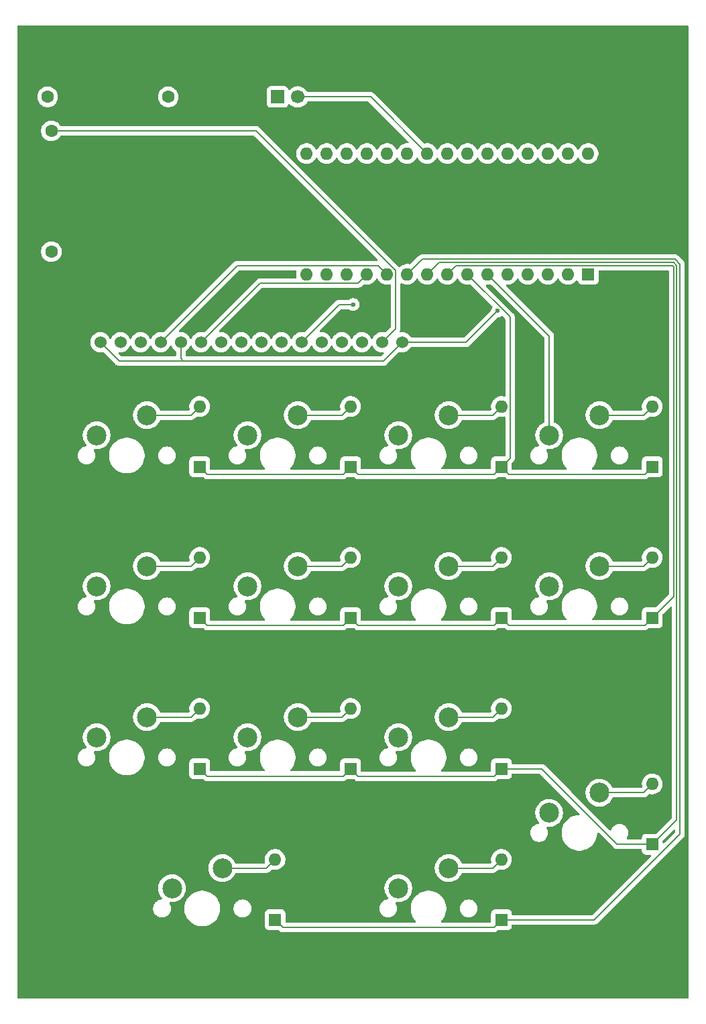
<source format=gbr>
%TF.GenerationSoftware,KiCad,Pcbnew,9.0.2*%
%TF.CreationDate,2025-05-14T19:39:48+10:00*%
%TF.ProjectId,Calculator,43616c63-756c-4617-946f-722e6b696361,rev?*%
%TF.SameCoordinates,Original*%
%TF.FileFunction,Copper,L1,Top*%
%TF.FilePolarity,Positive*%
%FSLAX46Y46*%
G04 Gerber Fmt 4.6, Leading zero omitted, Abs format (unit mm)*
G04 Created by KiCad (PCBNEW 9.0.2) date 2025-05-14 19:39:48*
%MOMM*%
%LPD*%
G01*
G04 APERTURE LIST*
%TA.AperFunction,ComponentPad*%
%ADD10R,1.600000X1.600000*%
%TD*%
%TA.AperFunction,ComponentPad*%
%ADD11O,1.600000X1.600000*%
%TD*%
%TA.AperFunction,ComponentPad*%
%ADD12C,2.500000*%
%TD*%
%TA.AperFunction,ComponentPad*%
%ADD13R,1.700000X1.700000*%
%TD*%
%TA.AperFunction,ComponentPad*%
%ADD14C,1.700000*%
%TD*%
%TA.AperFunction,ComponentPad*%
%ADD15C,1.524000*%
%TD*%
%TA.AperFunction,ComponentPad*%
%ADD16C,1.600000*%
%TD*%
%TA.AperFunction,ViaPad*%
%ADD17C,0.600000*%
%TD*%
%TA.AperFunction,Conductor*%
%ADD18C,0.200000*%
%TD*%
G04 APERTURE END LIST*
D10*
%TO.P,D11,1,K*%
%TO.N,Row 2*%
X153859000Y-125284000D03*
D11*
%TO.P,D11,2,A*%
%TO.N,Net-(D11-A)*%
X153859000Y-117664000D03*
%TD*%
D12*
%TO.P,S7,1,1*%
%TO.N,Col 2*%
X140841500Y-102265250D03*
%TO.P,S7,2,2*%
%TO.N,Net-(D7-A)*%
X147191500Y-99725250D03*
%TD*%
%TO.P,S5,1,1*%
%TO.N,Col 0*%
X102741500Y-102265250D03*
%TO.P,S5,2,2*%
%TO.N,Net-(D5-A)*%
X109091500Y-99725250D03*
%TD*%
D10*
%TO.P,D14,1,K*%
%TO.N,Row 3*%
X153859000Y-144334000D03*
D11*
%TO.P,D14,2,A*%
%TO.N,Net-(D14-A)*%
X153859000Y-136714000D03*
%TD*%
D12*
%TO.P,S8,1,1*%
%TO.N,Col 3*%
X159891500Y-102265250D03*
%TO.P,S8,2,2*%
%TO.N,Net-(D8-A)*%
X166241500Y-99725250D03*
%TD*%
%TO.P,S1,1,1*%
%TO.N,Col 0*%
X102741500Y-83215250D03*
%TO.P,S1,2,2*%
%TO.N,Net-(D1-A)*%
X109091500Y-80675250D03*
%TD*%
D13*
%TO.P,J1,1,Pin_1*%
%TO.N,Net-(A2-+5V)*%
X125601500Y-40511500D03*
D14*
%TO.P,J1,2,Pin_2*%
%TO.N,Net-(A2-A3)*%
X128141500Y-40511500D03*
%TD*%
D10*
%TO.P,D5,1,K*%
%TO.N,Row 1*%
X115759000Y-106234000D03*
D11*
%TO.P,D5,2,A*%
%TO.N,Net-(D5-A)*%
X115759000Y-98614000D03*
%TD*%
D12*
%TO.P,S10,1,1*%
%TO.N,Col 1*%
X121791500Y-121315250D03*
%TO.P,S10,2,2*%
%TO.N,Net-(D10-A)*%
X128141500Y-118775250D03*
%TD*%
%TO.P,S14,1,1*%
%TO.N,Col 2*%
X140841500Y-140365250D03*
%TO.P,S14,2,2*%
%TO.N,Net-(D14-A)*%
X147191500Y-137825250D03*
%TD*%
D10*
%TO.P,D8,1,K*%
%TO.N,Row 1*%
X172909000Y-106234000D03*
D11*
%TO.P,D8,2,A*%
%TO.N,Net-(D8-A)*%
X172909000Y-98614000D03*
%TD*%
D12*
%TO.P,S2,1,1*%
%TO.N,Col 1*%
X121791500Y-83215250D03*
%TO.P,S2,2,2*%
%TO.N,Net-(D2-A)*%
X128141500Y-80675250D03*
%TD*%
D10*
%TO.P,D2,1,K*%
%TO.N,Row 0*%
X134809000Y-87184000D03*
D11*
%TO.P,D2,2,A*%
%TO.N,Net-(D2-A)*%
X134809000Y-79564000D03*
%TD*%
D10*
%TO.P,D4,1,K*%
%TO.N,Row 0*%
X172909000Y-87184000D03*
D11*
%TO.P,D4,2,A*%
%TO.N,Net-(D4-A)*%
X172909000Y-79564000D03*
%TD*%
D12*
%TO.P,S11,1,1*%
%TO.N,Col 2*%
X140841500Y-121315250D03*
%TO.P,S11,2,2*%
%TO.N,Net-(D11-A)*%
X147191500Y-118775250D03*
%TD*%
D10*
%TO.P,D13,1,K*%
%TO.N,Row 3*%
X125284000Y-144334000D03*
D11*
%TO.P,D13,2,A*%
%TO.N,Net-(D13-A)*%
X125284000Y-136714000D03*
%TD*%
D10*
%TO.P,D6,1,K*%
%TO.N,Row 1*%
X134809000Y-106234000D03*
D11*
%TO.P,D6,2,A*%
%TO.N,Net-(D6-A)*%
X134809000Y-98614000D03*
%TD*%
D12*
%TO.P,S4,1,1*%
%TO.N,Col 3*%
X159891500Y-83215250D03*
%TO.P,S4,2,2*%
%TO.N,Net-(D4-A)*%
X166241500Y-80675250D03*
%TD*%
%TO.P,S9,1,1*%
%TO.N,Col 0*%
X102741500Y-121315250D03*
%TO.P,S9,2,2*%
%TO.N,Net-(D9-A)*%
X109091500Y-118775250D03*
%TD*%
D10*
%TO.P,D7,1,K*%
%TO.N,Row 1*%
X153859000Y-106234000D03*
D11*
%TO.P,D7,2,A*%
%TO.N,Net-(D7-A)*%
X153859000Y-98614000D03*
%TD*%
D12*
%TO.P,S3,1,1*%
%TO.N,Col 2*%
X140841500Y-83215250D03*
%TO.P,S3,2,2*%
%TO.N,Net-(D3-A)*%
X147191500Y-80675250D03*
%TD*%
D10*
%TO.P,D9,1,K*%
%TO.N,Row 2*%
X115759000Y-125284000D03*
D11*
%TO.P,D9,2,A*%
%TO.N,Net-(D9-A)*%
X115759000Y-117664000D03*
%TD*%
D10*
%TO.P,D12,1,K*%
%TO.N,Row 2*%
X172909000Y-134809000D03*
D11*
%TO.P,D12,2,A*%
%TO.N,Net-(D12-A)*%
X172909000Y-127189000D03*
%TD*%
D12*
%TO.P,S6,1,1*%
%TO.N,Col 1*%
X121791500Y-102265250D03*
%TO.P,S6,2,2*%
%TO.N,Net-(D6-A)*%
X128141500Y-99725250D03*
%TD*%
%TO.P,S13,1,1*%
%TO.N,Col 0*%
X112266500Y-140365250D03*
%TO.P,S13,2,2*%
%TO.N,Net-(D13-A)*%
X118616500Y-137825250D03*
%TD*%
D10*
%TO.P,D10,1,K*%
%TO.N,Row 2*%
X134809000Y-125284000D03*
D11*
%TO.P,D10,2,A*%
%TO.N,Net-(D10-A)*%
X134809000Y-117664000D03*
%TD*%
D12*
%TO.P,S12,1,1*%
%TO.N,Col 3*%
X159891500Y-130840250D03*
%TO.P,S12,2,2*%
%TO.N,Net-(D12-A)*%
X166241500Y-128300250D03*
%TD*%
D15*
%TO.P,U1,1,VSS*%
%TO.N,Net-(U1-K)*%
X103217750Y-71467750D03*
%TO.P,U1,2,VDD*%
%TO.N,Net-(A2-+5V)*%
X105757750Y-71467750D03*
%TO.P,U1,3,VO*%
%TO.N,unconnected-(U1-VO-Pad3)*%
X108297750Y-71467750D03*
%TO.P,U1,4,RS*%
%TO.N,Net-(A2-D8)*%
X110837750Y-71467750D03*
%TO.P,U1,5,R/W*%
%TO.N,Net-(U1-K)*%
X113377750Y-71467750D03*
%TO.P,U1,6,E*%
%TO.N,Net-(A2-D9)*%
X115917750Y-71467750D03*
%TO.P,U1,7,DB0*%
%TO.N,unconnected-(U1-DB0-Pad7)*%
X118457750Y-71467750D03*
%TO.P,U1,8,DB1*%
%TO.N,unconnected-(U1-DB1-Pad8)*%
X120997750Y-71467750D03*
%TO.P,U1,9,DB2*%
%TO.N,unconnected-(U1-DB2-Pad9)*%
X123537750Y-71467750D03*
%TO.P,U1,10,DB3*%
%TO.N,unconnected-(U1-DB3-Pad10)*%
X126077750Y-71467750D03*
%TO.P,U1,11,DB4*%
%TO.N,Net-(A2-D10)*%
X128617750Y-71467750D03*
%TO.P,U1,12,DB5*%
%TO.N,Net-(A2-A0)*%
X131157750Y-71467750D03*
%TO.P,U1,13,DB6*%
%TO.N,Net-(A2-A1)*%
X133697750Y-71467750D03*
%TO.P,U1,14,DB7*%
%TO.N,Net-(A2-A2)*%
X136237750Y-71467750D03*
%TO.P,U1,15,A*%
%TO.N,Net-(U1-A)*%
X138777750Y-71467750D03*
%TO.P,U1,16,K*%
%TO.N,Net-(U1-K)*%
X141317750Y-71467750D03*
%TD*%
D10*
%TO.P,D3,1,K*%
%TO.N,Row 0*%
X153859000Y-87184000D03*
D11*
%TO.P,D3,2,A*%
%TO.N,Net-(D3-A)*%
X153859000Y-79564000D03*
%TD*%
D10*
%TO.P,D1,1,K*%
%TO.N,Row 0*%
X115759000Y-87184000D03*
D11*
%TO.P,D1,2,A*%
%TO.N,Net-(D1-A)*%
X115759000Y-79564000D03*
%TD*%
D16*
%TO.P,R1,1*%
%TO.N,Net-(U1-A)*%
X97026500Y-44797750D03*
%TO.P,R1,2*%
%TO.N,Net-(A2-+5V)*%
X97026500Y-60037750D03*
%TD*%
D10*
%TO.P,A2,1,TX1*%
%TO.N,Col 0*%
X164812750Y-62895250D03*
D11*
%TO.P,A2,2,RX1*%
%TO.N,Col 1*%
X162272750Y-62895250D03*
%TO.P,A2,3,~{RESET}*%
%TO.N,unconnected-(A2-~{RESET}-Pad3)*%
X159732750Y-62895250D03*
%TO.P,A2,4,GND*%
%TO.N,Net-(U1-K)*%
X157192750Y-62895250D03*
%TO.P,A2,5,D2*%
%TO.N,Col 2*%
X154652750Y-62895250D03*
%TO.P,A2,6,D3*%
%TO.N,Col 3*%
X152112750Y-62895250D03*
%TO.P,A2,7,D4*%
%TO.N,Row 0*%
X149572750Y-62895250D03*
%TO.P,A2,8,D5*%
%TO.N,Row 1*%
X147032750Y-62895250D03*
%TO.P,A2,9,D6*%
%TO.N,Row 2*%
X144492750Y-62895250D03*
%TO.P,A2,10,D7*%
%TO.N,Row 3*%
X141952750Y-62895250D03*
%TO.P,A2,11,D8*%
%TO.N,Net-(A2-D8)*%
X139412750Y-62895250D03*
%TO.P,A2,12,D9*%
%TO.N,Net-(A2-D9)*%
X136872750Y-62895250D03*
%TO.P,A2,13,D10*%
%TO.N,Net-(A2-D10)*%
X134332750Y-62895250D03*
%TO.P,A2,14,MOSI*%
%TO.N,unconnected-(A2-MOSI-Pad14)*%
X131792750Y-62895250D03*
%TO.P,A2,15,MISO*%
%TO.N,unconnected-(A2-MISO-Pad15)*%
X129252750Y-62895250D03*
%TO.P,A2,16,SCK*%
%TO.N,unconnected-(A2-SCK-Pad16)*%
X129252750Y-47655250D03*
%TO.P,A2,17,3V3*%
%TO.N,unconnected-(A2-3V3-Pad17)*%
X131792750Y-47655250D03*
%TO.P,A2,18,AREF*%
%TO.N,unconnected-(A2-AREF-Pad18)*%
X134332750Y-47655250D03*
%TO.P,A2,19,A0*%
%TO.N,Net-(A2-A0)*%
X136872750Y-47655250D03*
%TO.P,A2,20,A1*%
%TO.N,Net-(A2-A1)*%
X139412750Y-47655250D03*
%TO.P,A2,21,A2*%
%TO.N,Net-(A2-A2)*%
X141952750Y-47655250D03*
%TO.P,A2,22,A3*%
%TO.N,Net-(A2-A3)*%
X144492750Y-47655250D03*
%TO.P,A2,23,SDA/A4*%
%TO.N,unconnected-(A2-SDA{slash}A4-Pad23)*%
X147032750Y-47655250D03*
%TO.P,A2,24,SCL/A5*%
%TO.N,unconnected-(A2-SCL{slash}A5-Pad24)*%
X149572750Y-47655250D03*
%TO.P,A2,25,A6*%
%TO.N,unconnected-(A2-A6-Pad25)*%
X152112750Y-47655250D03*
%TO.P,A2,26,A7*%
%TO.N,unconnected-(A2-A7-Pad26)*%
X154652750Y-47655250D03*
%TO.P,A2,27,+5V*%
%TO.N,Net-(A2-+5V)*%
X157192750Y-47655250D03*
%TO.P,A2,28,~{RESET}*%
%TO.N,unconnected-(A2-~{RESET}-Pad28)*%
X159732750Y-47655250D03*
%TO.P,A2,29,GND*%
%TO.N,Net-(U1-K)*%
X162272750Y-47655250D03*
%TO.P,A2,30,VIN*%
%TO.N,unconnected-(A2-VIN-Pad30)*%
X164812750Y-47655250D03*
%TD*%
D16*
%TO.P,R2,1*%
%TO.N,Net-(U1-K)*%
X96550250Y-40511500D03*
%TO.P,R2,2*%
%TO.N,Net-(A2-A3)*%
X111790250Y-40511500D03*
%TD*%
D17*
%TO.N,Net-(A2-D10)*%
X135126500Y-66705250D03*
%TO.N,Net-(U1-K)*%
X153355360Y-67526390D03*
%TD*%
D18*
%TO.N,Row 2*%
X116681250Y-126206250D02*
X133886750Y-126206250D01*
X134809000Y-125284000D02*
X135761500Y-126236500D01*
X135761500Y-126236500D02*
X152906500Y-126236500D01*
X175625350Y-61393250D02*
X145994750Y-61393250D01*
X176008750Y-61776650D02*
X175625350Y-61393250D01*
X158930066Y-125284000D02*
X168455066Y-134809000D01*
X115759000Y-125284000D02*
X116681250Y-126206250D01*
X133886750Y-126206250D02*
X134809000Y-125284000D01*
X145994750Y-61393250D02*
X144492750Y-62895250D01*
X176008750Y-131709250D02*
X176008750Y-61776650D01*
X172909000Y-134809000D02*
X176008750Y-131709250D01*
X153859000Y-125284000D02*
X158930066Y-125284000D01*
X152906500Y-126236500D02*
X153859000Y-125284000D01*
X168455066Y-134809000D02*
X172909000Y-134809000D01*
%TO.N,Row 1*%
X153859000Y-106234000D02*
X154781250Y-107156250D01*
X175607750Y-61942750D02*
X175459250Y-61794250D01*
X148133750Y-61794250D02*
X147032750Y-62895250D01*
X175607750Y-103535250D02*
X175607750Y-61942750D01*
X116711500Y-107186500D02*
X133856500Y-107186500D01*
X154781250Y-107156250D02*
X171986750Y-107156250D01*
X135761500Y-107186500D02*
X152906500Y-107186500D01*
X133856500Y-107186500D02*
X134809000Y-106234000D01*
X134809000Y-106234000D02*
X135761500Y-107186500D01*
X175459250Y-61794250D02*
X148133750Y-61794250D01*
X152906500Y-107186500D02*
X153859000Y-106234000D01*
X115759000Y-106234000D02*
X116711500Y-107186500D01*
X172909000Y-106234000D02*
X175607750Y-103535250D01*
X171986750Y-107156250D02*
X172909000Y-106234000D01*
%TO.N,Net-(A2-D10)*%
X128617750Y-71467750D02*
X133380250Y-66705250D01*
X133380250Y-66705250D02*
X135126500Y-66705250D01*
%TO.N,Row 0*%
X154960000Y-86083000D02*
X154960000Y-68282500D01*
X153859000Y-87184000D02*
X154960000Y-86083000D01*
X152936750Y-88106250D02*
X153859000Y-87184000D01*
X135731250Y-88106250D02*
X152936750Y-88106250D01*
X116711500Y-88136500D02*
X133856500Y-88136500D01*
X133856500Y-88136500D02*
X134809000Y-87184000D01*
X171956500Y-88136500D02*
X172909000Y-87184000D01*
X115759000Y-87184000D02*
X116711500Y-88136500D01*
X153859000Y-87184000D02*
X154811500Y-88136500D01*
X134809000Y-87184000D02*
X135731250Y-88106250D01*
X154960000Y-68282500D02*
X149572750Y-62895250D01*
X154811500Y-88136500D02*
X171956500Y-88136500D01*
%TO.N,Net-(A2-D8)*%
X110837750Y-71467750D02*
X120511250Y-61794250D01*
X120511250Y-61794250D02*
X138311750Y-61794250D01*
X138311750Y-61794250D02*
X139412750Y-62895250D01*
%TO.N,Net-(A2-D9)*%
X123389250Y-63996250D02*
X135771750Y-63996250D01*
X135771750Y-63996250D02*
X136872750Y-62895250D01*
X115917750Y-71467750D02*
X123389250Y-63996250D01*
%TO.N,Row 3*%
X125284000Y-144334000D02*
X126236500Y-145286500D01*
X176409750Y-61610550D02*
X175791450Y-60992250D01*
X165586000Y-144334000D02*
X176409750Y-133510250D01*
X143855750Y-60992250D02*
X141952750Y-62895250D01*
X175791450Y-60992250D02*
X143855750Y-60992250D01*
X153859000Y-144334000D02*
X165586000Y-144334000D01*
X152906500Y-145286500D02*
X153859000Y-144334000D01*
X126236500Y-145286500D02*
X152906500Y-145286500D01*
X176409750Y-133510250D02*
X176409750Y-61610550D01*
%TO.N,Col 3*%
X159891500Y-83215250D02*
X159891500Y-70674000D01*
X159891500Y-70674000D02*
X152112750Y-62895250D01*
%TO.N,Net-(D1-A)*%
X114647750Y-80675250D02*
X115759000Y-79564000D01*
X109091500Y-80675250D02*
X114647750Y-80675250D01*
%TO.N,Net-(D2-A)*%
X128141500Y-80675250D02*
X133697750Y-80675250D01*
X133697750Y-80675250D02*
X134809000Y-79564000D01*
%TO.N,Net-(D3-A)*%
X152747750Y-80675250D02*
X153859000Y-79564000D01*
X147191500Y-80675250D02*
X152747750Y-80675250D01*
%TO.N,Net-(D4-A)*%
X171797750Y-80675250D02*
X172909000Y-79564000D01*
X166241500Y-80675250D02*
X171797750Y-80675250D01*
%TO.N,Net-(D5-A)*%
X109091500Y-99725250D02*
X114647750Y-99725250D01*
X114647750Y-99725250D02*
X115759000Y-98614000D01*
%TO.N,Net-(D6-A)*%
X128141500Y-99725250D02*
X133697750Y-99725250D01*
X133697750Y-99725250D02*
X134809000Y-98614000D01*
%TO.N,Net-(D7-A)*%
X147191500Y-99725250D02*
X152747750Y-99725250D01*
X152747750Y-99725250D02*
X153859000Y-98614000D01*
%TO.N,Net-(D8-A)*%
X166241500Y-99725250D02*
X171797750Y-99725250D01*
X171797750Y-99725250D02*
X172909000Y-98614000D01*
%TO.N,Net-(D9-A)*%
X114647750Y-118775250D02*
X115759000Y-117664000D01*
X109091500Y-118775250D02*
X114647750Y-118775250D01*
%TO.N,Net-(D10-A)*%
X128141500Y-118775250D02*
X133697750Y-118775250D01*
X133697750Y-118775250D02*
X134809000Y-117664000D01*
%TO.N,Net-(D11-A)*%
X147191500Y-118775250D02*
X152747750Y-118775250D01*
X152747750Y-118775250D02*
X153859000Y-117664000D01*
%TO.N,Net-(D12-A)*%
X166241500Y-128300250D02*
X171797750Y-128300250D01*
X171797750Y-128300250D02*
X172909000Y-127189000D01*
%TO.N,Net-(D13-A)*%
X124172750Y-137825250D02*
X125284000Y-136714000D01*
X118616500Y-137825250D02*
X124172750Y-137825250D01*
%TO.N,Net-(D14-A)*%
X152747750Y-137825250D02*
X153859000Y-136714000D01*
X147191500Y-137825250D02*
X152747750Y-137825250D01*
%TO.N,Net-(U1-K)*%
X138936500Y-73849000D02*
X141317750Y-71467750D01*
X141317750Y-71467750D02*
X149414000Y-71467750D01*
X103217750Y-71467750D02*
X105599000Y-73849000D01*
X113377750Y-71467750D02*
X113377750Y-73531500D01*
X149414000Y-71467750D02*
X153355360Y-67526390D01*
X113377750Y-73531500D02*
X113695250Y-73849000D01*
X113695250Y-73849000D02*
X138936500Y-73849000D01*
X105599000Y-73849000D02*
X113695250Y-73849000D01*
%TO.N,Net-(U1-A)*%
X140513750Y-62439200D02*
X122872300Y-44797750D01*
X140513750Y-69731750D02*
X140513750Y-62439200D01*
X138777750Y-71467750D02*
X140513750Y-69731750D01*
X122872300Y-44797750D02*
X97026500Y-44797750D01*
%TO.N,Net-(A2-A3)*%
X128141500Y-40511500D02*
X137349000Y-40511500D01*
X137349000Y-40511500D02*
X144492750Y-47655250D01*
%TD*%
%TA.AperFunction,NonConductor*%
G36*
X177431539Y-31506685D02*
G01*
X177477294Y-31559489D01*
X177488500Y-31611000D01*
X177488500Y-154187000D01*
X177468815Y-154254039D01*
X177416011Y-154299794D01*
X177364500Y-154311000D01*
X92888500Y-154311000D01*
X92821461Y-154291315D01*
X92775706Y-154238511D01*
X92764500Y-154187000D01*
X92764500Y-142816671D01*
X109871000Y-142816671D01*
X109871000Y-142993829D01*
X109880332Y-143052749D01*
X109898714Y-143168806D01*
X109953456Y-143337289D01*
X109953457Y-143337292D01*
X110029288Y-143486116D01*
X110033886Y-143495140D01*
X110138017Y-143638464D01*
X110263286Y-143763733D01*
X110406610Y-143867864D01*
X110475077Y-143902750D01*
X110564457Y-143948292D01*
X110564460Y-143948293D01*
X110648701Y-143975664D01*
X110732945Y-144003036D01*
X110907921Y-144030750D01*
X110907922Y-144030750D01*
X111085078Y-144030750D01*
X111085079Y-144030750D01*
X111260055Y-144003036D01*
X111428542Y-143948292D01*
X111586390Y-143867864D01*
X111729714Y-143763733D01*
X111854983Y-143638464D01*
X111959114Y-143495140D01*
X112039542Y-143337292D01*
X112094286Y-143168805D01*
X112122000Y-142993829D01*
X112122000Y-142816671D01*
X112112665Y-142757736D01*
X113826000Y-142757736D01*
X113826000Y-143052763D01*
X113830930Y-143090206D01*
X113864507Y-143345243D01*
X113935314Y-143609500D01*
X113940861Y-143630201D01*
X113940864Y-143630211D01*
X114053754Y-143902750D01*
X114053758Y-143902760D01*
X114201261Y-144158243D01*
X114380852Y-144392290D01*
X114380858Y-144392297D01*
X114589452Y-144600891D01*
X114589459Y-144600897D01*
X114823506Y-144780488D01*
X115078989Y-144927991D01*
X115078990Y-144927991D01*
X115078993Y-144927993D01*
X115351548Y-145040889D01*
X115636507Y-145117243D01*
X115928994Y-145155750D01*
X115929001Y-145155750D01*
X116223999Y-145155750D01*
X116224006Y-145155750D01*
X116516493Y-145117243D01*
X116801452Y-145040889D01*
X117074007Y-144927993D01*
X117329494Y-144780488D01*
X117563542Y-144600896D01*
X117772146Y-144392292D01*
X117951738Y-144158244D01*
X118099243Y-143902757D01*
X118212139Y-143630202D01*
X118288493Y-143345243D01*
X118327000Y-143052756D01*
X118327000Y-142816671D01*
X120031000Y-142816671D01*
X120031000Y-142993829D01*
X120040332Y-143052749D01*
X120058714Y-143168806D01*
X120113456Y-143337289D01*
X120113457Y-143337292D01*
X120189288Y-143486116D01*
X120193886Y-143495140D01*
X120298017Y-143638464D01*
X120423286Y-143763733D01*
X120566610Y-143867864D01*
X120635077Y-143902750D01*
X120724457Y-143948292D01*
X120724460Y-143948293D01*
X120808701Y-143975664D01*
X120892945Y-144003036D01*
X121067921Y-144030750D01*
X121067922Y-144030750D01*
X121245078Y-144030750D01*
X121245079Y-144030750D01*
X121420055Y-144003036D01*
X121588542Y-143948292D01*
X121746390Y-143867864D01*
X121889714Y-143763733D01*
X122014983Y-143638464D01*
X122119114Y-143495140D01*
X122199542Y-143337292D01*
X122254286Y-143168805D01*
X122282000Y-142993829D01*
X122282000Y-142816671D01*
X138446000Y-142816671D01*
X138446000Y-142993829D01*
X138455332Y-143052749D01*
X138473714Y-143168806D01*
X138528456Y-143337289D01*
X138528457Y-143337292D01*
X138604288Y-143486116D01*
X138608886Y-143495140D01*
X138713017Y-143638464D01*
X138838286Y-143763733D01*
X138981610Y-143867864D01*
X139050077Y-143902750D01*
X139139457Y-143948292D01*
X139139460Y-143948293D01*
X139223701Y-143975664D01*
X139307945Y-144003036D01*
X139482921Y-144030750D01*
X139482922Y-144030750D01*
X139660078Y-144030750D01*
X139660079Y-144030750D01*
X139835055Y-144003036D01*
X140003542Y-143948292D01*
X140161390Y-143867864D01*
X140304714Y-143763733D01*
X140429983Y-143638464D01*
X140534114Y-143495140D01*
X140614542Y-143337292D01*
X140669286Y-143168805D01*
X140697000Y-142993829D01*
X140697000Y-142816671D01*
X140669286Y-142641695D01*
X140614542Y-142473208D01*
X140614542Y-142473207D01*
X140534113Y-142315359D01*
X140523018Y-142300088D01*
X140499538Y-142234282D01*
X140515363Y-142166228D01*
X140565468Y-142117533D01*
X140633946Y-142103657D01*
X140639477Y-142104258D01*
X140726766Y-142115750D01*
X140726773Y-142115750D01*
X140956227Y-142115750D01*
X140956234Y-142115750D01*
X141183738Y-142085798D01*
X141405387Y-142026408D01*
X141617388Y-141938594D01*
X141816112Y-141823861D01*
X141998161Y-141684169D01*
X141998165Y-141684164D01*
X141998170Y-141684161D01*
X142160411Y-141521920D01*
X142160414Y-141521915D01*
X142160419Y-141521911D01*
X142300111Y-141339862D01*
X142414844Y-141141138D01*
X142502658Y-140929137D01*
X142562048Y-140707488D01*
X142592000Y-140479984D01*
X142592000Y-140250516D01*
X142562048Y-140023012D01*
X142502658Y-139801363D01*
X142414844Y-139589362D01*
X142300111Y-139390638D01*
X142300108Y-139390635D01*
X142300107Y-139390632D01*
X142160418Y-139208588D01*
X142160411Y-139208580D01*
X141998170Y-139046339D01*
X141998161Y-139046331D01*
X141816117Y-138906642D01*
X141617390Y-138791907D01*
X141617376Y-138791900D01*
X141405387Y-138704092D01*
X141183738Y-138644702D01*
X141145715Y-138639696D01*
X140956241Y-138614750D01*
X140956234Y-138614750D01*
X140726766Y-138614750D01*
X140726758Y-138614750D01*
X140510215Y-138643259D01*
X140499262Y-138644702D01*
X140405576Y-138669804D01*
X140277612Y-138704092D01*
X140065623Y-138791900D01*
X140065609Y-138791907D01*
X139866882Y-138906642D01*
X139684838Y-139046331D01*
X139522581Y-139208588D01*
X139382892Y-139390632D01*
X139268157Y-139589359D01*
X139268150Y-139589373D01*
X139180342Y-139801362D01*
X139120953Y-140023009D01*
X139120951Y-140023020D01*
X139091000Y-140250508D01*
X139091000Y-140479991D01*
X139114009Y-140654750D01*
X139120952Y-140707488D01*
X139167847Y-140882504D01*
X139180342Y-140929137D01*
X139268150Y-141141126D01*
X139268157Y-141141140D01*
X139382892Y-141339867D01*
X139522581Y-141521911D01*
X139522589Y-141521920D01*
X139568738Y-141568069D01*
X139602223Y-141629392D01*
X139597239Y-141699084D01*
X139555367Y-141755017D01*
X139489903Y-141779434D01*
X139484467Y-141779628D01*
X139482923Y-141779749D01*
X139307943Y-141807464D01*
X139139460Y-141862206D01*
X139139457Y-141862207D01*
X138981609Y-141942636D01*
X138899838Y-142002046D01*
X138838286Y-142046767D01*
X138838284Y-142046769D01*
X138838283Y-142046769D01*
X138713019Y-142172033D01*
X138713019Y-142172034D01*
X138713017Y-142172036D01*
X138668296Y-142233588D01*
X138608886Y-142315359D01*
X138528457Y-142473207D01*
X138528456Y-142473210D01*
X138473714Y-142641693D01*
X138455333Y-142757744D01*
X138446000Y-142816671D01*
X122282000Y-142816671D01*
X122254286Y-142641695D01*
X122199542Y-142473208D01*
X122199542Y-142473207D01*
X122119113Y-142315359D01*
X122108018Y-142300088D01*
X122014983Y-142172036D01*
X121889714Y-142046767D01*
X121746390Y-141942636D01*
X121738453Y-141938592D01*
X121588542Y-141862207D01*
X121588539Y-141862206D01*
X121420056Y-141807464D01*
X121332567Y-141793607D01*
X121245079Y-141779750D01*
X121067921Y-141779750D01*
X121009595Y-141788988D01*
X120892943Y-141807464D01*
X120724460Y-141862206D01*
X120724457Y-141862207D01*
X120566609Y-141942636D01*
X120484838Y-142002046D01*
X120423286Y-142046767D01*
X120423284Y-142046769D01*
X120423283Y-142046769D01*
X120298019Y-142172033D01*
X120298019Y-142172034D01*
X120298017Y-142172036D01*
X120253296Y-142233588D01*
X120193886Y-142315359D01*
X120113457Y-142473207D01*
X120113456Y-142473210D01*
X120058714Y-142641693D01*
X120040333Y-142757744D01*
X120031000Y-142816671D01*
X118327000Y-142816671D01*
X118327000Y-142757744D01*
X118288493Y-142465257D01*
X118212139Y-142180298D01*
X118099243Y-141907743D01*
X118072953Y-141862208D01*
X117951738Y-141652256D01*
X117772147Y-141418209D01*
X117772141Y-141418202D01*
X117563547Y-141209608D01*
X117563540Y-141209602D01*
X117329493Y-141030011D01*
X117074010Y-140882508D01*
X117074000Y-140882504D01*
X116801461Y-140769614D01*
X116801454Y-140769612D01*
X116801452Y-140769611D01*
X116516493Y-140693257D01*
X116467613Y-140686821D01*
X116224013Y-140654750D01*
X116224006Y-140654750D01*
X115928994Y-140654750D01*
X115928986Y-140654750D01*
X115650585Y-140691403D01*
X115636507Y-140693257D01*
X115351548Y-140769611D01*
X115351538Y-140769614D01*
X115078999Y-140882504D01*
X115078989Y-140882508D01*
X114823506Y-141030011D01*
X114589459Y-141209602D01*
X114589452Y-141209608D01*
X114380858Y-141418202D01*
X114380852Y-141418209D01*
X114201261Y-141652256D01*
X114053758Y-141907739D01*
X114053754Y-141907749D01*
X113940864Y-142180288D01*
X113940861Y-142180298D01*
X113904672Y-142315360D01*
X113864508Y-142465254D01*
X113864506Y-142465265D01*
X113826000Y-142757736D01*
X112112665Y-142757736D01*
X112094286Y-142641695D01*
X112039542Y-142473208D01*
X112039542Y-142473207D01*
X111959113Y-142315359D01*
X111948018Y-142300088D01*
X111924538Y-142234282D01*
X111940363Y-142166228D01*
X111990468Y-142117533D01*
X112058946Y-142103657D01*
X112064477Y-142104258D01*
X112151766Y-142115750D01*
X112151773Y-142115750D01*
X112381227Y-142115750D01*
X112381234Y-142115750D01*
X112608738Y-142085798D01*
X112830387Y-142026408D01*
X113042388Y-141938594D01*
X113241112Y-141823861D01*
X113423161Y-141684169D01*
X113423165Y-141684164D01*
X113423170Y-141684161D01*
X113585411Y-141521920D01*
X113585414Y-141521915D01*
X113585419Y-141521911D01*
X113725111Y-141339862D01*
X113839844Y-141141138D01*
X113927658Y-140929137D01*
X113987048Y-140707488D01*
X114017000Y-140479984D01*
X114017000Y-140250516D01*
X113987048Y-140023012D01*
X113927658Y-139801363D01*
X113839844Y-139589362D01*
X113725111Y-139390638D01*
X113725108Y-139390635D01*
X113725107Y-139390632D01*
X113585418Y-139208588D01*
X113585411Y-139208580D01*
X113423170Y-139046339D01*
X113423161Y-139046331D01*
X113241117Y-138906642D01*
X113042390Y-138791907D01*
X113042376Y-138791900D01*
X112830387Y-138704092D01*
X112608738Y-138644702D01*
X112570715Y-138639696D01*
X112381241Y-138614750D01*
X112381234Y-138614750D01*
X112151766Y-138614750D01*
X112151758Y-138614750D01*
X111935215Y-138643259D01*
X111924262Y-138644702D01*
X111830576Y-138669804D01*
X111702612Y-138704092D01*
X111490623Y-138791900D01*
X111490609Y-138791907D01*
X111291882Y-138906642D01*
X111109838Y-139046331D01*
X110947581Y-139208588D01*
X110807892Y-139390632D01*
X110693157Y-139589359D01*
X110693150Y-139589373D01*
X110605342Y-139801362D01*
X110545953Y-140023009D01*
X110545951Y-140023020D01*
X110516000Y-140250508D01*
X110516000Y-140479991D01*
X110539009Y-140654750D01*
X110545952Y-140707488D01*
X110592847Y-140882504D01*
X110605342Y-140929137D01*
X110693150Y-141141126D01*
X110693157Y-141141140D01*
X110807892Y-141339867D01*
X110947581Y-141521911D01*
X110947589Y-141521920D01*
X110993738Y-141568069D01*
X111027223Y-141629392D01*
X111022239Y-141699084D01*
X110980367Y-141755017D01*
X110914903Y-141779434D01*
X110909467Y-141779628D01*
X110907923Y-141779749D01*
X110732943Y-141807464D01*
X110564460Y-141862206D01*
X110564457Y-141862207D01*
X110406609Y-141942636D01*
X110324838Y-142002046D01*
X110263286Y-142046767D01*
X110263284Y-142046769D01*
X110263283Y-142046769D01*
X110138019Y-142172033D01*
X110138019Y-142172034D01*
X110138017Y-142172036D01*
X110093296Y-142233588D01*
X110033886Y-142315359D01*
X109953457Y-142473207D01*
X109953456Y-142473210D01*
X109898714Y-142641693D01*
X109880333Y-142757744D01*
X109871000Y-142816671D01*
X92764500Y-142816671D01*
X92764500Y-137710508D01*
X116866000Y-137710508D01*
X116866000Y-137939991D01*
X116875810Y-138014500D01*
X116895952Y-138167488D01*
X116903046Y-138193963D01*
X116955342Y-138389137D01*
X117043150Y-138601126D01*
X117043157Y-138601140D01*
X117157892Y-138799867D01*
X117297581Y-138981911D01*
X117297589Y-138981920D01*
X117459830Y-139144161D01*
X117459838Y-139144168D01*
X117641882Y-139283857D01*
X117641885Y-139283858D01*
X117641888Y-139283861D01*
X117840612Y-139398594D01*
X117840617Y-139398596D01*
X117840623Y-139398599D01*
X117931980Y-139436440D01*
X118052613Y-139486408D01*
X118274262Y-139545798D01*
X118501766Y-139575750D01*
X118501773Y-139575750D01*
X118731227Y-139575750D01*
X118731234Y-139575750D01*
X118958738Y-139545798D01*
X119180387Y-139486408D01*
X119392388Y-139398594D01*
X119591112Y-139283861D01*
X119773161Y-139144169D01*
X119773165Y-139144164D01*
X119773170Y-139144161D01*
X119935411Y-138981920D01*
X119935414Y-138981915D01*
X119935419Y-138981911D01*
X120075111Y-138799862D01*
X120189844Y-138601138D01*
X120230785Y-138502298D01*
X120274625Y-138447894D01*
X120340920Y-138425829D01*
X120345346Y-138425750D01*
X124086081Y-138425750D01*
X124086097Y-138425751D01*
X124093693Y-138425751D01*
X124251804Y-138425751D01*
X124251807Y-138425751D01*
X124404535Y-138384827D01*
X124454654Y-138355889D01*
X124541466Y-138305770D01*
X124653270Y-138193966D01*
X124653270Y-138193964D01*
X124663478Y-138183757D01*
X124663480Y-138183754D01*
X124839158Y-138008075D01*
X124900479Y-137974592D01*
X124965151Y-137977825D01*
X124979466Y-137982477D01*
X125181648Y-138014500D01*
X125181649Y-138014500D01*
X125386351Y-138014500D01*
X125386352Y-138014500D01*
X125588534Y-137982477D01*
X125783219Y-137919220D01*
X125965610Y-137826287D01*
X126058590Y-137758732D01*
X126124968Y-137710508D01*
X145441000Y-137710508D01*
X145441000Y-137939991D01*
X145450810Y-138014500D01*
X145470952Y-138167488D01*
X145478046Y-138193963D01*
X145530342Y-138389137D01*
X145618150Y-138601126D01*
X145618157Y-138601140D01*
X145732892Y-138799867D01*
X145872581Y-138981911D01*
X145872589Y-138981920D01*
X146034830Y-139144161D01*
X146034838Y-139144168D01*
X146216882Y-139283857D01*
X146216885Y-139283858D01*
X146216888Y-139283861D01*
X146415612Y-139398594D01*
X146415617Y-139398596D01*
X146415623Y-139398599D01*
X146506980Y-139436440D01*
X146627613Y-139486408D01*
X146849262Y-139545798D01*
X147076766Y-139575750D01*
X147076773Y-139575750D01*
X147306227Y-139575750D01*
X147306234Y-139575750D01*
X147533738Y-139545798D01*
X147755387Y-139486408D01*
X147967388Y-139398594D01*
X148166112Y-139283861D01*
X148348161Y-139144169D01*
X148348165Y-139144164D01*
X148348170Y-139144161D01*
X148510411Y-138981920D01*
X148510414Y-138981915D01*
X148510419Y-138981911D01*
X148650111Y-138799862D01*
X148764844Y-138601138D01*
X148805785Y-138502298D01*
X148849625Y-138447894D01*
X148915920Y-138425829D01*
X148920346Y-138425750D01*
X152661081Y-138425750D01*
X152661097Y-138425751D01*
X152668693Y-138425751D01*
X152826804Y-138425751D01*
X152826807Y-138425751D01*
X152979535Y-138384827D01*
X153029654Y-138355889D01*
X153116466Y-138305770D01*
X153228270Y-138193966D01*
X153228270Y-138193964D01*
X153238478Y-138183757D01*
X153238480Y-138183754D01*
X153414158Y-138008075D01*
X153475479Y-137974592D01*
X153540151Y-137977825D01*
X153554466Y-137982477D01*
X153756648Y-138014500D01*
X153756649Y-138014500D01*
X153961351Y-138014500D01*
X153961352Y-138014500D01*
X154163534Y-137982477D01*
X154358219Y-137919220D01*
X154540610Y-137826287D01*
X154633590Y-137758732D01*
X154706213Y-137705971D01*
X154706215Y-137705968D01*
X154706219Y-137705966D01*
X154850966Y-137561219D01*
X154850968Y-137561215D01*
X154850971Y-137561213D01*
X154907788Y-137483009D01*
X154971287Y-137395610D01*
X155064220Y-137213219D01*
X155127477Y-137018534D01*
X155159500Y-136816352D01*
X155159500Y-136611648D01*
X155127477Y-136409465D01*
X155076283Y-136251907D01*
X155064220Y-136214781D01*
X155064218Y-136214778D01*
X155064218Y-136214776D01*
X155030503Y-136148607D01*
X154971287Y-136032390D01*
X154923449Y-135966546D01*
X154850971Y-135866786D01*
X154706213Y-135722028D01*
X154540613Y-135601715D01*
X154540612Y-135601714D01*
X154540610Y-135601713D01*
X154483653Y-135572691D01*
X154358223Y-135508781D01*
X154163534Y-135445522D01*
X153988995Y-135417878D01*
X153961352Y-135413500D01*
X153756648Y-135413500D01*
X153732329Y-135417351D01*
X153554465Y-135445522D01*
X153359776Y-135508781D01*
X153177386Y-135601715D01*
X153011786Y-135722028D01*
X152867028Y-135866786D01*
X152746715Y-136032386D01*
X152653781Y-136214776D01*
X152590522Y-136409465D01*
X152558500Y-136611648D01*
X152558500Y-136816352D01*
X152574511Y-136917443D01*
X152590523Y-137018535D01*
X152595172Y-137032845D01*
X152595605Y-137048053D01*
X152600924Y-137062310D01*
X152596582Y-137082270D01*
X152597165Y-137102687D01*
X152589078Y-137116770D01*
X152586074Y-137130583D01*
X152564924Y-137158838D01*
X152535336Y-137188428D01*
X152474014Y-137221915D01*
X152447652Y-137224750D01*
X148920346Y-137224750D01*
X148853307Y-137205065D01*
X148807552Y-137152261D01*
X148805785Y-137148202D01*
X148764849Y-137049373D01*
X148764846Y-137049367D01*
X148764844Y-137049362D01*
X148650111Y-136850638D01*
X148650108Y-136850635D01*
X148650107Y-136850632D01*
X148510418Y-136668588D01*
X148510411Y-136668580D01*
X148348170Y-136506339D01*
X148348161Y-136506331D01*
X148166117Y-136366642D01*
X147967390Y-136251907D01*
X147967376Y-136251900D01*
X147755387Y-136164092D01*
X147533738Y-136104702D01*
X147495715Y-136099696D01*
X147306241Y-136074750D01*
X147306234Y-136074750D01*
X147076766Y-136074750D01*
X147076758Y-136074750D01*
X146860215Y-136103259D01*
X146849262Y-136104702D01*
X146757897Y-136129183D01*
X146627612Y-136164092D01*
X146415623Y-136251900D01*
X146415609Y-136251907D01*
X146216882Y-136366642D01*
X146034838Y-136506331D01*
X145872581Y-136668588D01*
X145732892Y-136850632D01*
X145618157Y-137049359D01*
X145618150Y-137049373D01*
X145530342Y-137261362D01*
X145470953Y-137483009D01*
X145470951Y-137483020D01*
X145441000Y-137710508D01*
X126124968Y-137710508D01*
X126131213Y-137705971D01*
X126131215Y-137705968D01*
X126131219Y-137705966D01*
X126275966Y-137561219D01*
X126275968Y-137561215D01*
X126275971Y-137561213D01*
X126332788Y-137483009D01*
X126396287Y-137395610D01*
X126489220Y-137213219D01*
X126552477Y-137018534D01*
X126584500Y-136816352D01*
X126584500Y-136611648D01*
X126552477Y-136409465D01*
X126501283Y-136251907D01*
X126489220Y-136214781D01*
X126489218Y-136214778D01*
X126489218Y-136214776D01*
X126455503Y-136148607D01*
X126396287Y-136032390D01*
X126348449Y-135966546D01*
X126275971Y-135866786D01*
X126131213Y-135722028D01*
X125965613Y-135601715D01*
X125965612Y-135601714D01*
X125965610Y-135601713D01*
X125908653Y-135572691D01*
X125783223Y-135508781D01*
X125588534Y-135445522D01*
X125413995Y-135417878D01*
X125386352Y-135413500D01*
X125181648Y-135413500D01*
X125157329Y-135417351D01*
X124979465Y-135445522D01*
X124784776Y-135508781D01*
X124602386Y-135601715D01*
X124436786Y-135722028D01*
X124292028Y-135866786D01*
X124171715Y-136032386D01*
X124078781Y-136214776D01*
X124015522Y-136409465D01*
X123983500Y-136611648D01*
X123983500Y-136816352D01*
X123999511Y-136917443D01*
X124015523Y-137018535D01*
X124020172Y-137032845D01*
X124020605Y-137048053D01*
X124025924Y-137062310D01*
X124021582Y-137082270D01*
X124022165Y-137102687D01*
X124014078Y-137116770D01*
X124011074Y-137130583D01*
X123989924Y-137158838D01*
X123960336Y-137188428D01*
X123899014Y-137221915D01*
X123872652Y-137224750D01*
X120345346Y-137224750D01*
X120278307Y-137205065D01*
X120232552Y-137152261D01*
X120230785Y-137148202D01*
X120189849Y-137049373D01*
X120189846Y-137049367D01*
X120189844Y-137049362D01*
X120075111Y-136850638D01*
X120075108Y-136850635D01*
X120075107Y-136850632D01*
X119935418Y-136668588D01*
X119935411Y-136668580D01*
X119773170Y-136506339D01*
X119773161Y-136506331D01*
X119591117Y-136366642D01*
X119392390Y-136251907D01*
X119392376Y-136251900D01*
X119180387Y-136164092D01*
X118958738Y-136104702D01*
X118920715Y-136099696D01*
X118731241Y-136074750D01*
X118731234Y-136074750D01*
X118501766Y-136074750D01*
X118501758Y-136074750D01*
X118285215Y-136103259D01*
X118274262Y-136104702D01*
X118182897Y-136129183D01*
X118052612Y-136164092D01*
X117840623Y-136251900D01*
X117840609Y-136251907D01*
X117641882Y-136366642D01*
X117459838Y-136506331D01*
X117297581Y-136668588D01*
X117157892Y-136850632D01*
X117043157Y-137049359D01*
X117043150Y-137049373D01*
X116955342Y-137261362D01*
X116895953Y-137483009D01*
X116895951Y-137483020D01*
X116866000Y-137710508D01*
X92764500Y-137710508D01*
X92764500Y-133291671D01*
X157496000Y-133291671D01*
X157496000Y-133468829D01*
X157505332Y-133527749D01*
X157523714Y-133643806D01*
X157578456Y-133812289D01*
X157578457Y-133812292D01*
X157654288Y-133961116D01*
X157658886Y-133970140D01*
X157763017Y-134113464D01*
X157888286Y-134238733D01*
X158031610Y-134342864D01*
X158060796Y-134357735D01*
X158189457Y-134423292D01*
X158189460Y-134423293D01*
X158273701Y-134450664D01*
X158357945Y-134478036D01*
X158532921Y-134505750D01*
X158532922Y-134505750D01*
X158710078Y-134505750D01*
X158710079Y-134505750D01*
X158885055Y-134478036D01*
X159053542Y-134423292D01*
X159211390Y-134342864D01*
X159354714Y-134238733D01*
X159479983Y-134113464D01*
X159584114Y-133970140D01*
X159664542Y-133812292D01*
X159719286Y-133643805D01*
X159747000Y-133468829D01*
X159747000Y-133291671D01*
X159719286Y-133116695D01*
X159691914Y-133032451D01*
X159664543Y-132948210D01*
X159664542Y-132948207D01*
X159584113Y-132790359D01*
X159573018Y-132775088D01*
X159549538Y-132709282D01*
X159565363Y-132641228D01*
X159615468Y-132592533D01*
X159683946Y-132578657D01*
X159689477Y-132579258D01*
X159776766Y-132590750D01*
X159776773Y-132590750D01*
X160006227Y-132590750D01*
X160006234Y-132590750D01*
X160233738Y-132560798D01*
X160455387Y-132501408D01*
X160667388Y-132413594D01*
X160866112Y-132298861D01*
X161048161Y-132159169D01*
X161048165Y-132159164D01*
X161048170Y-132159161D01*
X161210411Y-131996920D01*
X161210414Y-131996915D01*
X161210419Y-131996911D01*
X161350111Y-131814862D01*
X161464844Y-131616138D01*
X161552658Y-131404137D01*
X161612048Y-131182488D01*
X161642000Y-130954984D01*
X161642000Y-130725516D01*
X161612048Y-130498012D01*
X161552658Y-130276363D01*
X161464844Y-130064362D01*
X161350111Y-129865638D01*
X161350108Y-129865635D01*
X161350107Y-129865632D01*
X161210418Y-129683588D01*
X161210411Y-129683580D01*
X161048170Y-129521339D01*
X161048161Y-129521331D01*
X160866117Y-129381642D01*
X160667390Y-129266907D01*
X160667376Y-129266900D01*
X160455387Y-129179092D01*
X160233738Y-129119702D01*
X160195715Y-129114696D01*
X160006241Y-129089750D01*
X160006234Y-129089750D01*
X159776766Y-129089750D01*
X159776758Y-129089750D01*
X159560215Y-129118259D01*
X159549262Y-129119702D01*
X159455576Y-129144804D01*
X159327612Y-129179092D01*
X159115623Y-129266900D01*
X159115609Y-129266907D01*
X158916882Y-129381642D01*
X158734838Y-129521331D01*
X158572581Y-129683588D01*
X158432892Y-129865632D01*
X158318157Y-130064359D01*
X158318150Y-130064373D01*
X158230342Y-130276362D01*
X158170953Y-130498009D01*
X158170951Y-130498020D01*
X158141000Y-130725508D01*
X158141000Y-130954991D01*
X158163967Y-131129434D01*
X158170952Y-131182488D01*
X158217847Y-131357504D01*
X158230342Y-131404137D01*
X158318150Y-131616126D01*
X158318157Y-131616140D01*
X158432892Y-131814867D01*
X158572581Y-131996911D01*
X158572589Y-131996920D01*
X158618738Y-132043069D01*
X158652223Y-132104392D01*
X158647239Y-132174084D01*
X158605367Y-132230017D01*
X158539903Y-132254434D01*
X158534467Y-132254628D01*
X158532923Y-132254749D01*
X158357943Y-132282464D01*
X158189460Y-132337206D01*
X158189457Y-132337207D01*
X158031609Y-132417636D01*
X157949838Y-132477046D01*
X157888286Y-132521767D01*
X157888284Y-132521769D01*
X157888283Y-132521769D01*
X157763019Y-132647033D01*
X157763019Y-132647034D01*
X157763017Y-132647036D01*
X157718296Y-132708588D01*
X157658886Y-132790359D01*
X157578457Y-132948207D01*
X157578456Y-132948210D01*
X157523714Y-133116693D01*
X157505333Y-133232744D01*
X157496000Y-133291671D01*
X92764500Y-133291671D01*
X92764500Y-123766671D01*
X100346000Y-123766671D01*
X100346000Y-123943829D01*
X100355332Y-124002749D01*
X100373714Y-124118806D01*
X100428456Y-124287289D01*
X100428457Y-124287292D01*
X100504288Y-124436116D01*
X100508886Y-124445140D01*
X100613017Y-124588464D01*
X100738286Y-124713733D01*
X100881610Y-124817864D01*
X100950077Y-124852750D01*
X101039457Y-124898292D01*
X101039460Y-124898293D01*
X101113508Y-124922352D01*
X101207945Y-124953036D01*
X101382921Y-124980750D01*
X101382922Y-124980750D01*
X101560078Y-124980750D01*
X101560079Y-124980750D01*
X101735055Y-124953036D01*
X101903542Y-124898292D01*
X102061390Y-124817864D01*
X102204714Y-124713733D01*
X102329983Y-124588464D01*
X102434114Y-124445140D01*
X102514542Y-124287292D01*
X102569286Y-124118805D01*
X102597000Y-123943829D01*
X102597000Y-123766671D01*
X102587665Y-123707736D01*
X104301000Y-123707736D01*
X104301000Y-124002763D01*
X104305930Y-124040206D01*
X104339507Y-124295243D01*
X104410314Y-124559500D01*
X104415861Y-124580201D01*
X104415864Y-124580211D01*
X104528754Y-124852750D01*
X104528758Y-124852760D01*
X104676261Y-125108243D01*
X104855852Y-125342290D01*
X104855858Y-125342297D01*
X105064452Y-125550891D01*
X105064459Y-125550897D01*
X105298506Y-125730488D01*
X105553989Y-125877991D01*
X105553990Y-125877991D01*
X105553993Y-125877993D01*
X105826548Y-125990889D01*
X106111507Y-126067243D01*
X106403994Y-126105750D01*
X106404001Y-126105750D01*
X106698999Y-126105750D01*
X106699006Y-126105750D01*
X106991493Y-126067243D01*
X107276452Y-125990889D01*
X107549007Y-125877993D01*
X107804494Y-125730488D01*
X108038542Y-125550896D01*
X108247146Y-125342292D01*
X108426738Y-125108244D01*
X108574243Y-124852757D01*
X108687139Y-124580202D01*
X108763493Y-124295243D01*
X108802000Y-124002756D01*
X108802000Y-123766671D01*
X110506000Y-123766671D01*
X110506000Y-123943829D01*
X110515332Y-124002749D01*
X110533714Y-124118806D01*
X110588456Y-124287289D01*
X110588457Y-124287292D01*
X110664288Y-124436116D01*
X110668886Y-124445140D01*
X110773017Y-124588464D01*
X110898286Y-124713733D01*
X111041610Y-124817864D01*
X111110077Y-124852750D01*
X111199457Y-124898292D01*
X111199460Y-124898293D01*
X111273508Y-124922352D01*
X111367945Y-124953036D01*
X111542921Y-124980750D01*
X111542922Y-124980750D01*
X111720078Y-124980750D01*
X111720079Y-124980750D01*
X111895055Y-124953036D01*
X112063542Y-124898292D01*
X112221390Y-124817864D01*
X112364714Y-124713733D01*
X112489983Y-124588464D01*
X112594114Y-124445140D01*
X112674542Y-124287292D01*
X112729286Y-124118805D01*
X112757000Y-123943829D01*
X112757000Y-123766671D01*
X119396000Y-123766671D01*
X119396000Y-123943829D01*
X119405332Y-124002749D01*
X119423714Y-124118806D01*
X119478456Y-124287289D01*
X119478457Y-124287292D01*
X119554288Y-124436116D01*
X119558886Y-124445140D01*
X119663017Y-124588464D01*
X119788286Y-124713733D01*
X119931610Y-124817864D01*
X120000077Y-124852750D01*
X120089457Y-124898292D01*
X120089460Y-124898293D01*
X120163508Y-124922352D01*
X120257945Y-124953036D01*
X120432921Y-124980750D01*
X120432922Y-124980750D01*
X120610078Y-124980750D01*
X120610079Y-124980750D01*
X120785055Y-124953036D01*
X120953542Y-124898292D01*
X121111390Y-124817864D01*
X121254714Y-124713733D01*
X121379983Y-124588464D01*
X121484114Y-124445140D01*
X121564542Y-124287292D01*
X121619286Y-124118805D01*
X121647000Y-123943829D01*
X121647000Y-123766671D01*
X121619286Y-123591695D01*
X121564542Y-123423208D01*
X121564542Y-123423207D01*
X121484113Y-123265359D01*
X121473018Y-123250088D01*
X121449538Y-123184282D01*
X121465363Y-123116228D01*
X121515468Y-123067533D01*
X121583946Y-123053657D01*
X121589477Y-123054258D01*
X121676766Y-123065750D01*
X121676773Y-123065750D01*
X121906227Y-123065750D01*
X121906234Y-123065750D01*
X122133738Y-123035798D01*
X122355387Y-122976408D01*
X122567388Y-122888594D01*
X122766112Y-122773861D01*
X122948161Y-122634169D01*
X122948165Y-122634164D01*
X122948170Y-122634161D01*
X123110411Y-122471920D01*
X123110414Y-122471915D01*
X123110419Y-122471911D01*
X123250111Y-122289862D01*
X123364844Y-122091138D01*
X123452658Y-121879137D01*
X123512048Y-121657488D01*
X123542000Y-121429984D01*
X123542000Y-121200516D01*
X123512048Y-120973012D01*
X123452658Y-120751363D01*
X123364844Y-120539362D01*
X123250111Y-120340638D01*
X123250108Y-120340635D01*
X123250107Y-120340632D01*
X123110418Y-120158588D01*
X123110411Y-120158580D01*
X122948170Y-119996339D01*
X122948161Y-119996331D01*
X122766117Y-119856642D01*
X122567390Y-119741907D01*
X122567376Y-119741900D01*
X122355387Y-119654092D01*
X122133738Y-119594702D01*
X122095715Y-119589696D01*
X121906241Y-119564750D01*
X121906234Y-119564750D01*
X121676766Y-119564750D01*
X121676758Y-119564750D01*
X121460215Y-119593259D01*
X121449262Y-119594702D01*
X121355576Y-119619804D01*
X121227612Y-119654092D01*
X121015623Y-119741900D01*
X121015609Y-119741907D01*
X120816882Y-119856642D01*
X120634838Y-119996331D01*
X120472581Y-120158588D01*
X120332892Y-120340632D01*
X120218157Y-120539359D01*
X120218150Y-120539373D01*
X120130342Y-120751362D01*
X120070953Y-120973009D01*
X120070951Y-120973020D01*
X120041000Y-121200508D01*
X120041000Y-121429991D01*
X120064009Y-121604750D01*
X120070952Y-121657488D01*
X120117847Y-121832504D01*
X120130342Y-121879137D01*
X120218150Y-122091126D01*
X120218157Y-122091140D01*
X120332892Y-122289867D01*
X120472581Y-122471911D01*
X120472589Y-122471920D01*
X120518738Y-122518069D01*
X120552223Y-122579392D01*
X120547239Y-122649084D01*
X120505367Y-122705017D01*
X120439903Y-122729434D01*
X120434467Y-122729628D01*
X120432923Y-122729749D01*
X120257943Y-122757464D01*
X120089460Y-122812206D01*
X120089457Y-122812207D01*
X119931609Y-122892636D01*
X119849838Y-122952046D01*
X119788286Y-122996767D01*
X119788284Y-122996769D01*
X119788283Y-122996769D01*
X119663019Y-123122033D01*
X119663019Y-123122034D01*
X119663017Y-123122036D01*
X119618296Y-123183588D01*
X119558886Y-123265359D01*
X119478457Y-123423207D01*
X119478456Y-123423210D01*
X119423714Y-123591693D01*
X119405333Y-123707744D01*
X119396000Y-123766671D01*
X112757000Y-123766671D01*
X112729286Y-123591695D01*
X112674542Y-123423208D01*
X112674542Y-123423207D01*
X112594113Y-123265359D01*
X112583018Y-123250088D01*
X112489983Y-123122036D01*
X112364714Y-122996767D01*
X112221390Y-122892636D01*
X112213453Y-122888592D01*
X112063542Y-122812207D01*
X112063539Y-122812206D01*
X111895056Y-122757464D01*
X111807567Y-122743607D01*
X111720079Y-122729750D01*
X111542921Y-122729750D01*
X111484595Y-122738988D01*
X111367943Y-122757464D01*
X111199460Y-122812206D01*
X111199457Y-122812207D01*
X111041609Y-122892636D01*
X110959838Y-122952046D01*
X110898286Y-122996767D01*
X110898284Y-122996769D01*
X110898283Y-122996769D01*
X110773019Y-123122033D01*
X110773019Y-123122034D01*
X110773017Y-123122036D01*
X110728296Y-123183588D01*
X110668886Y-123265359D01*
X110588457Y-123423207D01*
X110588456Y-123423210D01*
X110533714Y-123591693D01*
X110515333Y-123707744D01*
X110506000Y-123766671D01*
X108802000Y-123766671D01*
X108802000Y-123707744D01*
X108763493Y-123415257D01*
X108687139Y-123130298D01*
X108574243Y-122857743D01*
X108547953Y-122812208D01*
X108426738Y-122602256D01*
X108247147Y-122368209D01*
X108247141Y-122368202D01*
X108038547Y-122159608D01*
X108038540Y-122159602D01*
X107804493Y-121980011D01*
X107549010Y-121832508D01*
X107549000Y-121832504D01*
X107276461Y-121719614D01*
X107276454Y-121719612D01*
X107276452Y-121719611D01*
X106991493Y-121643257D01*
X106942613Y-121636821D01*
X106699013Y-121604750D01*
X106699006Y-121604750D01*
X106403994Y-121604750D01*
X106403986Y-121604750D01*
X106125585Y-121641403D01*
X106111507Y-121643257D01*
X105826548Y-121719611D01*
X105826538Y-121719614D01*
X105553999Y-121832504D01*
X105553989Y-121832508D01*
X105298506Y-121980011D01*
X105064459Y-122159602D01*
X105064452Y-122159608D01*
X104855858Y-122368202D01*
X104855852Y-122368209D01*
X104676261Y-122602256D01*
X104528758Y-122857739D01*
X104528754Y-122857749D01*
X104415864Y-123130288D01*
X104415861Y-123130298D01*
X104379672Y-123265360D01*
X104339508Y-123415254D01*
X104339506Y-123415265D01*
X104301000Y-123707736D01*
X102587665Y-123707736D01*
X102569286Y-123591695D01*
X102514542Y-123423208D01*
X102514542Y-123423207D01*
X102434113Y-123265359D01*
X102423018Y-123250088D01*
X102399538Y-123184282D01*
X102415363Y-123116228D01*
X102465468Y-123067533D01*
X102533946Y-123053657D01*
X102539477Y-123054258D01*
X102626766Y-123065750D01*
X102626773Y-123065750D01*
X102856227Y-123065750D01*
X102856234Y-123065750D01*
X103083738Y-123035798D01*
X103305387Y-122976408D01*
X103517388Y-122888594D01*
X103716112Y-122773861D01*
X103898161Y-122634169D01*
X103898165Y-122634164D01*
X103898170Y-122634161D01*
X104060411Y-122471920D01*
X104060414Y-122471915D01*
X104060419Y-122471911D01*
X104200111Y-122289862D01*
X104314844Y-122091138D01*
X104402658Y-121879137D01*
X104462048Y-121657488D01*
X104492000Y-121429984D01*
X104492000Y-121200516D01*
X104462048Y-120973012D01*
X104402658Y-120751363D01*
X104314844Y-120539362D01*
X104200111Y-120340638D01*
X104200108Y-120340635D01*
X104200107Y-120340632D01*
X104060418Y-120158588D01*
X104060411Y-120158580D01*
X103898170Y-119996339D01*
X103898161Y-119996331D01*
X103716117Y-119856642D01*
X103517390Y-119741907D01*
X103517376Y-119741900D01*
X103305387Y-119654092D01*
X103083738Y-119594702D01*
X103045715Y-119589696D01*
X102856241Y-119564750D01*
X102856234Y-119564750D01*
X102626766Y-119564750D01*
X102626758Y-119564750D01*
X102410215Y-119593259D01*
X102399262Y-119594702D01*
X102305576Y-119619804D01*
X102177612Y-119654092D01*
X101965623Y-119741900D01*
X101965609Y-119741907D01*
X101766882Y-119856642D01*
X101584838Y-119996331D01*
X101422581Y-120158588D01*
X101282892Y-120340632D01*
X101168157Y-120539359D01*
X101168150Y-120539373D01*
X101080342Y-120751362D01*
X101020953Y-120973009D01*
X101020951Y-120973020D01*
X100991000Y-121200508D01*
X100991000Y-121429991D01*
X101014009Y-121604750D01*
X101020952Y-121657488D01*
X101067847Y-121832504D01*
X101080342Y-121879137D01*
X101168150Y-122091126D01*
X101168157Y-122091140D01*
X101282892Y-122289867D01*
X101422581Y-122471911D01*
X101422589Y-122471920D01*
X101468738Y-122518069D01*
X101502223Y-122579392D01*
X101497239Y-122649084D01*
X101455367Y-122705017D01*
X101389903Y-122729434D01*
X101384467Y-122729628D01*
X101382923Y-122729749D01*
X101207943Y-122757464D01*
X101039460Y-122812206D01*
X101039457Y-122812207D01*
X100881609Y-122892636D01*
X100799838Y-122952046D01*
X100738286Y-122996767D01*
X100738284Y-122996769D01*
X100738283Y-122996769D01*
X100613019Y-123122033D01*
X100613019Y-123122034D01*
X100613017Y-123122036D01*
X100568296Y-123183588D01*
X100508886Y-123265359D01*
X100428457Y-123423207D01*
X100428456Y-123423210D01*
X100373714Y-123591693D01*
X100355333Y-123707744D01*
X100346000Y-123766671D01*
X92764500Y-123766671D01*
X92764500Y-118660508D01*
X107341000Y-118660508D01*
X107341000Y-118889991D01*
X107350810Y-118964500D01*
X107370952Y-119117488D01*
X107378046Y-119143963D01*
X107430342Y-119339137D01*
X107518150Y-119551126D01*
X107518157Y-119551140D01*
X107632892Y-119749867D01*
X107772581Y-119931911D01*
X107772589Y-119931920D01*
X107934830Y-120094161D01*
X107934838Y-120094168D01*
X108116882Y-120233857D01*
X108116885Y-120233858D01*
X108116888Y-120233861D01*
X108315612Y-120348594D01*
X108315617Y-120348596D01*
X108315623Y-120348599D01*
X108406980Y-120386440D01*
X108527613Y-120436408D01*
X108749262Y-120495798D01*
X108976766Y-120525750D01*
X108976773Y-120525750D01*
X109206227Y-120525750D01*
X109206234Y-120525750D01*
X109433738Y-120495798D01*
X109655387Y-120436408D01*
X109867388Y-120348594D01*
X110066112Y-120233861D01*
X110248161Y-120094169D01*
X110248165Y-120094164D01*
X110248170Y-120094161D01*
X110410411Y-119931920D01*
X110410414Y-119931915D01*
X110410419Y-119931911D01*
X110550111Y-119749862D01*
X110664844Y-119551138D01*
X110705785Y-119452298D01*
X110749625Y-119397894D01*
X110815920Y-119375829D01*
X110820346Y-119375750D01*
X114561081Y-119375750D01*
X114561097Y-119375751D01*
X114568693Y-119375751D01*
X114726804Y-119375751D01*
X114726807Y-119375751D01*
X114879535Y-119334827D01*
X114929654Y-119305889D01*
X115016466Y-119255770D01*
X115128270Y-119143966D01*
X115128270Y-119143964D01*
X115138478Y-119133757D01*
X115138480Y-119133754D01*
X115314158Y-118958075D01*
X115375479Y-118924592D01*
X115440151Y-118927825D01*
X115454466Y-118932477D01*
X115656648Y-118964500D01*
X115656649Y-118964500D01*
X115861351Y-118964500D01*
X115861352Y-118964500D01*
X116063534Y-118932477D01*
X116258219Y-118869220D01*
X116440610Y-118776287D01*
X116533590Y-118708732D01*
X116599968Y-118660508D01*
X126391000Y-118660508D01*
X126391000Y-118889991D01*
X126400810Y-118964500D01*
X126420952Y-119117488D01*
X126428046Y-119143963D01*
X126480342Y-119339137D01*
X126568150Y-119551126D01*
X126568157Y-119551140D01*
X126682892Y-119749867D01*
X126822581Y-119931911D01*
X126822589Y-119931920D01*
X126984830Y-120094161D01*
X126984838Y-120094168D01*
X127166882Y-120233857D01*
X127166885Y-120233858D01*
X127166888Y-120233861D01*
X127365612Y-120348594D01*
X127365617Y-120348596D01*
X127365623Y-120348599D01*
X127456980Y-120386440D01*
X127577613Y-120436408D01*
X127799262Y-120495798D01*
X128026766Y-120525750D01*
X128026773Y-120525750D01*
X128256227Y-120525750D01*
X128256234Y-120525750D01*
X128483738Y-120495798D01*
X128705387Y-120436408D01*
X128917388Y-120348594D01*
X129116112Y-120233861D01*
X129298161Y-120094169D01*
X129298165Y-120094164D01*
X129298170Y-120094161D01*
X129460411Y-119931920D01*
X129460414Y-119931915D01*
X129460419Y-119931911D01*
X129600111Y-119749862D01*
X129714844Y-119551138D01*
X129755785Y-119452298D01*
X129799625Y-119397894D01*
X129865920Y-119375829D01*
X129870346Y-119375750D01*
X133611081Y-119375750D01*
X133611097Y-119375751D01*
X133618693Y-119375751D01*
X133776804Y-119375751D01*
X133776807Y-119375751D01*
X133929535Y-119334827D01*
X133979654Y-119305889D01*
X134066466Y-119255770D01*
X134178270Y-119143966D01*
X134178270Y-119143964D01*
X134188478Y-119133757D01*
X134188480Y-119133754D01*
X134364158Y-118958075D01*
X134425479Y-118924592D01*
X134490151Y-118927825D01*
X134504466Y-118932477D01*
X134706648Y-118964500D01*
X134706649Y-118964500D01*
X134911351Y-118964500D01*
X134911352Y-118964500D01*
X135113534Y-118932477D01*
X135308219Y-118869220D01*
X135490610Y-118776287D01*
X135583590Y-118708732D01*
X135649968Y-118660508D01*
X145441000Y-118660508D01*
X145441000Y-118889991D01*
X145450810Y-118964500D01*
X145470952Y-119117488D01*
X145478046Y-119143963D01*
X145530342Y-119339137D01*
X145618150Y-119551126D01*
X145618157Y-119551140D01*
X145732892Y-119749867D01*
X145872581Y-119931911D01*
X145872589Y-119931920D01*
X146034830Y-120094161D01*
X146034838Y-120094168D01*
X146216882Y-120233857D01*
X146216885Y-120233858D01*
X146216888Y-120233861D01*
X146415612Y-120348594D01*
X146415617Y-120348596D01*
X146415623Y-120348599D01*
X146506980Y-120386440D01*
X146627613Y-120436408D01*
X146849262Y-120495798D01*
X147076766Y-120525750D01*
X147076773Y-120525750D01*
X147306227Y-120525750D01*
X147306234Y-120525750D01*
X147533738Y-120495798D01*
X147755387Y-120436408D01*
X147967388Y-120348594D01*
X148166112Y-120233861D01*
X148348161Y-120094169D01*
X148348165Y-120094164D01*
X148348170Y-120094161D01*
X148510411Y-119931920D01*
X148510414Y-119931915D01*
X148510419Y-119931911D01*
X148650111Y-119749862D01*
X148764844Y-119551138D01*
X148805785Y-119452298D01*
X148849625Y-119397894D01*
X148915920Y-119375829D01*
X148920346Y-119375750D01*
X152661081Y-119375750D01*
X152661097Y-119375751D01*
X152668693Y-119375751D01*
X152826804Y-119375751D01*
X152826807Y-119375751D01*
X152979535Y-119334827D01*
X153029654Y-119305889D01*
X153116466Y-119255770D01*
X153228270Y-119143966D01*
X153228270Y-119143964D01*
X153238478Y-119133757D01*
X153238480Y-119133754D01*
X153414158Y-118958075D01*
X153475479Y-118924592D01*
X153540151Y-118927825D01*
X153554466Y-118932477D01*
X153756648Y-118964500D01*
X153756649Y-118964500D01*
X153961351Y-118964500D01*
X153961352Y-118964500D01*
X154163534Y-118932477D01*
X154358219Y-118869220D01*
X154540610Y-118776287D01*
X154633590Y-118708732D01*
X154706213Y-118655971D01*
X154706215Y-118655968D01*
X154706219Y-118655966D01*
X154850966Y-118511219D01*
X154850968Y-118511215D01*
X154850971Y-118511213D01*
X154907788Y-118433009D01*
X154971287Y-118345610D01*
X155064220Y-118163219D01*
X155127477Y-117968534D01*
X155159500Y-117766352D01*
X155159500Y-117561648D01*
X155127477Y-117359465D01*
X155076283Y-117201907D01*
X155064220Y-117164781D01*
X155064218Y-117164778D01*
X155064218Y-117164776D01*
X155008132Y-117054703D01*
X154971287Y-116982390D01*
X154963556Y-116971749D01*
X154850971Y-116816786D01*
X154706213Y-116672028D01*
X154540613Y-116551715D01*
X154540612Y-116551714D01*
X154540610Y-116551713D01*
X154483653Y-116522691D01*
X154358223Y-116458781D01*
X154163534Y-116395522D01*
X153988995Y-116367878D01*
X153961352Y-116363500D01*
X153756648Y-116363500D01*
X153732329Y-116367351D01*
X153554465Y-116395522D01*
X153359776Y-116458781D01*
X153177386Y-116551715D01*
X153011786Y-116672028D01*
X152867028Y-116816786D01*
X152746715Y-116982386D01*
X152653781Y-117164776D01*
X152590522Y-117359465D01*
X152558500Y-117561648D01*
X152558500Y-117766352D01*
X152574511Y-117867443D01*
X152590523Y-117968535D01*
X152595172Y-117982845D01*
X152595605Y-117998053D01*
X152600924Y-118012310D01*
X152596582Y-118032270D01*
X152597165Y-118052687D01*
X152589078Y-118066770D01*
X152586074Y-118080583D01*
X152564924Y-118108838D01*
X152535336Y-118138428D01*
X152474014Y-118171915D01*
X152447652Y-118174750D01*
X148920346Y-118174750D01*
X148853307Y-118155065D01*
X148807552Y-118102261D01*
X148805785Y-118098202D01*
X148764849Y-117999373D01*
X148764846Y-117999367D01*
X148764844Y-117999362D01*
X148650111Y-117800638D01*
X148650108Y-117800635D01*
X148650107Y-117800632D01*
X148510418Y-117618588D01*
X148510411Y-117618580D01*
X148348170Y-117456339D01*
X148348161Y-117456331D01*
X148166117Y-117316642D01*
X147967390Y-117201907D01*
X147967376Y-117201900D01*
X147755387Y-117114092D01*
X147533738Y-117054702D01*
X147495715Y-117049696D01*
X147306241Y-117024750D01*
X147306234Y-117024750D01*
X147076766Y-117024750D01*
X147076758Y-117024750D01*
X146860215Y-117053259D01*
X146849262Y-117054702D01*
X146755576Y-117079804D01*
X146627612Y-117114092D01*
X146415623Y-117201900D01*
X146415609Y-117201907D01*
X146216882Y-117316642D01*
X146034838Y-117456331D01*
X145872581Y-117618588D01*
X145732892Y-117800632D01*
X145618157Y-117999359D01*
X145618150Y-117999373D01*
X145530342Y-118211362D01*
X145470953Y-118433009D01*
X145470951Y-118433020D01*
X145441000Y-118660508D01*
X135649968Y-118660508D01*
X135656213Y-118655971D01*
X135656215Y-118655968D01*
X135656219Y-118655966D01*
X135800966Y-118511219D01*
X135800968Y-118511215D01*
X135800971Y-118511213D01*
X135857788Y-118433009D01*
X135921287Y-118345610D01*
X136014220Y-118163219D01*
X136077477Y-117968534D01*
X136109500Y-117766352D01*
X136109500Y-117561648D01*
X136077477Y-117359465D01*
X136026283Y-117201907D01*
X136014220Y-117164781D01*
X136014218Y-117164778D01*
X136014218Y-117164776D01*
X135958132Y-117054703D01*
X135921287Y-116982390D01*
X135913556Y-116971749D01*
X135800971Y-116816786D01*
X135656213Y-116672028D01*
X135490613Y-116551715D01*
X135490612Y-116551714D01*
X135490610Y-116551713D01*
X135433653Y-116522691D01*
X135308223Y-116458781D01*
X135113534Y-116395522D01*
X134938995Y-116367878D01*
X134911352Y-116363500D01*
X134706648Y-116363500D01*
X134682329Y-116367351D01*
X134504465Y-116395522D01*
X134309776Y-116458781D01*
X134127386Y-116551715D01*
X133961786Y-116672028D01*
X133817028Y-116816786D01*
X133696715Y-116982386D01*
X133603781Y-117164776D01*
X133540522Y-117359465D01*
X133508500Y-117561648D01*
X133508500Y-117766352D01*
X133524511Y-117867443D01*
X133540523Y-117968535D01*
X133545172Y-117982845D01*
X133545605Y-117998053D01*
X133550924Y-118012310D01*
X133546582Y-118032270D01*
X133547165Y-118052687D01*
X133539078Y-118066770D01*
X133536074Y-118080583D01*
X133514924Y-118108838D01*
X133485336Y-118138428D01*
X133424014Y-118171915D01*
X133397652Y-118174750D01*
X129870346Y-118174750D01*
X129803307Y-118155065D01*
X129757552Y-118102261D01*
X129755785Y-118098202D01*
X129714849Y-117999373D01*
X129714846Y-117999367D01*
X129714844Y-117999362D01*
X129600111Y-117800638D01*
X129600108Y-117800635D01*
X129600107Y-117800632D01*
X129460418Y-117618588D01*
X129460411Y-117618580D01*
X129298170Y-117456339D01*
X129298161Y-117456331D01*
X129116117Y-117316642D01*
X128917390Y-117201907D01*
X128917376Y-117201900D01*
X128705387Y-117114092D01*
X128483738Y-117054702D01*
X128445715Y-117049696D01*
X128256241Y-117024750D01*
X128256234Y-117024750D01*
X128026766Y-117024750D01*
X128026758Y-117024750D01*
X127810215Y-117053259D01*
X127799262Y-117054702D01*
X127705576Y-117079804D01*
X127577612Y-117114092D01*
X127365623Y-117201900D01*
X127365609Y-117201907D01*
X127166882Y-117316642D01*
X126984838Y-117456331D01*
X126822581Y-117618588D01*
X126682892Y-117800632D01*
X126568157Y-117999359D01*
X126568150Y-117999373D01*
X126480342Y-118211362D01*
X126420953Y-118433009D01*
X126420951Y-118433020D01*
X126391000Y-118660508D01*
X116599968Y-118660508D01*
X116606213Y-118655971D01*
X116606215Y-118655968D01*
X116606219Y-118655966D01*
X116750966Y-118511219D01*
X116750968Y-118511215D01*
X116750971Y-118511213D01*
X116807788Y-118433009D01*
X116871287Y-118345610D01*
X116964220Y-118163219D01*
X117027477Y-117968534D01*
X117059500Y-117766352D01*
X117059500Y-117561648D01*
X117027477Y-117359465D01*
X116976283Y-117201907D01*
X116964220Y-117164781D01*
X116964218Y-117164778D01*
X116964218Y-117164776D01*
X116908132Y-117054703D01*
X116871287Y-116982390D01*
X116863556Y-116971749D01*
X116750971Y-116816786D01*
X116606213Y-116672028D01*
X116440613Y-116551715D01*
X116440612Y-116551714D01*
X116440610Y-116551713D01*
X116383653Y-116522691D01*
X116258223Y-116458781D01*
X116063534Y-116395522D01*
X115888995Y-116367878D01*
X115861352Y-116363500D01*
X115656648Y-116363500D01*
X115632329Y-116367351D01*
X115454465Y-116395522D01*
X115259776Y-116458781D01*
X115077386Y-116551715D01*
X114911786Y-116672028D01*
X114767028Y-116816786D01*
X114646715Y-116982386D01*
X114553781Y-117164776D01*
X114490522Y-117359465D01*
X114458500Y-117561648D01*
X114458500Y-117766352D01*
X114474511Y-117867443D01*
X114490523Y-117968535D01*
X114495172Y-117982845D01*
X114495605Y-117998053D01*
X114500924Y-118012310D01*
X114496582Y-118032270D01*
X114497165Y-118052687D01*
X114489078Y-118066770D01*
X114486074Y-118080583D01*
X114464924Y-118108838D01*
X114435336Y-118138428D01*
X114374014Y-118171915D01*
X114347652Y-118174750D01*
X110820346Y-118174750D01*
X110753307Y-118155065D01*
X110707552Y-118102261D01*
X110705785Y-118098202D01*
X110664849Y-117999373D01*
X110664846Y-117999367D01*
X110664844Y-117999362D01*
X110550111Y-117800638D01*
X110550108Y-117800635D01*
X110550107Y-117800632D01*
X110410418Y-117618588D01*
X110410411Y-117618580D01*
X110248170Y-117456339D01*
X110248161Y-117456331D01*
X110066117Y-117316642D01*
X109867390Y-117201907D01*
X109867376Y-117201900D01*
X109655387Y-117114092D01*
X109433738Y-117054702D01*
X109395715Y-117049696D01*
X109206241Y-117024750D01*
X109206234Y-117024750D01*
X108976766Y-117024750D01*
X108976758Y-117024750D01*
X108760215Y-117053259D01*
X108749262Y-117054702D01*
X108655576Y-117079804D01*
X108527612Y-117114092D01*
X108315623Y-117201900D01*
X108315609Y-117201907D01*
X108116882Y-117316642D01*
X107934838Y-117456331D01*
X107772581Y-117618588D01*
X107632892Y-117800632D01*
X107518157Y-117999359D01*
X107518150Y-117999373D01*
X107430342Y-118211362D01*
X107370953Y-118433009D01*
X107370951Y-118433020D01*
X107341000Y-118660508D01*
X92764500Y-118660508D01*
X92764500Y-104716671D01*
X100346000Y-104716671D01*
X100346000Y-104893829D01*
X100355332Y-104952749D01*
X100373714Y-105068806D01*
X100428456Y-105237289D01*
X100428457Y-105237292D01*
X100504288Y-105386116D01*
X100508886Y-105395140D01*
X100613017Y-105538464D01*
X100738286Y-105663733D01*
X100881610Y-105767864D01*
X100910796Y-105782735D01*
X101039457Y-105848292D01*
X101039460Y-105848293D01*
X101123701Y-105875664D01*
X101207945Y-105903036D01*
X101382921Y-105930750D01*
X101382922Y-105930750D01*
X101560078Y-105930750D01*
X101560079Y-105930750D01*
X101735055Y-105903036D01*
X101903542Y-105848292D01*
X102061390Y-105767864D01*
X102204714Y-105663733D01*
X102329983Y-105538464D01*
X102434114Y-105395140D01*
X102514542Y-105237292D01*
X102569286Y-105068805D01*
X102597000Y-104893829D01*
X102597000Y-104716671D01*
X102587665Y-104657736D01*
X104301000Y-104657736D01*
X104301000Y-104952763D01*
X104305930Y-104990206D01*
X104339507Y-105245243D01*
X104415861Y-105530201D01*
X104415864Y-105530211D01*
X104528754Y-105802750D01*
X104528758Y-105802760D01*
X104676261Y-106058243D01*
X104855852Y-106292290D01*
X104855858Y-106292297D01*
X105064452Y-106500891D01*
X105064459Y-106500897D01*
X105298506Y-106680488D01*
X105553989Y-106827991D01*
X105553990Y-106827991D01*
X105553993Y-106827993D01*
X105826548Y-106940889D01*
X106111507Y-107017243D01*
X106403994Y-107055750D01*
X106404001Y-107055750D01*
X106698999Y-107055750D01*
X106699006Y-107055750D01*
X106991493Y-107017243D01*
X107276452Y-106940889D01*
X107549007Y-106827993D01*
X107804494Y-106680488D01*
X108038542Y-106500896D01*
X108247146Y-106292292D01*
X108426738Y-106058244D01*
X108574243Y-105802757D01*
X108687139Y-105530202D01*
X108763493Y-105245243D01*
X108802000Y-104952756D01*
X108802000Y-104716671D01*
X110506000Y-104716671D01*
X110506000Y-104893829D01*
X110515332Y-104952749D01*
X110533714Y-105068806D01*
X110588456Y-105237289D01*
X110588457Y-105237292D01*
X110664288Y-105386116D01*
X110668886Y-105395140D01*
X110773017Y-105538464D01*
X110898286Y-105663733D01*
X111041610Y-105767864D01*
X111070796Y-105782735D01*
X111199457Y-105848292D01*
X111199460Y-105848293D01*
X111283701Y-105875664D01*
X111367945Y-105903036D01*
X111542921Y-105930750D01*
X111542922Y-105930750D01*
X111720078Y-105930750D01*
X111720079Y-105930750D01*
X111895055Y-105903036D01*
X112063542Y-105848292D01*
X112221390Y-105767864D01*
X112364714Y-105663733D01*
X112489983Y-105538464D01*
X112594114Y-105395140D01*
X112674542Y-105237292D01*
X112729286Y-105068805D01*
X112757000Y-104893829D01*
X112757000Y-104716671D01*
X119396000Y-104716671D01*
X119396000Y-104893829D01*
X119405332Y-104952749D01*
X119423714Y-105068806D01*
X119478456Y-105237289D01*
X119478457Y-105237292D01*
X119554288Y-105386116D01*
X119558886Y-105395140D01*
X119663017Y-105538464D01*
X119788286Y-105663733D01*
X119931610Y-105767864D01*
X119960796Y-105782735D01*
X120089457Y-105848292D01*
X120089460Y-105848293D01*
X120173701Y-105875664D01*
X120257945Y-105903036D01*
X120432921Y-105930750D01*
X120432922Y-105930750D01*
X120610078Y-105930750D01*
X120610079Y-105930750D01*
X120785055Y-105903036D01*
X120953542Y-105848292D01*
X121111390Y-105767864D01*
X121254714Y-105663733D01*
X121379983Y-105538464D01*
X121484114Y-105395140D01*
X121564542Y-105237292D01*
X121619286Y-105068805D01*
X121647000Y-104893829D01*
X121647000Y-104716671D01*
X121619286Y-104541695D01*
X121564542Y-104373208D01*
X121564542Y-104373207D01*
X121484113Y-104215359D01*
X121473018Y-104200088D01*
X121449538Y-104134282D01*
X121465363Y-104066228D01*
X121515468Y-104017533D01*
X121583946Y-104003657D01*
X121589477Y-104004258D01*
X121676766Y-104015750D01*
X121676773Y-104015750D01*
X121906227Y-104015750D01*
X121906234Y-104015750D01*
X122133738Y-103985798D01*
X122355387Y-103926408D01*
X122567388Y-103838594D01*
X122766112Y-103723861D01*
X122948161Y-103584169D01*
X122948165Y-103584164D01*
X122948170Y-103584161D01*
X123110411Y-103421920D01*
X123110414Y-103421915D01*
X123110419Y-103421911D01*
X123250111Y-103239862D01*
X123364844Y-103041138D01*
X123452658Y-102829137D01*
X123512048Y-102607488D01*
X123542000Y-102379984D01*
X123542000Y-102150516D01*
X123512048Y-101923012D01*
X123452658Y-101701363D01*
X123364844Y-101489362D01*
X123250111Y-101290638D01*
X123250108Y-101290635D01*
X123250107Y-101290632D01*
X123110418Y-101108588D01*
X123110411Y-101108580D01*
X122948170Y-100946339D01*
X122948161Y-100946331D01*
X122766117Y-100806642D01*
X122567390Y-100691907D01*
X122567376Y-100691900D01*
X122355387Y-100604092D01*
X122133738Y-100544702D01*
X122095715Y-100539696D01*
X121906241Y-100514750D01*
X121906234Y-100514750D01*
X121676766Y-100514750D01*
X121676758Y-100514750D01*
X121460215Y-100543259D01*
X121449262Y-100544702D01*
X121355576Y-100569804D01*
X121227612Y-100604092D01*
X121015623Y-100691900D01*
X121015609Y-100691907D01*
X120816882Y-100806642D01*
X120634838Y-100946331D01*
X120472581Y-101108588D01*
X120332892Y-101290632D01*
X120218157Y-101489359D01*
X120218150Y-101489373D01*
X120130342Y-101701362D01*
X120070953Y-101923009D01*
X120070951Y-101923020D01*
X120041000Y-102150508D01*
X120041000Y-102379991D01*
X120064009Y-102554750D01*
X120070952Y-102607488D01*
X120117847Y-102782504D01*
X120130342Y-102829137D01*
X120218150Y-103041126D01*
X120218157Y-103041140D01*
X120332892Y-103239867D01*
X120472581Y-103421911D01*
X120472589Y-103421920D01*
X120518738Y-103468069D01*
X120552223Y-103529392D01*
X120547239Y-103599084D01*
X120505367Y-103655017D01*
X120439903Y-103679434D01*
X120434467Y-103679628D01*
X120432923Y-103679749D01*
X120257943Y-103707464D01*
X120089460Y-103762206D01*
X120089457Y-103762207D01*
X119931609Y-103842636D01*
X119849838Y-103902046D01*
X119788286Y-103946767D01*
X119788284Y-103946769D01*
X119788283Y-103946769D01*
X119663019Y-104072033D01*
X119663019Y-104072034D01*
X119663017Y-104072036D01*
X119618296Y-104133588D01*
X119558886Y-104215359D01*
X119478457Y-104373207D01*
X119478456Y-104373210D01*
X119423714Y-104541693D01*
X119405333Y-104657744D01*
X119396000Y-104716671D01*
X112757000Y-104716671D01*
X112729286Y-104541695D01*
X112674542Y-104373208D01*
X112674542Y-104373207D01*
X112594113Y-104215359D01*
X112583018Y-104200088D01*
X112489983Y-104072036D01*
X112364714Y-103946767D01*
X112221390Y-103842636D01*
X112213453Y-103838592D01*
X112063542Y-103762207D01*
X112063539Y-103762206D01*
X111895056Y-103707464D01*
X111807567Y-103693607D01*
X111720079Y-103679750D01*
X111542921Y-103679750D01*
X111484595Y-103688988D01*
X111367943Y-103707464D01*
X111199460Y-103762206D01*
X111199457Y-103762207D01*
X111041609Y-103842636D01*
X110959838Y-103902046D01*
X110898286Y-103946767D01*
X110898284Y-103946769D01*
X110898283Y-103946769D01*
X110773019Y-104072033D01*
X110773019Y-104072034D01*
X110773017Y-104072036D01*
X110728296Y-104133588D01*
X110668886Y-104215359D01*
X110588457Y-104373207D01*
X110588456Y-104373210D01*
X110533714Y-104541693D01*
X110515333Y-104657744D01*
X110506000Y-104716671D01*
X108802000Y-104716671D01*
X108802000Y-104657744D01*
X108763493Y-104365257D01*
X108687139Y-104080298D01*
X108574243Y-103807743D01*
X108547953Y-103762208D01*
X108426738Y-103552256D01*
X108247147Y-103318209D01*
X108247141Y-103318202D01*
X108038547Y-103109608D01*
X108038540Y-103109602D01*
X107804493Y-102930011D01*
X107549010Y-102782508D01*
X107549000Y-102782504D01*
X107276461Y-102669614D01*
X107276454Y-102669612D01*
X107276452Y-102669611D01*
X106991493Y-102593257D01*
X106942613Y-102586821D01*
X106699013Y-102554750D01*
X106699006Y-102554750D01*
X106403994Y-102554750D01*
X106403986Y-102554750D01*
X106125585Y-102591403D01*
X106111507Y-102593257D01*
X105826548Y-102669611D01*
X105826538Y-102669614D01*
X105553999Y-102782504D01*
X105553989Y-102782508D01*
X105298506Y-102930011D01*
X105064459Y-103109602D01*
X105064452Y-103109608D01*
X104855858Y-103318202D01*
X104855852Y-103318209D01*
X104676261Y-103552256D01*
X104528758Y-103807739D01*
X104528754Y-103807749D01*
X104415864Y-104080288D01*
X104415861Y-104080298D01*
X104379672Y-104215360D01*
X104339508Y-104365254D01*
X104339506Y-104365265D01*
X104301000Y-104657736D01*
X102587665Y-104657736D01*
X102569286Y-104541695D01*
X102514542Y-104373208D01*
X102514542Y-104373207D01*
X102434113Y-104215359D01*
X102423018Y-104200088D01*
X102399538Y-104134282D01*
X102415363Y-104066228D01*
X102465468Y-104017533D01*
X102533946Y-104003657D01*
X102539477Y-104004258D01*
X102626766Y-104015750D01*
X102626773Y-104015750D01*
X102856227Y-104015750D01*
X102856234Y-104015750D01*
X103083738Y-103985798D01*
X103305387Y-103926408D01*
X103517388Y-103838594D01*
X103716112Y-103723861D01*
X103898161Y-103584169D01*
X103898165Y-103584164D01*
X103898170Y-103584161D01*
X104060411Y-103421920D01*
X104060414Y-103421915D01*
X104060419Y-103421911D01*
X104200111Y-103239862D01*
X104314844Y-103041138D01*
X104402658Y-102829137D01*
X104462048Y-102607488D01*
X104492000Y-102379984D01*
X104492000Y-102150516D01*
X104462048Y-101923012D01*
X104402658Y-101701363D01*
X104314844Y-101489362D01*
X104200111Y-101290638D01*
X104200108Y-101290635D01*
X104200107Y-101290632D01*
X104060418Y-101108588D01*
X104060411Y-101108580D01*
X103898170Y-100946339D01*
X103898161Y-100946331D01*
X103716117Y-100806642D01*
X103517390Y-100691907D01*
X103517376Y-100691900D01*
X103305387Y-100604092D01*
X103083738Y-100544702D01*
X103045715Y-100539696D01*
X102856241Y-100514750D01*
X102856234Y-100514750D01*
X102626766Y-100514750D01*
X102626758Y-100514750D01*
X102410215Y-100543259D01*
X102399262Y-100544702D01*
X102305576Y-100569804D01*
X102177612Y-100604092D01*
X101965623Y-100691900D01*
X101965609Y-100691907D01*
X101766882Y-100806642D01*
X101584838Y-100946331D01*
X101422581Y-101108588D01*
X101282892Y-101290632D01*
X101168157Y-101489359D01*
X101168150Y-101489373D01*
X101080342Y-101701362D01*
X101020953Y-101923009D01*
X101020951Y-101923020D01*
X100991000Y-102150508D01*
X100991000Y-102379991D01*
X101014009Y-102554750D01*
X101020952Y-102607488D01*
X101067847Y-102782504D01*
X101080342Y-102829137D01*
X101168150Y-103041126D01*
X101168157Y-103041140D01*
X101282892Y-103239867D01*
X101422581Y-103421911D01*
X101422589Y-103421920D01*
X101468738Y-103468069D01*
X101502223Y-103529392D01*
X101497239Y-103599084D01*
X101455367Y-103655017D01*
X101389903Y-103679434D01*
X101384467Y-103679628D01*
X101382923Y-103679749D01*
X101207943Y-103707464D01*
X101039460Y-103762206D01*
X101039457Y-103762207D01*
X100881609Y-103842636D01*
X100799838Y-103902046D01*
X100738286Y-103946767D01*
X100738284Y-103946769D01*
X100738283Y-103946769D01*
X100613019Y-104072033D01*
X100613019Y-104072034D01*
X100613017Y-104072036D01*
X100568296Y-104133588D01*
X100508886Y-104215359D01*
X100428457Y-104373207D01*
X100428456Y-104373210D01*
X100373714Y-104541693D01*
X100355333Y-104657744D01*
X100346000Y-104716671D01*
X92764500Y-104716671D01*
X92764500Y-99610508D01*
X107341000Y-99610508D01*
X107341000Y-99839991D01*
X107350810Y-99914500D01*
X107370952Y-100067488D01*
X107378046Y-100093963D01*
X107430342Y-100289137D01*
X107518150Y-100501126D01*
X107518157Y-100501140D01*
X107632892Y-100699867D01*
X107772581Y-100881911D01*
X107772589Y-100881920D01*
X107934830Y-101044161D01*
X107934838Y-101044168D01*
X108116882Y-101183857D01*
X108116885Y-101183858D01*
X108116888Y-101183861D01*
X108315612Y-101298594D01*
X108315617Y-101298596D01*
X108315623Y-101298599D01*
X108406980Y-101336440D01*
X108527613Y-101386408D01*
X108749262Y-101445798D01*
X108976766Y-101475750D01*
X108976773Y-101475750D01*
X109206227Y-101475750D01*
X109206234Y-101475750D01*
X109433738Y-101445798D01*
X109655387Y-101386408D01*
X109867388Y-101298594D01*
X110066112Y-101183861D01*
X110248161Y-101044169D01*
X110248165Y-101044164D01*
X110248170Y-101044161D01*
X110410411Y-100881920D01*
X110410414Y-100881915D01*
X110410419Y-100881911D01*
X110550111Y-100699862D01*
X110664844Y-100501138D01*
X110705785Y-100402298D01*
X110749625Y-100347894D01*
X110815920Y-100325829D01*
X110820346Y-100325750D01*
X114561081Y-100325750D01*
X114561097Y-100325751D01*
X114568693Y-100325751D01*
X114726804Y-100325751D01*
X114726807Y-100325751D01*
X114879535Y-100284827D01*
X114929654Y-100255889D01*
X115016466Y-100205770D01*
X115128270Y-100093966D01*
X115128270Y-100093964D01*
X115138478Y-100083757D01*
X115138480Y-100083754D01*
X115314158Y-99908075D01*
X115375479Y-99874592D01*
X115440151Y-99877825D01*
X115454466Y-99882477D01*
X115656648Y-99914500D01*
X115656649Y-99914500D01*
X115861351Y-99914500D01*
X115861352Y-99914500D01*
X116063534Y-99882477D01*
X116258219Y-99819220D01*
X116440610Y-99726287D01*
X116533590Y-99658732D01*
X116599968Y-99610508D01*
X126391000Y-99610508D01*
X126391000Y-99839991D01*
X126400810Y-99914500D01*
X126420952Y-100067488D01*
X126428046Y-100093963D01*
X126480342Y-100289137D01*
X126568150Y-100501126D01*
X126568157Y-100501140D01*
X126682892Y-100699867D01*
X126822581Y-100881911D01*
X126822589Y-100881920D01*
X126984830Y-101044161D01*
X126984838Y-101044168D01*
X127166882Y-101183857D01*
X127166885Y-101183858D01*
X127166888Y-101183861D01*
X127365612Y-101298594D01*
X127365617Y-101298596D01*
X127365623Y-101298599D01*
X127456980Y-101336440D01*
X127577613Y-101386408D01*
X127799262Y-101445798D01*
X128026766Y-101475750D01*
X128026773Y-101475750D01*
X128256227Y-101475750D01*
X128256234Y-101475750D01*
X128483738Y-101445798D01*
X128705387Y-101386408D01*
X128917388Y-101298594D01*
X129116112Y-101183861D01*
X129298161Y-101044169D01*
X129298165Y-101044164D01*
X129298170Y-101044161D01*
X129460411Y-100881920D01*
X129460414Y-100881915D01*
X129460419Y-100881911D01*
X129600111Y-100699862D01*
X129714844Y-100501138D01*
X129755785Y-100402298D01*
X129799625Y-100347894D01*
X129865920Y-100325829D01*
X129870346Y-100325750D01*
X133611081Y-100325750D01*
X133611097Y-100325751D01*
X133618693Y-100325751D01*
X133776804Y-100325751D01*
X133776807Y-100325751D01*
X133929535Y-100284827D01*
X133979654Y-100255889D01*
X134066466Y-100205770D01*
X134178270Y-100093966D01*
X134178270Y-100093964D01*
X134188478Y-100083757D01*
X134188480Y-100083754D01*
X134364158Y-99908075D01*
X134425479Y-99874592D01*
X134490151Y-99877825D01*
X134504466Y-99882477D01*
X134706648Y-99914500D01*
X134706649Y-99914500D01*
X134911351Y-99914500D01*
X134911352Y-99914500D01*
X135113534Y-99882477D01*
X135308219Y-99819220D01*
X135490610Y-99726287D01*
X135583590Y-99658732D01*
X135649968Y-99610508D01*
X145441000Y-99610508D01*
X145441000Y-99839991D01*
X145450810Y-99914500D01*
X145470952Y-100067488D01*
X145478046Y-100093963D01*
X145530342Y-100289137D01*
X145618150Y-100501126D01*
X145618157Y-100501140D01*
X145732892Y-100699867D01*
X145872581Y-100881911D01*
X145872589Y-100881920D01*
X146034830Y-101044161D01*
X146034838Y-101044168D01*
X146216882Y-101183857D01*
X146216885Y-101183858D01*
X146216888Y-101183861D01*
X146415612Y-101298594D01*
X146415617Y-101298596D01*
X146415623Y-101298599D01*
X146506980Y-101336440D01*
X146627613Y-101386408D01*
X146849262Y-101445798D01*
X147076766Y-101475750D01*
X147076773Y-101475750D01*
X147306227Y-101475750D01*
X147306234Y-101475750D01*
X147533738Y-101445798D01*
X147755387Y-101386408D01*
X147967388Y-101298594D01*
X148166112Y-101183861D01*
X148348161Y-101044169D01*
X148348165Y-101044164D01*
X148348170Y-101044161D01*
X148510411Y-100881920D01*
X148510414Y-100881915D01*
X148510419Y-100881911D01*
X148650111Y-100699862D01*
X148764844Y-100501138D01*
X148805785Y-100402298D01*
X148849625Y-100347894D01*
X148915920Y-100325829D01*
X148920346Y-100325750D01*
X152661081Y-100325750D01*
X152661097Y-100325751D01*
X152668693Y-100325751D01*
X152826804Y-100325751D01*
X152826807Y-100325751D01*
X152979535Y-100284827D01*
X153029654Y-100255889D01*
X153116466Y-100205770D01*
X153228270Y-100093966D01*
X153228270Y-100093964D01*
X153238478Y-100083757D01*
X153238480Y-100083754D01*
X153414158Y-99908075D01*
X153475479Y-99874592D01*
X153540151Y-99877825D01*
X153554466Y-99882477D01*
X153756648Y-99914500D01*
X153756649Y-99914500D01*
X153961351Y-99914500D01*
X153961352Y-99914500D01*
X154163534Y-99882477D01*
X154358219Y-99819220D01*
X154540610Y-99726287D01*
X154633590Y-99658732D01*
X154699968Y-99610508D01*
X164491000Y-99610508D01*
X164491000Y-99839991D01*
X164500810Y-99914500D01*
X164520952Y-100067488D01*
X164528046Y-100093963D01*
X164580342Y-100289137D01*
X164668150Y-100501126D01*
X164668157Y-100501140D01*
X164782892Y-100699867D01*
X164922581Y-100881911D01*
X164922589Y-100881920D01*
X165084830Y-101044161D01*
X165084838Y-101044168D01*
X165266882Y-101183857D01*
X165266885Y-101183858D01*
X165266888Y-101183861D01*
X165465612Y-101298594D01*
X165465617Y-101298596D01*
X165465623Y-101298599D01*
X165556980Y-101336440D01*
X165677613Y-101386408D01*
X165899262Y-101445798D01*
X166126766Y-101475750D01*
X166126773Y-101475750D01*
X166356227Y-101475750D01*
X166356234Y-101475750D01*
X166583738Y-101445798D01*
X166805387Y-101386408D01*
X167017388Y-101298594D01*
X167216112Y-101183861D01*
X167398161Y-101044169D01*
X167398165Y-101044164D01*
X167398170Y-101044161D01*
X167560411Y-100881920D01*
X167560414Y-100881915D01*
X167560419Y-100881911D01*
X167700111Y-100699862D01*
X167814844Y-100501138D01*
X167855785Y-100402298D01*
X167899625Y-100347894D01*
X167965920Y-100325829D01*
X167970346Y-100325750D01*
X171711081Y-100325750D01*
X171711097Y-100325751D01*
X171718693Y-100325751D01*
X171876804Y-100325751D01*
X171876807Y-100325751D01*
X172029535Y-100284827D01*
X172079654Y-100255889D01*
X172166466Y-100205770D01*
X172278270Y-100093966D01*
X172278270Y-100093964D01*
X172288478Y-100083757D01*
X172288480Y-100083754D01*
X172464158Y-99908075D01*
X172525479Y-99874592D01*
X172590151Y-99877825D01*
X172604466Y-99882477D01*
X172806648Y-99914500D01*
X172806649Y-99914500D01*
X173011351Y-99914500D01*
X173011352Y-99914500D01*
X173213534Y-99882477D01*
X173408219Y-99819220D01*
X173590610Y-99726287D01*
X173683590Y-99658732D01*
X173756213Y-99605971D01*
X173756215Y-99605968D01*
X173756219Y-99605966D01*
X173900966Y-99461219D01*
X173900968Y-99461215D01*
X173900971Y-99461213D01*
X173957788Y-99383009D01*
X174021287Y-99295610D01*
X174114220Y-99113219D01*
X174177477Y-98918534D01*
X174209500Y-98716352D01*
X174209500Y-98511648D01*
X174177477Y-98309465D01*
X174126283Y-98151907D01*
X174114220Y-98114781D01*
X174114218Y-98114778D01*
X174114218Y-98114776D01*
X174058132Y-98004703D01*
X174021287Y-97932390D01*
X174013556Y-97921749D01*
X173900971Y-97766786D01*
X173756213Y-97622028D01*
X173590613Y-97501715D01*
X173590612Y-97501714D01*
X173590610Y-97501713D01*
X173533653Y-97472691D01*
X173408223Y-97408781D01*
X173213534Y-97345522D01*
X173038995Y-97317878D01*
X173011352Y-97313500D01*
X172806648Y-97313500D01*
X172782329Y-97317351D01*
X172604465Y-97345522D01*
X172409776Y-97408781D01*
X172227386Y-97501715D01*
X172061786Y-97622028D01*
X171917028Y-97766786D01*
X171796715Y-97932386D01*
X171703781Y-98114776D01*
X171640522Y-98309465D01*
X171608500Y-98511648D01*
X171608500Y-98716352D01*
X171624511Y-98817443D01*
X171640523Y-98918535D01*
X171645172Y-98932845D01*
X171645605Y-98948053D01*
X171650924Y-98962310D01*
X171646582Y-98982270D01*
X171647165Y-99002687D01*
X171639078Y-99016770D01*
X171636074Y-99030583D01*
X171614924Y-99058838D01*
X171585336Y-99088428D01*
X171524014Y-99121915D01*
X171497652Y-99124750D01*
X167970346Y-99124750D01*
X167903307Y-99105065D01*
X167857552Y-99052261D01*
X167855785Y-99048202D01*
X167814849Y-98949373D01*
X167814846Y-98949367D01*
X167814844Y-98949362D01*
X167700111Y-98750638D01*
X167700108Y-98750635D01*
X167700107Y-98750632D01*
X167560418Y-98568588D01*
X167560411Y-98568580D01*
X167398170Y-98406339D01*
X167398161Y-98406331D01*
X167216117Y-98266642D01*
X167017390Y-98151907D01*
X167017376Y-98151900D01*
X166805387Y-98064092D01*
X166583738Y-98004702D01*
X166545715Y-97999696D01*
X166356241Y-97974750D01*
X166356234Y-97974750D01*
X166126766Y-97974750D01*
X166126758Y-97974750D01*
X165910215Y-98003259D01*
X165899262Y-98004702D01*
X165805576Y-98029804D01*
X165677612Y-98064092D01*
X165465623Y-98151900D01*
X165465609Y-98151907D01*
X165266882Y-98266642D01*
X165084838Y-98406331D01*
X164922581Y-98568588D01*
X164782892Y-98750632D01*
X164668157Y-98949359D01*
X164668150Y-98949373D01*
X164580342Y-99161362D01*
X164520953Y-99383009D01*
X164520951Y-99383020D01*
X164491000Y-99610508D01*
X154699968Y-99610508D01*
X154706213Y-99605971D01*
X154706215Y-99605968D01*
X154706219Y-99605966D01*
X154850966Y-99461219D01*
X154850968Y-99461215D01*
X154850971Y-99461213D01*
X154907788Y-99383009D01*
X154971287Y-99295610D01*
X155064220Y-99113219D01*
X155127477Y-98918534D01*
X155159500Y-98716352D01*
X155159500Y-98511648D01*
X155127477Y-98309465D01*
X155076283Y-98151907D01*
X155064220Y-98114781D01*
X155064218Y-98114778D01*
X155064218Y-98114776D01*
X155008132Y-98004703D01*
X154971287Y-97932390D01*
X154963556Y-97921749D01*
X154850971Y-97766786D01*
X154706213Y-97622028D01*
X154540613Y-97501715D01*
X154540612Y-97501714D01*
X154540610Y-97501713D01*
X154483653Y-97472691D01*
X154358223Y-97408781D01*
X154163534Y-97345522D01*
X153988995Y-97317878D01*
X153961352Y-97313500D01*
X153756648Y-97313500D01*
X153732329Y-97317351D01*
X153554465Y-97345522D01*
X153359776Y-97408781D01*
X153177386Y-97501715D01*
X153011786Y-97622028D01*
X152867028Y-97766786D01*
X152746715Y-97932386D01*
X152653781Y-98114776D01*
X152590522Y-98309465D01*
X152558500Y-98511648D01*
X152558500Y-98716352D01*
X152574511Y-98817443D01*
X152590523Y-98918535D01*
X152595172Y-98932845D01*
X152595605Y-98948053D01*
X152600924Y-98962310D01*
X152596582Y-98982270D01*
X152597165Y-99002687D01*
X152589078Y-99016770D01*
X152586074Y-99030583D01*
X152564924Y-99058838D01*
X152535336Y-99088428D01*
X152474014Y-99121915D01*
X152447652Y-99124750D01*
X148920346Y-99124750D01*
X148853307Y-99105065D01*
X148807552Y-99052261D01*
X148805785Y-99048202D01*
X148764849Y-98949373D01*
X148764846Y-98949367D01*
X148764844Y-98949362D01*
X148650111Y-98750638D01*
X148650108Y-98750635D01*
X148650107Y-98750632D01*
X148510418Y-98568588D01*
X148510411Y-98568580D01*
X148348170Y-98406339D01*
X148348161Y-98406331D01*
X148166117Y-98266642D01*
X147967390Y-98151907D01*
X147967376Y-98151900D01*
X147755387Y-98064092D01*
X147533738Y-98004702D01*
X147495715Y-97999696D01*
X147306241Y-97974750D01*
X147306234Y-97974750D01*
X147076766Y-97974750D01*
X147076758Y-97974750D01*
X146860215Y-98003259D01*
X146849262Y-98004702D01*
X146755576Y-98029804D01*
X146627612Y-98064092D01*
X146415623Y-98151900D01*
X146415609Y-98151907D01*
X146216882Y-98266642D01*
X146034838Y-98406331D01*
X145872581Y-98568588D01*
X145732892Y-98750632D01*
X145618157Y-98949359D01*
X145618150Y-98949373D01*
X145530342Y-99161362D01*
X145470953Y-99383009D01*
X145470951Y-99383020D01*
X145441000Y-99610508D01*
X135649968Y-99610508D01*
X135656213Y-99605971D01*
X135656215Y-99605968D01*
X135656219Y-99605966D01*
X135800966Y-99461219D01*
X135800968Y-99461215D01*
X135800971Y-99461213D01*
X135857788Y-99383009D01*
X135921287Y-99295610D01*
X136014220Y-99113219D01*
X136077477Y-98918534D01*
X136109500Y-98716352D01*
X136109500Y-98511648D01*
X136077477Y-98309465D01*
X136026283Y-98151907D01*
X136014220Y-98114781D01*
X136014218Y-98114778D01*
X136014218Y-98114776D01*
X135958132Y-98004703D01*
X135921287Y-97932390D01*
X135913556Y-97921749D01*
X135800971Y-97766786D01*
X135656213Y-97622028D01*
X135490613Y-97501715D01*
X135490612Y-97501714D01*
X135490610Y-97501713D01*
X135433653Y-97472691D01*
X135308223Y-97408781D01*
X135113534Y-97345522D01*
X134938995Y-97317878D01*
X134911352Y-97313500D01*
X134706648Y-97313500D01*
X134682329Y-97317351D01*
X134504465Y-97345522D01*
X134309776Y-97408781D01*
X134127386Y-97501715D01*
X133961786Y-97622028D01*
X133817028Y-97766786D01*
X133696715Y-97932386D01*
X133603781Y-98114776D01*
X133540522Y-98309465D01*
X133508500Y-98511648D01*
X133508500Y-98716352D01*
X133524511Y-98817443D01*
X133540523Y-98918535D01*
X133545172Y-98932845D01*
X133545605Y-98948053D01*
X133550924Y-98962310D01*
X133546582Y-98982270D01*
X133547165Y-99002687D01*
X133539078Y-99016770D01*
X133536074Y-99030583D01*
X133514924Y-99058838D01*
X133485336Y-99088428D01*
X133424014Y-99121915D01*
X133397652Y-99124750D01*
X129870346Y-99124750D01*
X129803307Y-99105065D01*
X129757552Y-99052261D01*
X129755785Y-99048202D01*
X129714849Y-98949373D01*
X129714846Y-98949367D01*
X129714844Y-98949362D01*
X129600111Y-98750638D01*
X129600108Y-98750635D01*
X129600107Y-98750632D01*
X129460418Y-98568588D01*
X129460411Y-98568580D01*
X129298170Y-98406339D01*
X129298161Y-98406331D01*
X129116117Y-98266642D01*
X128917390Y-98151907D01*
X128917376Y-98151900D01*
X128705387Y-98064092D01*
X128483738Y-98004702D01*
X128445715Y-97999696D01*
X128256241Y-97974750D01*
X128256234Y-97974750D01*
X128026766Y-97974750D01*
X128026758Y-97974750D01*
X127810215Y-98003259D01*
X127799262Y-98004702D01*
X127705576Y-98029804D01*
X127577612Y-98064092D01*
X127365623Y-98151900D01*
X127365609Y-98151907D01*
X127166882Y-98266642D01*
X126984838Y-98406331D01*
X126822581Y-98568588D01*
X126682892Y-98750632D01*
X126568157Y-98949359D01*
X126568150Y-98949373D01*
X126480342Y-99161362D01*
X126420953Y-99383009D01*
X126420951Y-99383020D01*
X126391000Y-99610508D01*
X116599968Y-99610508D01*
X116606213Y-99605971D01*
X116606215Y-99605968D01*
X116606219Y-99605966D01*
X116750966Y-99461219D01*
X116750968Y-99461215D01*
X116750971Y-99461213D01*
X116807788Y-99383009D01*
X116871287Y-99295610D01*
X116964220Y-99113219D01*
X117027477Y-98918534D01*
X117059500Y-98716352D01*
X117059500Y-98511648D01*
X117027477Y-98309465D01*
X116976283Y-98151907D01*
X116964220Y-98114781D01*
X116964218Y-98114778D01*
X116964218Y-98114776D01*
X116908132Y-98004703D01*
X116871287Y-97932390D01*
X116863556Y-97921749D01*
X116750971Y-97766786D01*
X116606213Y-97622028D01*
X116440613Y-97501715D01*
X116440612Y-97501714D01*
X116440610Y-97501713D01*
X116383653Y-97472691D01*
X116258223Y-97408781D01*
X116063534Y-97345522D01*
X115888995Y-97317878D01*
X115861352Y-97313500D01*
X115656648Y-97313500D01*
X115632329Y-97317351D01*
X115454465Y-97345522D01*
X115259776Y-97408781D01*
X115077386Y-97501715D01*
X114911786Y-97622028D01*
X114767028Y-97766786D01*
X114646715Y-97932386D01*
X114553781Y-98114776D01*
X114490522Y-98309465D01*
X114458500Y-98511648D01*
X114458500Y-98716352D01*
X114474511Y-98817443D01*
X114490523Y-98918535D01*
X114495172Y-98932845D01*
X114495605Y-98948053D01*
X114500924Y-98962310D01*
X114496582Y-98982270D01*
X114497165Y-99002687D01*
X114489078Y-99016770D01*
X114486074Y-99030583D01*
X114464924Y-99058838D01*
X114435336Y-99088428D01*
X114374014Y-99121915D01*
X114347652Y-99124750D01*
X110820346Y-99124750D01*
X110753307Y-99105065D01*
X110707552Y-99052261D01*
X110705785Y-99048202D01*
X110664849Y-98949373D01*
X110664846Y-98949367D01*
X110664844Y-98949362D01*
X110550111Y-98750638D01*
X110550108Y-98750635D01*
X110550107Y-98750632D01*
X110410418Y-98568588D01*
X110410411Y-98568580D01*
X110248170Y-98406339D01*
X110248161Y-98406331D01*
X110066117Y-98266642D01*
X109867390Y-98151907D01*
X109867376Y-98151900D01*
X109655387Y-98064092D01*
X109433738Y-98004702D01*
X109395715Y-97999696D01*
X109206241Y-97974750D01*
X109206234Y-97974750D01*
X108976766Y-97974750D01*
X108976758Y-97974750D01*
X108760215Y-98003259D01*
X108749262Y-98004702D01*
X108655576Y-98029804D01*
X108527612Y-98064092D01*
X108315623Y-98151900D01*
X108315609Y-98151907D01*
X108116882Y-98266642D01*
X107934838Y-98406331D01*
X107772581Y-98568588D01*
X107632892Y-98750632D01*
X107518157Y-98949359D01*
X107518150Y-98949373D01*
X107430342Y-99161362D01*
X107370953Y-99383009D01*
X107370951Y-99383020D01*
X107341000Y-99610508D01*
X92764500Y-99610508D01*
X92764500Y-85666671D01*
X100346000Y-85666671D01*
X100346000Y-85843829D01*
X100355332Y-85902749D01*
X100373714Y-86018806D01*
X100428456Y-86187289D01*
X100428457Y-86187292D01*
X100493419Y-86314785D01*
X100508886Y-86345140D01*
X100613017Y-86488464D01*
X100738286Y-86613733D01*
X100881610Y-86717864D01*
X100910796Y-86732735D01*
X101039457Y-86798292D01*
X101039460Y-86798293D01*
X101123701Y-86825664D01*
X101207945Y-86853036D01*
X101382921Y-86880750D01*
X101382922Y-86880750D01*
X101560078Y-86880750D01*
X101560079Y-86880750D01*
X101735055Y-86853036D01*
X101903542Y-86798292D01*
X102061390Y-86717864D01*
X102204714Y-86613733D01*
X102329983Y-86488464D01*
X102434114Y-86345140D01*
X102514542Y-86187292D01*
X102569286Y-86018805D01*
X102597000Y-85843829D01*
X102597000Y-85666671D01*
X102587665Y-85607736D01*
X104301000Y-85607736D01*
X104301000Y-85902763D01*
X104316278Y-86018805D01*
X104339507Y-86195243D01*
X104415861Y-86480201D01*
X104415864Y-86480211D01*
X104528754Y-86752750D01*
X104528758Y-86752760D01*
X104676261Y-87008243D01*
X104855852Y-87242290D01*
X104855858Y-87242297D01*
X105064452Y-87450891D01*
X105064459Y-87450897D01*
X105298506Y-87630488D01*
X105553989Y-87777991D01*
X105553990Y-87777991D01*
X105553993Y-87777993D01*
X105826548Y-87890889D01*
X106111507Y-87967243D01*
X106403994Y-88005750D01*
X106404001Y-88005750D01*
X106698999Y-88005750D01*
X106699006Y-88005750D01*
X106991493Y-87967243D01*
X107276452Y-87890889D01*
X107549007Y-87777993D01*
X107804494Y-87630488D01*
X108038542Y-87450896D01*
X108247146Y-87242292D01*
X108426738Y-87008244D01*
X108574243Y-86752757D01*
X108687139Y-86480202D01*
X108763493Y-86195243D01*
X108802000Y-85902756D01*
X108802000Y-85666671D01*
X110506000Y-85666671D01*
X110506000Y-85843829D01*
X110515332Y-85902749D01*
X110533714Y-86018806D01*
X110588456Y-86187289D01*
X110588457Y-86187292D01*
X110653419Y-86314785D01*
X110668886Y-86345140D01*
X110773017Y-86488464D01*
X110898286Y-86613733D01*
X111041610Y-86717864D01*
X111070796Y-86732735D01*
X111199457Y-86798292D01*
X111199460Y-86798293D01*
X111283701Y-86825664D01*
X111367945Y-86853036D01*
X111542921Y-86880750D01*
X111542922Y-86880750D01*
X111720078Y-86880750D01*
X111720079Y-86880750D01*
X111895055Y-86853036D01*
X112063542Y-86798292D01*
X112221390Y-86717864D01*
X112364714Y-86613733D01*
X112489983Y-86488464D01*
X112594114Y-86345140D01*
X112674542Y-86187292D01*
X112729286Y-86018805D01*
X112757000Y-85843829D01*
X112757000Y-85666671D01*
X119396000Y-85666671D01*
X119396000Y-85843829D01*
X119405332Y-85902749D01*
X119423714Y-86018806D01*
X119478456Y-86187289D01*
X119478457Y-86187292D01*
X119543419Y-86314785D01*
X119558886Y-86345140D01*
X119663017Y-86488464D01*
X119788286Y-86613733D01*
X119931610Y-86717864D01*
X119960796Y-86732735D01*
X120089457Y-86798292D01*
X120089460Y-86798293D01*
X120173701Y-86825664D01*
X120257945Y-86853036D01*
X120432921Y-86880750D01*
X120432922Y-86880750D01*
X120610078Y-86880750D01*
X120610079Y-86880750D01*
X120785055Y-86853036D01*
X120953542Y-86798292D01*
X121111390Y-86717864D01*
X121254714Y-86613733D01*
X121379983Y-86488464D01*
X121484114Y-86345140D01*
X121564542Y-86187292D01*
X121619286Y-86018805D01*
X121647000Y-85843829D01*
X121647000Y-85666671D01*
X121619286Y-85491695D01*
X121564542Y-85323208D01*
X121564542Y-85323207D01*
X121484113Y-85165359D01*
X121473018Y-85150088D01*
X121449538Y-85084282D01*
X121465363Y-85016228D01*
X121515468Y-84967533D01*
X121583946Y-84953657D01*
X121589477Y-84954258D01*
X121676766Y-84965750D01*
X121676773Y-84965750D01*
X121906227Y-84965750D01*
X121906234Y-84965750D01*
X122133738Y-84935798D01*
X122355387Y-84876408D01*
X122567388Y-84788594D01*
X122766112Y-84673861D01*
X122948161Y-84534169D01*
X122948165Y-84534164D01*
X122948170Y-84534161D01*
X123110411Y-84371920D01*
X123110414Y-84371915D01*
X123110419Y-84371911D01*
X123250111Y-84189862D01*
X123364844Y-83991138D01*
X123452658Y-83779137D01*
X123512048Y-83557488D01*
X123542000Y-83329984D01*
X123542000Y-83100516D01*
X123512048Y-82873012D01*
X123452658Y-82651363D01*
X123364844Y-82439362D01*
X123250111Y-82240638D01*
X123250108Y-82240635D01*
X123250107Y-82240632D01*
X123110418Y-82058588D01*
X123110411Y-82058580D01*
X122948170Y-81896339D01*
X122948161Y-81896331D01*
X122766117Y-81756642D01*
X122567390Y-81641907D01*
X122567376Y-81641900D01*
X122355387Y-81554092D01*
X122352961Y-81553442D01*
X122133738Y-81494702D01*
X122095715Y-81489696D01*
X121906241Y-81464750D01*
X121906234Y-81464750D01*
X121676766Y-81464750D01*
X121676758Y-81464750D01*
X121460215Y-81493259D01*
X121449262Y-81494702D01*
X121355576Y-81519804D01*
X121227612Y-81554092D01*
X121015623Y-81641900D01*
X121015609Y-81641907D01*
X120816882Y-81756642D01*
X120634838Y-81896331D01*
X120472581Y-82058588D01*
X120332892Y-82240632D01*
X120218157Y-82439359D01*
X120218150Y-82439373D01*
X120130342Y-82651362D01*
X120070953Y-82873009D01*
X120070951Y-82873020D01*
X120041000Y-83100508D01*
X120041000Y-83329991D01*
X120064009Y-83504750D01*
X120070952Y-83557488D01*
X120117847Y-83732504D01*
X120130342Y-83779137D01*
X120218150Y-83991126D01*
X120218157Y-83991140D01*
X120332892Y-84189867D01*
X120472581Y-84371911D01*
X120472589Y-84371920D01*
X120518738Y-84418069D01*
X120552223Y-84479392D01*
X120547239Y-84549084D01*
X120505367Y-84605017D01*
X120439903Y-84629434D01*
X120434467Y-84629628D01*
X120432923Y-84629749D01*
X120257943Y-84657464D01*
X120089460Y-84712206D01*
X120089457Y-84712207D01*
X119931609Y-84792636D01*
X119849838Y-84852046D01*
X119788286Y-84896767D01*
X119788284Y-84896769D01*
X119788283Y-84896769D01*
X119663019Y-85022033D01*
X119663019Y-85022034D01*
X119663017Y-85022036D01*
X119618296Y-85083588D01*
X119558886Y-85165359D01*
X119478457Y-85323207D01*
X119478456Y-85323210D01*
X119423714Y-85491693D01*
X119405333Y-85607744D01*
X119396000Y-85666671D01*
X112757000Y-85666671D01*
X112729286Y-85491695D01*
X112674542Y-85323208D01*
X112674542Y-85323207D01*
X112594113Y-85165359D01*
X112583018Y-85150088D01*
X112489983Y-85022036D01*
X112364714Y-84896767D01*
X112221390Y-84792636D01*
X112213453Y-84788592D01*
X112063542Y-84712207D01*
X112063539Y-84712206D01*
X111895056Y-84657464D01*
X111807567Y-84643607D01*
X111720079Y-84629750D01*
X111542921Y-84629750D01*
X111484595Y-84638988D01*
X111367943Y-84657464D01*
X111199460Y-84712206D01*
X111199457Y-84712207D01*
X111041609Y-84792636D01*
X110959838Y-84852046D01*
X110898286Y-84896767D01*
X110898284Y-84896769D01*
X110898283Y-84896769D01*
X110773019Y-85022033D01*
X110773019Y-85022034D01*
X110773017Y-85022036D01*
X110728296Y-85083588D01*
X110668886Y-85165359D01*
X110588457Y-85323207D01*
X110588456Y-85323210D01*
X110533714Y-85491693D01*
X110515333Y-85607744D01*
X110506000Y-85666671D01*
X108802000Y-85666671D01*
X108802000Y-85607744D01*
X108763493Y-85315257D01*
X108687139Y-85030298D01*
X108574243Y-84757743D01*
X108547953Y-84712208D01*
X108426738Y-84502256D01*
X108247147Y-84268209D01*
X108247141Y-84268202D01*
X108038547Y-84059608D01*
X108038540Y-84059602D01*
X107804493Y-83880011D01*
X107549010Y-83732508D01*
X107549000Y-83732504D01*
X107276461Y-83619614D01*
X107276454Y-83619612D01*
X107276452Y-83619611D01*
X106991493Y-83543257D01*
X106942613Y-83536821D01*
X106699013Y-83504750D01*
X106699006Y-83504750D01*
X106403994Y-83504750D01*
X106403986Y-83504750D01*
X106125585Y-83541403D01*
X106111507Y-83543257D01*
X105826548Y-83619611D01*
X105826538Y-83619614D01*
X105553999Y-83732504D01*
X105553989Y-83732508D01*
X105298506Y-83880011D01*
X105064459Y-84059602D01*
X105064452Y-84059608D01*
X104855858Y-84268202D01*
X104855852Y-84268209D01*
X104676261Y-84502256D01*
X104528758Y-84757739D01*
X104528754Y-84757749D01*
X104415864Y-85030288D01*
X104415861Y-85030298D01*
X104379672Y-85165360D01*
X104339508Y-85315254D01*
X104339506Y-85315265D01*
X104301000Y-85607736D01*
X102587665Y-85607736D01*
X102569286Y-85491695D01*
X102514542Y-85323208D01*
X102514542Y-85323207D01*
X102434113Y-85165359D01*
X102423018Y-85150088D01*
X102399538Y-85084282D01*
X102415363Y-85016228D01*
X102465468Y-84967533D01*
X102533946Y-84953657D01*
X102539477Y-84954258D01*
X102626766Y-84965750D01*
X102626773Y-84965750D01*
X102856227Y-84965750D01*
X102856234Y-84965750D01*
X103083738Y-84935798D01*
X103305387Y-84876408D01*
X103517388Y-84788594D01*
X103716112Y-84673861D01*
X103898161Y-84534169D01*
X103898165Y-84534164D01*
X103898170Y-84534161D01*
X104060411Y-84371920D01*
X104060414Y-84371915D01*
X104060419Y-84371911D01*
X104200111Y-84189862D01*
X104314844Y-83991138D01*
X104402658Y-83779137D01*
X104462048Y-83557488D01*
X104492000Y-83329984D01*
X104492000Y-83100516D01*
X104462048Y-82873012D01*
X104402658Y-82651363D01*
X104314844Y-82439362D01*
X104200111Y-82240638D01*
X104200108Y-82240635D01*
X104200107Y-82240632D01*
X104060418Y-82058588D01*
X104060411Y-82058580D01*
X103898170Y-81896339D01*
X103898161Y-81896331D01*
X103716117Y-81756642D01*
X103517390Y-81641907D01*
X103517376Y-81641900D01*
X103305387Y-81554092D01*
X103302961Y-81553442D01*
X103083738Y-81494702D01*
X103045715Y-81489696D01*
X102856241Y-81464750D01*
X102856234Y-81464750D01*
X102626766Y-81464750D01*
X102626758Y-81464750D01*
X102410215Y-81493259D01*
X102399262Y-81494702D01*
X102305576Y-81519804D01*
X102177612Y-81554092D01*
X101965623Y-81641900D01*
X101965609Y-81641907D01*
X101766882Y-81756642D01*
X101584838Y-81896331D01*
X101422581Y-82058588D01*
X101282892Y-82240632D01*
X101168157Y-82439359D01*
X101168150Y-82439373D01*
X101080342Y-82651362D01*
X101020953Y-82873009D01*
X101020951Y-82873020D01*
X100991000Y-83100508D01*
X100991000Y-83329991D01*
X101014009Y-83504750D01*
X101020952Y-83557488D01*
X101067847Y-83732504D01*
X101080342Y-83779137D01*
X101168150Y-83991126D01*
X101168157Y-83991140D01*
X101282892Y-84189867D01*
X101422581Y-84371911D01*
X101422589Y-84371920D01*
X101468738Y-84418069D01*
X101502223Y-84479392D01*
X101497239Y-84549084D01*
X101455367Y-84605017D01*
X101389903Y-84629434D01*
X101384467Y-84629628D01*
X101382923Y-84629749D01*
X101207943Y-84657464D01*
X101039460Y-84712206D01*
X101039457Y-84712207D01*
X100881609Y-84792636D01*
X100799838Y-84852046D01*
X100738286Y-84896767D01*
X100738284Y-84896769D01*
X100738283Y-84896769D01*
X100613019Y-85022033D01*
X100613019Y-85022034D01*
X100613017Y-85022036D01*
X100568296Y-85083588D01*
X100508886Y-85165359D01*
X100428457Y-85323207D01*
X100428456Y-85323210D01*
X100373714Y-85491693D01*
X100355333Y-85607744D01*
X100346000Y-85666671D01*
X92764500Y-85666671D01*
X92764500Y-80560508D01*
X107341000Y-80560508D01*
X107341000Y-80789991D01*
X107350810Y-80864500D01*
X107370952Y-81017488D01*
X107378046Y-81043963D01*
X107430342Y-81239137D01*
X107518150Y-81451126D01*
X107518157Y-81451140D01*
X107632892Y-81649867D01*
X107772581Y-81831911D01*
X107772589Y-81831920D01*
X107934830Y-81994161D01*
X107934838Y-81994168D01*
X108116882Y-82133857D01*
X108116885Y-82133858D01*
X108116888Y-82133861D01*
X108315612Y-82248594D01*
X108315617Y-82248596D01*
X108315623Y-82248599D01*
X108406980Y-82286440D01*
X108527613Y-82336408D01*
X108749262Y-82395798D01*
X108976766Y-82425750D01*
X108976773Y-82425750D01*
X109206227Y-82425750D01*
X109206234Y-82425750D01*
X109433738Y-82395798D01*
X109655387Y-82336408D01*
X109867388Y-82248594D01*
X110066112Y-82133861D01*
X110248161Y-81994169D01*
X110248165Y-81994164D01*
X110248170Y-81994161D01*
X110410411Y-81831920D01*
X110410414Y-81831915D01*
X110410419Y-81831911D01*
X110550111Y-81649862D01*
X110664844Y-81451138D01*
X110705785Y-81352298D01*
X110749625Y-81297894D01*
X110815920Y-81275829D01*
X110820346Y-81275750D01*
X114561081Y-81275750D01*
X114561097Y-81275751D01*
X114568693Y-81275751D01*
X114726804Y-81275751D01*
X114726807Y-81275751D01*
X114879535Y-81234827D01*
X114929654Y-81205889D01*
X115016466Y-81155770D01*
X115128270Y-81043966D01*
X115128270Y-81043964D01*
X115138478Y-81033757D01*
X115138480Y-81033754D01*
X115314158Y-80858075D01*
X115375479Y-80824592D01*
X115440151Y-80827825D01*
X115454466Y-80832477D01*
X115656648Y-80864500D01*
X115656649Y-80864500D01*
X115861351Y-80864500D01*
X115861352Y-80864500D01*
X116063534Y-80832477D01*
X116258219Y-80769220D01*
X116440610Y-80676287D01*
X116533590Y-80608732D01*
X116599968Y-80560508D01*
X126391000Y-80560508D01*
X126391000Y-80789991D01*
X126400810Y-80864500D01*
X126420952Y-81017488D01*
X126428046Y-81043963D01*
X126480342Y-81239137D01*
X126568150Y-81451126D01*
X126568157Y-81451140D01*
X126682892Y-81649867D01*
X126822581Y-81831911D01*
X126822589Y-81831920D01*
X126984830Y-81994161D01*
X126984838Y-81994168D01*
X127166882Y-82133857D01*
X127166885Y-82133858D01*
X127166888Y-82133861D01*
X127365612Y-82248594D01*
X127365617Y-82248596D01*
X127365623Y-82248599D01*
X127456980Y-82286440D01*
X127577613Y-82336408D01*
X127799262Y-82395798D01*
X128026766Y-82425750D01*
X128026773Y-82425750D01*
X128256227Y-82425750D01*
X128256234Y-82425750D01*
X128483738Y-82395798D01*
X128705387Y-82336408D01*
X128917388Y-82248594D01*
X129116112Y-82133861D01*
X129298161Y-81994169D01*
X129298165Y-81994164D01*
X129298170Y-81994161D01*
X129460411Y-81831920D01*
X129460414Y-81831915D01*
X129460419Y-81831911D01*
X129600111Y-81649862D01*
X129714844Y-81451138D01*
X129755785Y-81352298D01*
X129799625Y-81297894D01*
X129865920Y-81275829D01*
X129870346Y-81275750D01*
X133611081Y-81275750D01*
X133611097Y-81275751D01*
X133618693Y-81275751D01*
X133776804Y-81275751D01*
X133776807Y-81275751D01*
X133929535Y-81234827D01*
X133979654Y-81205889D01*
X134066466Y-81155770D01*
X134178270Y-81043966D01*
X134178270Y-81043964D01*
X134188478Y-81033757D01*
X134188480Y-81033754D01*
X134364158Y-80858075D01*
X134425479Y-80824592D01*
X134490151Y-80827825D01*
X134504466Y-80832477D01*
X134706648Y-80864500D01*
X134706649Y-80864500D01*
X134911351Y-80864500D01*
X134911352Y-80864500D01*
X135113534Y-80832477D01*
X135308219Y-80769220D01*
X135490610Y-80676287D01*
X135583590Y-80608732D01*
X135656213Y-80555971D01*
X135656215Y-80555968D01*
X135656219Y-80555966D01*
X135800966Y-80411219D01*
X135800968Y-80411215D01*
X135800971Y-80411213D01*
X135857788Y-80333009D01*
X135921287Y-80245610D01*
X136014220Y-80063219D01*
X136077477Y-79868534D01*
X136109500Y-79666352D01*
X136109500Y-79461648D01*
X136077477Y-79259465D01*
X136026283Y-79101907D01*
X136014220Y-79064781D01*
X136014218Y-79064778D01*
X136014218Y-79064776D01*
X135958132Y-78954703D01*
X135921287Y-78882390D01*
X135913556Y-78871749D01*
X135800971Y-78716786D01*
X135656213Y-78572028D01*
X135490613Y-78451715D01*
X135490612Y-78451714D01*
X135490610Y-78451713D01*
X135433653Y-78422691D01*
X135308223Y-78358781D01*
X135113534Y-78295522D01*
X134938995Y-78267878D01*
X134911352Y-78263500D01*
X134706648Y-78263500D01*
X134682329Y-78267351D01*
X134504465Y-78295522D01*
X134309776Y-78358781D01*
X134127386Y-78451715D01*
X133961786Y-78572028D01*
X133817028Y-78716786D01*
X133696715Y-78882386D01*
X133603781Y-79064776D01*
X133540522Y-79259465D01*
X133508500Y-79461648D01*
X133508500Y-79666352D01*
X133524511Y-79767443D01*
X133540523Y-79868535D01*
X133545172Y-79882845D01*
X133545605Y-79898053D01*
X133550924Y-79912310D01*
X133546582Y-79932270D01*
X133547165Y-79952687D01*
X133539078Y-79966770D01*
X133536074Y-79980583D01*
X133514924Y-80008838D01*
X133485336Y-80038428D01*
X133424014Y-80071915D01*
X133397652Y-80074750D01*
X129870346Y-80074750D01*
X129803307Y-80055065D01*
X129757552Y-80002261D01*
X129755785Y-79998202D01*
X129714849Y-79899373D01*
X129714846Y-79899367D01*
X129714844Y-79899362D01*
X129600111Y-79700638D01*
X129600108Y-79700635D01*
X129600107Y-79700632D01*
X129460418Y-79518588D01*
X129460411Y-79518580D01*
X129298170Y-79356339D01*
X129298161Y-79356331D01*
X129116117Y-79216642D01*
X128917390Y-79101907D01*
X128917376Y-79101900D01*
X128705387Y-79014092D01*
X128483738Y-78954702D01*
X128445715Y-78949696D01*
X128256241Y-78924750D01*
X128256234Y-78924750D01*
X128026766Y-78924750D01*
X128026758Y-78924750D01*
X127810215Y-78953259D01*
X127799262Y-78954702D01*
X127705576Y-78979804D01*
X127577612Y-79014092D01*
X127365623Y-79101900D01*
X127365609Y-79101907D01*
X127166882Y-79216642D01*
X126984838Y-79356331D01*
X126822581Y-79518588D01*
X126682892Y-79700632D01*
X126568157Y-79899359D01*
X126568150Y-79899373D01*
X126480342Y-80111362D01*
X126420953Y-80333009D01*
X126420951Y-80333020D01*
X126391000Y-80560508D01*
X116599968Y-80560508D01*
X116606213Y-80555971D01*
X116606215Y-80555968D01*
X116606219Y-80555966D01*
X116750966Y-80411219D01*
X116750968Y-80411215D01*
X116750971Y-80411213D01*
X116807788Y-80333009D01*
X116871287Y-80245610D01*
X116964220Y-80063219D01*
X117027477Y-79868534D01*
X117059500Y-79666352D01*
X117059500Y-79461648D01*
X117027477Y-79259465D01*
X116976283Y-79101907D01*
X116964220Y-79064781D01*
X116964218Y-79064778D01*
X116964218Y-79064776D01*
X116908132Y-78954703D01*
X116871287Y-78882390D01*
X116863556Y-78871749D01*
X116750971Y-78716786D01*
X116606213Y-78572028D01*
X116440613Y-78451715D01*
X116440612Y-78451714D01*
X116440610Y-78451713D01*
X116383653Y-78422691D01*
X116258223Y-78358781D01*
X116063534Y-78295522D01*
X115888995Y-78267878D01*
X115861352Y-78263500D01*
X115656648Y-78263500D01*
X115632329Y-78267351D01*
X115454465Y-78295522D01*
X115259776Y-78358781D01*
X115077386Y-78451715D01*
X114911786Y-78572028D01*
X114767028Y-78716786D01*
X114646715Y-78882386D01*
X114553781Y-79064776D01*
X114490522Y-79259465D01*
X114458500Y-79461648D01*
X114458500Y-79666352D01*
X114474511Y-79767443D01*
X114490523Y-79868535D01*
X114495172Y-79882845D01*
X114495605Y-79898053D01*
X114500924Y-79912310D01*
X114496582Y-79932270D01*
X114497165Y-79952687D01*
X114489078Y-79966770D01*
X114486074Y-79980583D01*
X114464924Y-80008838D01*
X114435336Y-80038428D01*
X114374014Y-80071915D01*
X114347652Y-80074750D01*
X110820346Y-80074750D01*
X110753307Y-80055065D01*
X110707552Y-80002261D01*
X110705785Y-79998202D01*
X110664849Y-79899373D01*
X110664846Y-79899367D01*
X110664844Y-79899362D01*
X110550111Y-79700638D01*
X110550108Y-79700635D01*
X110550107Y-79700632D01*
X110410418Y-79518588D01*
X110410411Y-79518580D01*
X110248170Y-79356339D01*
X110248161Y-79356331D01*
X110066117Y-79216642D01*
X109867390Y-79101907D01*
X109867376Y-79101900D01*
X109655387Y-79014092D01*
X109433738Y-78954702D01*
X109395715Y-78949696D01*
X109206241Y-78924750D01*
X109206234Y-78924750D01*
X108976766Y-78924750D01*
X108976758Y-78924750D01*
X108760215Y-78953259D01*
X108749262Y-78954702D01*
X108655576Y-78979804D01*
X108527612Y-79014092D01*
X108315623Y-79101900D01*
X108315609Y-79101907D01*
X108116882Y-79216642D01*
X107934838Y-79356331D01*
X107772581Y-79518588D01*
X107632892Y-79700632D01*
X107518157Y-79899359D01*
X107518150Y-79899373D01*
X107430342Y-80111362D01*
X107370953Y-80333009D01*
X107370951Y-80333020D01*
X107341000Y-80560508D01*
X92764500Y-80560508D01*
X92764500Y-59935398D01*
X95726000Y-59935398D01*
X95726000Y-60140101D01*
X95758022Y-60342284D01*
X95821281Y-60536973D01*
X95914215Y-60719363D01*
X96034528Y-60884963D01*
X96179286Y-61029721D01*
X96334249Y-61142306D01*
X96344890Y-61150037D01*
X96450979Y-61204092D01*
X96527276Y-61242968D01*
X96527278Y-61242968D01*
X96527281Y-61242970D01*
X96631637Y-61276877D01*
X96721965Y-61306227D01*
X96823057Y-61322238D01*
X96924148Y-61338250D01*
X96924149Y-61338250D01*
X97128851Y-61338250D01*
X97128852Y-61338250D01*
X97331034Y-61306227D01*
X97525719Y-61242970D01*
X97708110Y-61150037D01*
X97801090Y-61082482D01*
X97873713Y-61029721D01*
X97873715Y-61029718D01*
X97873719Y-61029716D01*
X98018466Y-60884969D01*
X98018468Y-60884965D01*
X98018471Y-60884963D01*
X98071232Y-60812340D01*
X98138787Y-60719360D01*
X98231720Y-60536969D01*
X98294977Y-60342284D01*
X98327000Y-60140102D01*
X98327000Y-59935398D01*
X98294977Y-59733216D01*
X98231720Y-59538531D01*
X98231718Y-59538528D01*
X98231718Y-59538526D01*
X98198003Y-59472357D01*
X98138787Y-59356140D01*
X98131056Y-59345499D01*
X98018471Y-59190536D01*
X97873713Y-59045778D01*
X97708113Y-58925465D01*
X97708112Y-58925464D01*
X97708110Y-58925463D01*
X97651153Y-58896441D01*
X97525723Y-58832531D01*
X97331034Y-58769272D01*
X97156495Y-58741628D01*
X97128852Y-58737250D01*
X96924148Y-58737250D01*
X96899829Y-58741101D01*
X96721965Y-58769272D01*
X96527276Y-58832531D01*
X96344886Y-58925465D01*
X96179286Y-59045778D01*
X96034528Y-59190536D01*
X95914215Y-59356136D01*
X95821281Y-59538526D01*
X95758022Y-59733215D01*
X95726000Y-59935398D01*
X92764500Y-59935398D01*
X92764500Y-44695398D01*
X95726000Y-44695398D01*
X95726000Y-44900101D01*
X95758022Y-45102284D01*
X95821281Y-45296973D01*
X95914215Y-45479363D01*
X96034528Y-45644963D01*
X96179286Y-45789721D01*
X96334249Y-45902306D01*
X96344890Y-45910037D01*
X96461107Y-45969253D01*
X96527276Y-46002968D01*
X96527278Y-46002968D01*
X96527281Y-46002970D01*
X96631637Y-46036877D01*
X96721965Y-46066227D01*
X96823057Y-46082238D01*
X96924148Y-46098250D01*
X96924149Y-46098250D01*
X97128851Y-46098250D01*
X97128852Y-46098250D01*
X97331034Y-46066227D01*
X97525719Y-46002970D01*
X97708110Y-45910037D01*
X97801090Y-45842482D01*
X97873713Y-45789721D01*
X97873715Y-45789718D01*
X97873719Y-45789716D01*
X98018466Y-45644969D01*
X98018468Y-45644965D01*
X98018471Y-45644963D01*
X98138784Y-45479364D01*
X98138785Y-45479363D01*
X98138787Y-45479360D01*
X98145617Y-45465954D01*
X98193591Y-45415159D01*
X98256102Y-45398250D01*
X122572203Y-45398250D01*
X122639242Y-45417935D01*
X122659884Y-45434569D01*
X138207384Y-60982069D01*
X138240869Y-61043392D01*
X138235885Y-61113084D01*
X138194013Y-61169017D01*
X138128549Y-61193434D01*
X138119703Y-61193750D01*
X120597919Y-61193750D01*
X120597903Y-61193749D01*
X120590307Y-61193749D01*
X120432193Y-61193749D01*
X120324837Y-61222515D01*
X120279460Y-61234674D01*
X120279459Y-61234675D01*
X120229346Y-61263609D01*
X120229345Y-61263610D01*
X120185939Y-61288670D01*
X120142535Y-61313729D01*
X120142532Y-61313731D01*
X120030728Y-61425536D01*
X111252276Y-70203987D01*
X111190953Y-70237472D01*
X111138228Y-70236908D01*
X111138198Y-70237099D01*
X111136906Y-70236894D01*
X111135653Y-70236881D01*
X111133386Y-70236336D01*
X110950982Y-70207447D01*
X110937111Y-70205250D01*
X110738389Y-70205250D01*
X110681894Y-70214198D01*
X110542112Y-70236337D01*
X110353120Y-70297743D01*
X110353117Y-70297744D01*
X110176055Y-70387963D01*
X110015283Y-70504771D01*
X109874771Y-70645283D01*
X109757963Y-70806055D01*
X109678235Y-70962530D01*
X109630260Y-71013326D01*
X109562439Y-71030121D01*
X109496304Y-71007583D01*
X109457265Y-70962530D01*
X109430223Y-70909458D01*
X109377537Y-70806056D01*
X109260731Y-70645286D01*
X109120214Y-70504769D01*
X108959444Y-70387963D01*
X108782382Y-70297744D01*
X108782379Y-70297743D01*
X108593387Y-70236337D01*
X108453606Y-70214198D01*
X108397111Y-70205250D01*
X108198389Y-70205250D01*
X108141894Y-70214198D01*
X108002112Y-70236337D01*
X107813120Y-70297743D01*
X107813117Y-70297744D01*
X107636055Y-70387963D01*
X107475283Y-70504771D01*
X107334771Y-70645283D01*
X107217963Y-70806055D01*
X107138235Y-70962530D01*
X107090260Y-71013326D01*
X107022439Y-71030121D01*
X106956304Y-71007583D01*
X106917265Y-70962530D01*
X106890223Y-70909458D01*
X106837537Y-70806056D01*
X106720731Y-70645286D01*
X106580214Y-70504769D01*
X106419444Y-70387963D01*
X106242382Y-70297744D01*
X106242379Y-70297743D01*
X106053387Y-70236337D01*
X105913606Y-70214198D01*
X105857111Y-70205250D01*
X105658389Y-70205250D01*
X105601894Y-70214198D01*
X105462112Y-70236337D01*
X105273120Y-70297743D01*
X105273117Y-70297744D01*
X105096055Y-70387963D01*
X104935283Y-70504771D01*
X104794771Y-70645283D01*
X104677963Y-70806055D01*
X104598235Y-70962530D01*
X104550260Y-71013326D01*
X104482439Y-71030121D01*
X104416304Y-71007583D01*
X104377265Y-70962530D01*
X104350223Y-70909458D01*
X104297537Y-70806056D01*
X104180731Y-70645286D01*
X104040214Y-70504769D01*
X103879444Y-70387963D01*
X103702382Y-70297744D01*
X103702379Y-70297743D01*
X103513387Y-70236337D01*
X103373606Y-70214198D01*
X103317111Y-70205250D01*
X103118389Y-70205250D01*
X103061894Y-70214198D01*
X102922112Y-70236337D01*
X102733120Y-70297743D01*
X102733117Y-70297744D01*
X102556055Y-70387963D01*
X102395283Y-70504771D01*
X102254771Y-70645283D01*
X102137963Y-70806055D01*
X102047744Y-70983117D01*
X102047743Y-70983120D01*
X101986337Y-71172112D01*
X101955250Y-71368389D01*
X101955250Y-71567110D01*
X101986337Y-71763387D01*
X102047743Y-71952379D01*
X102047744Y-71952382D01*
X102106783Y-72068250D01*
X102137963Y-72129444D01*
X102254769Y-72290214D01*
X102395286Y-72430731D01*
X102556056Y-72547537D01*
X102617250Y-72578717D01*
X102733117Y-72637755D01*
X102733120Y-72637756D01*
X102827616Y-72668459D01*
X102922114Y-72699163D01*
X103118389Y-72730250D01*
X103118390Y-72730250D01*
X103317110Y-72730250D01*
X103317111Y-72730250D01*
X103513386Y-72699163D01*
X103513396Y-72699159D01*
X103515641Y-72698621D01*
X103516528Y-72698665D01*
X103518198Y-72698401D01*
X103518253Y-72698751D01*
X103585424Y-72702107D01*
X103632277Y-72731512D01*
X105114139Y-74213374D01*
X105114149Y-74213385D01*
X105118479Y-74217715D01*
X105118480Y-74217716D01*
X105230284Y-74329520D01*
X105317095Y-74379639D01*
X105317097Y-74379641D01*
X105355151Y-74401611D01*
X105367215Y-74408577D01*
X105519943Y-74449501D01*
X105519946Y-74449501D01*
X105685653Y-74449501D01*
X105685669Y-74449500D01*
X113616189Y-74449500D01*
X113616193Y-74449501D01*
X113774308Y-74449501D01*
X113774312Y-74449500D01*
X138849831Y-74449500D01*
X138849847Y-74449501D01*
X138857443Y-74449501D01*
X139015554Y-74449501D01*
X139015557Y-74449501D01*
X139168285Y-74408577D01*
X139218404Y-74379639D01*
X139305216Y-74329520D01*
X139417020Y-74217716D01*
X139417020Y-74217714D01*
X139427228Y-74207507D01*
X139427230Y-74207504D01*
X140903223Y-72731510D01*
X140964544Y-72698027D01*
X141017271Y-72698591D01*
X141017302Y-72698401D01*
X141018593Y-72698605D01*
X141019849Y-72698619D01*
X141022102Y-72699159D01*
X141022114Y-72699163D01*
X141218389Y-72730250D01*
X141218390Y-72730250D01*
X141417110Y-72730250D01*
X141417111Y-72730250D01*
X141613386Y-72699163D01*
X141802382Y-72637755D01*
X141979444Y-72547537D01*
X142140214Y-72430731D01*
X142280731Y-72290214D01*
X142397537Y-72129444D01*
X142397539Y-72129439D01*
X142398750Y-72127465D01*
X142399406Y-72126871D01*
X142400401Y-72125502D01*
X142400688Y-72125710D01*
X142450560Y-72080587D01*
X142504480Y-72068250D01*
X149327331Y-72068250D01*
X149327347Y-72068251D01*
X149334943Y-72068251D01*
X149493054Y-72068251D01*
X149493057Y-72068251D01*
X149645785Y-72027327D01*
X149695904Y-71998389D01*
X149782716Y-71948270D01*
X149894520Y-71836466D01*
X149894520Y-71836464D01*
X149904728Y-71826257D01*
X149904729Y-71826254D01*
X153370024Y-68360961D01*
X153431345Y-68327478D01*
X153433512Y-68327027D01*
X153434201Y-68326890D01*
X153434202Y-68326890D01*
X153588857Y-68296127D01*
X153734539Y-68235784D01*
X153847452Y-68160338D01*
X153914129Y-68139460D01*
X153981509Y-68157944D01*
X154004024Y-68175759D01*
X154323181Y-68494916D01*
X154356666Y-68556239D01*
X154359500Y-68582597D01*
X154359500Y-78188524D01*
X154339815Y-78255563D01*
X154287011Y-78301318D01*
X154217853Y-78311262D01*
X154197183Y-78306455D01*
X154163542Y-78295524D01*
X154163535Y-78295523D01*
X154062443Y-78279511D01*
X153961352Y-78263500D01*
X153756648Y-78263500D01*
X153732329Y-78267351D01*
X153554465Y-78295522D01*
X153359776Y-78358781D01*
X153177386Y-78451715D01*
X153011786Y-78572028D01*
X152867028Y-78716786D01*
X152746715Y-78882386D01*
X152653781Y-79064776D01*
X152590522Y-79259465D01*
X152558500Y-79461648D01*
X152558500Y-79666352D01*
X152574511Y-79767443D01*
X152590523Y-79868535D01*
X152595172Y-79882845D01*
X152595605Y-79898053D01*
X152600924Y-79912310D01*
X152596582Y-79932270D01*
X152597165Y-79952687D01*
X152589078Y-79966770D01*
X152586074Y-79980583D01*
X152564924Y-80008838D01*
X152535336Y-80038428D01*
X152474014Y-80071915D01*
X152447652Y-80074750D01*
X148920346Y-80074750D01*
X148853307Y-80055065D01*
X148807552Y-80002261D01*
X148805785Y-79998202D01*
X148764849Y-79899373D01*
X148764846Y-79899367D01*
X148764844Y-79899362D01*
X148650111Y-79700638D01*
X148650108Y-79700635D01*
X148650107Y-79700632D01*
X148510418Y-79518588D01*
X148510411Y-79518580D01*
X148348170Y-79356339D01*
X148348161Y-79356331D01*
X148166117Y-79216642D01*
X147967390Y-79101907D01*
X147967376Y-79101900D01*
X147755387Y-79014092D01*
X147533738Y-78954702D01*
X147495715Y-78949696D01*
X147306241Y-78924750D01*
X147306234Y-78924750D01*
X147076766Y-78924750D01*
X147076758Y-78924750D01*
X146860215Y-78953259D01*
X146849262Y-78954702D01*
X146755576Y-78979804D01*
X146627612Y-79014092D01*
X146415623Y-79101900D01*
X146415609Y-79101907D01*
X146216882Y-79216642D01*
X146034838Y-79356331D01*
X145872581Y-79518588D01*
X145732892Y-79700632D01*
X145618157Y-79899359D01*
X145618150Y-79899373D01*
X145530342Y-80111362D01*
X145470953Y-80333009D01*
X145470951Y-80333020D01*
X145441000Y-80560508D01*
X145441000Y-80789991D01*
X145450810Y-80864500D01*
X145470952Y-81017488D01*
X145478046Y-81043963D01*
X145530342Y-81239137D01*
X145618150Y-81451126D01*
X145618157Y-81451140D01*
X145732892Y-81649867D01*
X145872581Y-81831911D01*
X145872589Y-81831920D01*
X146034830Y-81994161D01*
X146034838Y-81994168D01*
X146216882Y-82133857D01*
X146216885Y-82133858D01*
X146216888Y-82133861D01*
X146415612Y-82248594D01*
X146415617Y-82248596D01*
X146415623Y-82248599D01*
X146506980Y-82286440D01*
X146627613Y-82336408D01*
X146849262Y-82395798D01*
X147076766Y-82425750D01*
X147076773Y-82425750D01*
X147306227Y-82425750D01*
X147306234Y-82425750D01*
X147533738Y-82395798D01*
X147755387Y-82336408D01*
X147967388Y-82248594D01*
X148166112Y-82133861D01*
X148348161Y-81994169D01*
X148348165Y-81994164D01*
X148348170Y-81994161D01*
X148510411Y-81831920D01*
X148510414Y-81831915D01*
X148510419Y-81831911D01*
X148650111Y-81649862D01*
X148764844Y-81451138D01*
X148805785Y-81352298D01*
X148849625Y-81297894D01*
X148915920Y-81275829D01*
X148920346Y-81275750D01*
X152661081Y-81275750D01*
X152661097Y-81275751D01*
X152668693Y-81275751D01*
X152826804Y-81275751D01*
X152826807Y-81275751D01*
X152979535Y-81234827D01*
X153029654Y-81205889D01*
X153116466Y-81155770D01*
X153228270Y-81043966D01*
X153228270Y-81043964D01*
X153238478Y-81033757D01*
X153238480Y-81033754D01*
X153414158Y-80858075D01*
X153475479Y-80824592D01*
X153540151Y-80827825D01*
X153554466Y-80832477D01*
X153756648Y-80864500D01*
X153756649Y-80864500D01*
X153961351Y-80864500D01*
X153961352Y-80864500D01*
X154163534Y-80832477D01*
X154163539Y-80832475D01*
X154163541Y-80832475D01*
X154197180Y-80821545D01*
X154267021Y-80819548D01*
X154326854Y-80855628D01*
X154357684Y-80918328D01*
X154359500Y-80939475D01*
X154359500Y-85759500D01*
X154339815Y-85826539D01*
X154287011Y-85872294D01*
X154235500Y-85883500D01*
X153011129Y-85883500D01*
X153011123Y-85883501D01*
X152951516Y-85889908D01*
X152816671Y-85940202D01*
X152816664Y-85940206D01*
X152701455Y-86026452D01*
X152701452Y-86026455D01*
X152615206Y-86141664D01*
X152615202Y-86141671D01*
X152564908Y-86276517D01*
X152560794Y-86314786D01*
X152558500Y-86336127D01*
X152558500Y-86880750D01*
X152558501Y-87381750D01*
X152538817Y-87448789D01*
X152486013Y-87494544D01*
X152434501Y-87505750D01*
X146383051Y-87505750D01*
X146316012Y-87486065D01*
X146270257Y-87433261D01*
X146260313Y-87364103D01*
X146289338Y-87300547D01*
X146295370Y-87294069D01*
X146347141Y-87242297D01*
X146347146Y-87242292D01*
X146526738Y-87008244D01*
X146674243Y-86752757D01*
X146787139Y-86480202D01*
X146863493Y-86195243D01*
X146902000Y-85902756D01*
X146902000Y-85666671D01*
X148606000Y-85666671D01*
X148606000Y-85843829D01*
X148615332Y-85902749D01*
X148633714Y-86018806D01*
X148688456Y-86187289D01*
X148688457Y-86187292D01*
X148753419Y-86314785D01*
X148768886Y-86345140D01*
X148873017Y-86488464D01*
X148998286Y-86613733D01*
X149141610Y-86717864D01*
X149170796Y-86732735D01*
X149299457Y-86798292D01*
X149299460Y-86798293D01*
X149383701Y-86825664D01*
X149467945Y-86853036D01*
X149642921Y-86880750D01*
X149642922Y-86880750D01*
X149820078Y-86880750D01*
X149820079Y-86880750D01*
X149995055Y-86853036D01*
X150163542Y-86798292D01*
X150321390Y-86717864D01*
X150464714Y-86613733D01*
X150589983Y-86488464D01*
X150694114Y-86345140D01*
X150774542Y-86187292D01*
X150829286Y-86018805D01*
X150857000Y-85843829D01*
X150857000Y-85666671D01*
X150829286Y-85491695D01*
X150774542Y-85323208D01*
X150774542Y-85323207D01*
X150694113Y-85165359D01*
X150683018Y-85150088D01*
X150589983Y-85022036D01*
X150464714Y-84896767D01*
X150321390Y-84792636D01*
X150313453Y-84788592D01*
X150163542Y-84712207D01*
X150163539Y-84712206D01*
X149995056Y-84657464D01*
X149907567Y-84643607D01*
X149820079Y-84629750D01*
X149642921Y-84629750D01*
X149584595Y-84638988D01*
X149467943Y-84657464D01*
X149299460Y-84712206D01*
X149299457Y-84712207D01*
X149141609Y-84792636D01*
X149059838Y-84852046D01*
X148998286Y-84896767D01*
X148998284Y-84896769D01*
X148998283Y-84896769D01*
X148873019Y-85022033D01*
X148873019Y-85022034D01*
X148873017Y-85022036D01*
X148828296Y-85083588D01*
X148768886Y-85165359D01*
X148688457Y-85323207D01*
X148688456Y-85323210D01*
X148633714Y-85491693D01*
X148615333Y-85607744D01*
X148606000Y-85666671D01*
X146902000Y-85666671D01*
X146902000Y-85607744D01*
X146863493Y-85315257D01*
X146787139Y-85030298D01*
X146674243Y-84757743D01*
X146647953Y-84712208D01*
X146526738Y-84502256D01*
X146347147Y-84268209D01*
X146347141Y-84268202D01*
X146138547Y-84059608D01*
X146138540Y-84059602D01*
X145904493Y-83880011D01*
X145649010Y-83732508D01*
X145649000Y-83732504D01*
X145376461Y-83619614D01*
X145376454Y-83619612D01*
X145376452Y-83619611D01*
X145091493Y-83543257D01*
X145042613Y-83536821D01*
X144799013Y-83504750D01*
X144799006Y-83504750D01*
X144503994Y-83504750D01*
X144503986Y-83504750D01*
X144225585Y-83541403D01*
X144211507Y-83543257D01*
X143926548Y-83619611D01*
X143926538Y-83619614D01*
X143653999Y-83732504D01*
X143653989Y-83732508D01*
X143398506Y-83880011D01*
X143164459Y-84059602D01*
X143164452Y-84059608D01*
X142955858Y-84268202D01*
X142955852Y-84268209D01*
X142776261Y-84502256D01*
X142628758Y-84757739D01*
X142628754Y-84757749D01*
X142515864Y-85030288D01*
X142515861Y-85030298D01*
X142479672Y-85165360D01*
X142439508Y-85315254D01*
X142439506Y-85315265D01*
X142401000Y-85607736D01*
X142401000Y-85902763D01*
X142416278Y-86018805D01*
X142439507Y-86195243D01*
X142515861Y-86480201D01*
X142515864Y-86480211D01*
X142628754Y-86752750D01*
X142628758Y-86752760D01*
X142776261Y-87008243D01*
X142955852Y-87242290D01*
X142955858Y-87242297D01*
X143007630Y-87294069D01*
X143041115Y-87355392D01*
X143036131Y-87425084D01*
X142994259Y-87481017D01*
X142928795Y-87505434D01*
X142919949Y-87505750D01*
X136233500Y-87505750D01*
X136166461Y-87486065D01*
X136120706Y-87433261D01*
X136109500Y-87381750D01*
X136109499Y-86336127D01*
X136109498Y-86336126D01*
X136103091Y-86276517D01*
X136072774Y-86195234D01*
X136052797Y-86141671D01*
X136052793Y-86141664D01*
X135966547Y-86026455D01*
X135966544Y-86026452D01*
X135851335Y-85940206D01*
X135851328Y-85940202D01*
X135716482Y-85889908D01*
X135716483Y-85889908D01*
X135656883Y-85883501D01*
X135656881Y-85883500D01*
X135656873Y-85883500D01*
X135656864Y-85883500D01*
X133961129Y-85883500D01*
X133961123Y-85883501D01*
X133901516Y-85889908D01*
X133766671Y-85940202D01*
X133766664Y-85940206D01*
X133651455Y-86026452D01*
X133651452Y-86026455D01*
X133565206Y-86141664D01*
X133565202Y-86141671D01*
X133514908Y-86276517D01*
X133510794Y-86314786D01*
X133508500Y-86336127D01*
X133508500Y-86880750D01*
X133508501Y-87412000D01*
X133488817Y-87479039D01*
X133436013Y-87524794D01*
X133384501Y-87536000D01*
X127302801Y-87536000D01*
X127235762Y-87516315D01*
X127190007Y-87463511D01*
X127180063Y-87394353D01*
X127209088Y-87330797D01*
X127215120Y-87324319D01*
X127297141Y-87242297D01*
X127297146Y-87242292D01*
X127476738Y-87008244D01*
X127624243Y-86752757D01*
X127737139Y-86480202D01*
X127813493Y-86195243D01*
X127852000Y-85902756D01*
X127852000Y-85666671D01*
X129556000Y-85666671D01*
X129556000Y-85843829D01*
X129565332Y-85902749D01*
X129583714Y-86018806D01*
X129638456Y-86187289D01*
X129638457Y-86187292D01*
X129703419Y-86314785D01*
X129718886Y-86345140D01*
X129823017Y-86488464D01*
X129948286Y-86613733D01*
X130091610Y-86717864D01*
X130120796Y-86732735D01*
X130249457Y-86798292D01*
X130249460Y-86798293D01*
X130333701Y-86825664D01*
X130417945Y-86853036D01*
X130592921Y-86880750D01*
X130592922Y-86880750D01*
X130770078Y-86880750D01*
X130770079Y-86880750D01*
X130945055Y-86853036D01*
X131113542Y-86798292D01*
X131271390Y-86717864D01*
X131414714Y-86613733D01*
X131539983Y-86488464D01*
X131644114Y-86345140D01*
X131724542Y-86187292D01*
X131779286Y-86018805D01*
X131807000Y-85843829D01*
X131807000Y-85666671D01*
X138446000Y-85666671D01*
X138446000Y-85843829D01*
X138455332Y-85902749D01*
X138473714Y-86018806D01*
X138528456Y-86187289D01*
X138528457Y-86187292D01*
X138593419Y-86314785D01*
X138608886Y-86345140D01*
X138713017Y-86488464D01*
X138838286Y-86613733D01*
X138981610Y-86717864D01*
X139010796Y-86732735D01*
X139139457Y-86798292D01*
X139139460Y-86798293D01*
X139223701Y-86825664D01*
X139307945Y-86853036D01*
X139482921Y-86880750D01*
X139482922Y-86880750D01*
X139660078Y-86880750D01*
X139660079Y-86880750D01*
X139835055Y-86853036D01*
X140003542Y-86798292D01*
X140161390Y-86717864D01*
X140304714Y-86613733D01*
X140429983Y-86488464D01*
X140534114Y-86345140D01*
X140614542Y-86187292D01*
X140669286Y-86018805D01*
X140697000Y-85843829D01*
X140697000Y-85666671D01*
X140669286Y-85491695D01*
X140614542Y-85323208D01*
X140614542Y-85323207D01*
X140534113Y-85165359D01*
X140523018Y-85150088D01*
X140499538Y-85084282D01*
X140515363Y-85016228D01*
X140565468Y-84967533D01*
X140633946Y-84953657D01*
X140639477Y-84954258D01*
X140726766Y-84965750D01*
X140726773Y-84965750D01*
X140956227Y-84965750D01*
X140956234Y-84965750D01*
X141183738Y-84935798D01*
X141405387Y-84876408D01*
X141617388Y-84788594D01*
X141816112Y-84673861D01*
X141998161Y-84534169D01*
X141998165Y-84534164D01*
X141998170Y-84534161D01*
X142160411Y-84371920D01*
X142160414Y-84371915D01*
X142160419Y-84371911D01*
X142300111Y-84189862D01*
X142414844Y-83991138D01*
X142502658Y-83779137D01*
X142562048Y-83557488D01*
X142592000Y-83329984D01*
X142592000Y-83100516D01*
X142562048Y-82873012D01*
X142502658Y-82651363D01*
X142414844Y-82439362D01*
X142300111Y-82240638D01*
X142300108Y-82240635D01*
X142300107Y-82240632D01*
X142160418Y-82058588D01*
X142160411Y-82058580D01*
X141998170Y-81896339D01*
X141998161Y-81896331D01*
X141816117Y-81756642D01*
X141617390Y-81641907D01*
X141617376Y-81641900D01*
X141405387Y-81554092D01*
X141402961Y-81553442D01*
X141183738Y-81494702D01*
X141145715Y-81489696D01*
X140956241Y-81464750D01*
X140956234Y-81464750D01*
X140726766Y-81464750D01*
X140726758Y-81464750D01*
X140510215Y-81493259D01*
X140499262Y-81494702D01*
X140405576Y-81519804D01*
X140277612Y-81554092D01*
X140065623Y-81641900D01*
X140065609Y-81641907D01*
X139866882Y-81756642D01*
X139684838Y-81896331D01*
X139522581Y-82058588D01*
X139382892Y-82240632D01*
X139268157Y-82439359D01*
X139268150Y-82439373D01*
X139180342Y-82651362D01*
X139120953Y-82873009D01*
X139120951Y-82873020D01*
X139091000Y-83100508D01*
X139091000Y-83329991D01*
X139114009Y-83504750D01*
X139120952Y-83557488D01*
X139167847Y-83732504D01*
X139180342Y-83779137D01*
X139268150Y-83991126D01*
X139268157Y-83991140D01*
X139382892Y-84189867D01*
X139522581Y-84371911D01*
X139522589Y-84371920D01*
X139568738Y-84418069D01*
X139602223Y-84479392D01*
X139597239Y-84549084D01*
X139555367Y-84605017D01*
X139489903Y-84629434D01*
X139484467Y-84629628D01*
X139482923Y-84629749D01*
X139307943Y-84657464D01*
X139139460Y-84712206D01*
X139139457Y-84712207D01*
X138981609Y-84792636D01*
X138899838Y-84852046D01*
X138838286Y-84896767D01*
X138838284Y-84896769D01*
X138838283Y-84896769D01*
X138713019Y-85022033D01*
X138713019Y-85022034D01*
X138713017Y-85022036D01*
X138668296Y-85083588D01*
X138608886Y-85165359D01*
X138528457Y-85323207D01*
X138528456Y-85323210D01*
X138473714Y-85491693D01*
X138455333Y-85607744D01*
X138446000Y-85666671D01*
X131807000Y-85666671D01*
X131779286Y-85491695D01*
X131724542Y-85323208D01*
X131724542Y-85323207D01*
X131644113Y-85165359D01*
X131633018Y-85150088D01*
X131539983Y-85022036D01*
X131414714Y-84896767D01*
X131271390Y-84792636D01*
X131263453Y-84788592D01*
X131113542Y-84712207D01*
X131113539Y-84712206D01*
X130945056Y-84657464D01*
X130857567Y-84643607D01*
X130770079Y-84629750D01*
X130592921Y-84629750D01*
X130534595Y-84638988D01*
X130417943Y-84657464D01*
X130249460Y-84712206D01*
X130249457Y-84712207D01*
X130091609Y-84792636D01*
X130009838Y-84852046D01*
X129948286Y-84896767D01*
X129948284Y-84896769D01*
X129948283Y-84896769D01*
X129823019Y-85022033D01*
X129823019Y-85022034D01*
X129823017Y-85022036D01*
X129778296Y-85083588D01*
X129718886Y-85165359D01*
X129638457Y-85323207D01*
X129638456Y-85323210D01*
X129583714Y-85491693D01*
X129565333Y-85607744D01*
X129556000Y-85666671D01*
X127852000Y-85666671D01*
X127852000Y-85607744D01*
X127813493Y-85315257D01*
X127737139Y-85030298D01*
X127624243Y-84757743D01*
X127597953Y-84712208D01*
X127476738Y-84502256D01*
X127297147Y-84268209D01*
X127297141Y-84268202D01*
X127088547Y-84059608D01*
X127088540Y-84059602D01*
X126854493Y-83880011D01*
X126599010Y-83732508D01*
X126599000Y-83732504D01*
X126326461Y-83619614D01*
X126326454Y-83619612D01*
X126326452Y-83619611D01*
X126041493Y-83543257D01*
X125992613Y-83536821D01*
X125749013Y-83504750D01*
X125749006Y-83504750D01*
X125453994Y-83504750D01*
X125453986Y-83504750D01*
X125175585Y-83541403D01*
X125161507Y-83543257D01*
X124876548Y-83619611D01*
X124876538Y-83619614D01*
X124603999Y-83732504D01*
X124603989Y-83732508D01*
X124348506Y-83880011D01*
X124114459Y-84059602D01*
X124114452Y-84059608D01*
X123905858Y-84268202D01*
X123905852Y-84268209D01*
X123726261Y-84502256D01*
X123578758Y-84757739D01*
X123578754Y-84757749D01*
X123465864Y-85030288D01*
X123465861Y-85030298D01*
X123429672Y-85165360D01*
X123389508Y-85315254D01*
X123389506Y-85315265D01*
X123351000Y-85607736D01*
X123351000Y-85902763D01*
X123366278Y-86018805D01*
X123389507Y-86195243D01*
X123465861Y-86480201D01*
X123465864Y-86480211D01*
X123578754Y-86752750D01*
X123578758Y-86752760D01*
X123726261Y-87008243D01*
X123905852Y-87242290D01*
X123905858Y-87242297D01*
X123987880Y-87324319D01*
X124021365Y-87385642D01*
X124016381Y-87455334D01*
X123974509Y-87511267D01*
X123909045Y-87535684D01*
X123900199Y-87536000D01*
X117183500Y-87536000D01*
X117116461Y-87516315D01*
X117070706Y-87463511D01*
X117059500Y-87412000D01*
X117059499Y-86336127D01*
X117059498Y-86336126D01*
X117053091Y-86276517D01*
X117022774Y-86195234D01*
X117002797Y-86141671D01*
X117002793Y-86141664D01*
X116916547Y-86026455D01*
X116916544Y-86026452D01*
X116801335Y-85940206D01*
X116801328Y-85940202D01*
X116666482Y-85889908D01*
X116666483Y-85889908D01*
X116606883Y-85883501D01*
X116606881Y-85883500D01*
X116606873Y-85883500D01*
X116606864Y-85883500D01*
X114911129Y-85883500D01*
X114911123Y-85883501D01*
X114851516Y-85889908D01*
X114716671Y-85940202D01*
X114716664Y-85940206D01*
X114601455Y-86026452D01*
X114601452Y-86026455D01*
X114515206Y-86141664D01*
X114515202Y-86141671D01*
X114464908Y-86276517D01*
X114458501Y-86336116D01*
X114458500Y-86336127D01*
X114458500Y-88031870D01*
X114458501Y-88031876D01*
X114464908Y-88091483D01*
X114515202Y-88226328D01*
X114515206Y-88226335D01*
X114601452Y-88341544D01*
X114601455Y-88341547D01*
X114716664Y-88427793D01*
X114716671Y-88427797D01*
X114851517Y-88478091D01*
X114851516Y-88478091D01*
X114858444Y-88478835D01*
X114911127Y-88484500D01*
X116158900Y-88484499D01*
X116225939Y-88504184D01*
X116246581Y-88520817D01*
X116342784Y-88617020D01*
X116342786Y-88617021D01*
X116342790Y-88617024D01*
X116479709Y-88696073D01*
X116479716Y-88696077D01*
X116591519Y-88726034D01*
X116632442Y-88737000D01*
X116632443Y-88737000D01*
X133769831Y-88737000D01*
X133769847Y-88737001D01*
X133777443Y-88737001D01*
X133935554Y-88737001D01*
X133935557Y-88737001D01*
X134088285Y-88696077D01*
X134140681Y-88665826D01*
X134225216Y-88617020D01*
X134321418Y-88520818D01*
X134382741Y-88487333D01*
X134409099Y-88484499D01*
X135208901Y-88484499D01*
X135275940Y-88504184D01*
X135296581Y-88520817D01*
X135362534Y-88586770D01*
X135362536Y-88586771D01*
X135362540Y-88586774D01*
X135449343Y-88636889D01*
X135499466Y-88665827D01*
X135611269Y-88695784D01*
X135652192Y-88706750D01*
X135652193Y-88706750D01*
X152850081Y-88706750D01*
X152850097Y-88706751D01*
X152857693Y-88706751D01*
X153015804Y-88706751D01*
X153015807Y-88706751D01*
X153168535Y-88665827D01*
X153218654Y-88636889D01*
X153305466Y-88586770D01*
X153377343Y-88514891D01*
X153384013Y-88509817D01*
X153409139Y-88500220D01*
X153432741Y-88487333D01*
X153446855Y-88485815D01*
X153449284Y-88484888D01*
X153451386Y-88485328D01*
X153459099Y-88484499D01*
X154258900Y-88484499D01*
X154325939Y-88504184D01*
X154346581Y-88520817D01*
X154442784Y-88617020D01*
X154442786Y-88617021D01*
X154442790Y-88617024D01*
X154579709Y-88696073D01*
X154579716Y-88696077D01*
X154691519Y-88726034D01*
X154732442Y-88737000D01*
X154732443Y-88737000D01*
X171869831Y-88737000D01*
X171869847Y-88737001D01*
X171877443Y-88737001D01*
X172035554Y-88737001D01*
X172035557Y-88737001D01*
X172188285Y-88696077D01*
X172240681Y-88665826D01*
X172325216Y-88617020D01*
X172421418Y-88520818D01*
X172482741Y-88487333D01*
X172509099Y-88484499D01*
X173756871Y-88484499D01*
X173756872Y-88484499D01*
X173816483Y-88478091D01*
X173951331Y-88427796D01*
X174066546Y-88341546D01*
X174152796Y-88226331D01*
X174203091Y-88091483D01*
X174209500Y-88031873D01*
X174209499Y-86336128D01*
X174203091Y-86276517D01*
X174172774Y-86195234D01*
X174152797Y-86141671D01*
X174152793Y-86141664D01*
X174066547Y-86026455D01*
X174066544Y-86026452D01*
X173951335Y-85940206D01*
X173951328Y-85940202D01*
X173816482Y-85889908D01*
X173816483Y-85889908D01*
X173756883Y-85883501D01*
X173756881Y-85883500D01*
X173756873Y-85883500D01*
X173756864Y-85883500D01*
X172061129Y-85883500D01*
X172061123Y-85883501D01*
X172001516Y-85889908D01*
X171866671Y-85940202D01*
X171866664Y-85940206D01*
X171751455Y-86026452D01*
X171751452Y-86026455D01*
X171665206Y-86141664D01*
X171665202Y-86141671D01*
X171614908Y-86276517D01*
X171610794Y-86314786D01*
X171608500Y-86336127D01*
X171608500Y-86880750D01*
X171608501Y-87412000D01*
X171588817Y-87479039D01*
X171536013Y-87524794D01*
X171484501Y-87536000D01*
X165402801Y-87536000D01*
X165335762Y-87516315D01*
X165290007Y-87463511D01*
X165280063Y-87394353D01*
X165309088Y-87330797D01*
X165315120Y-87324319D01*
X165397141Y-87242297D01*
X165397146Y-87242292D01*
X165576738Y-87008244D01*
X165724243Y-86752757D01*
X165837139Y-86480202D01*
X165913493Y-86195243D01*
X165952000Y-85902756D01*
X165952000Y-85666671D01*
X167656000Y-85666671D01*
X167656000Y-85843829D01*
X167665332Y-85902749D01*
X167683714Y-86018806D01*
X167738456Y-86187289D01*
X167738457Y-86187292D01*
X167803419Y-86314785D01*
X167818886Y-86345140D01*
X167923017Y-86488464D01*
X168048286Y-86613733D01*
X168191610Y-86717864D01*
X168220796Y-86732735D01*
X168349457Y-86798292D01*
X168349460Y-86798293D01*
X168433701Y-86825664D01*
X168517945Y-86853036D01*
X168692921Y-86880750D01*
X168692922Y-86880750D01*
X168870078Y-86880750D01*
X168870079Y-86880750D01*
X169045055Y-86853036D01*
X169213542Y-86798292D01*
X169371390Y-86717864D01*
X169514714Y-86613733D01*
X169639983Y-86488464D01*
X169744114Y-86345140D01*
X169824542Y-86187292D01*
X169879286Y-86018805D01*
X169907000Y-85843829D01*
X169907000Y-85666671D01*
X169879286Y-85491695D01*
X169824542Y-85323208D01*
X169824542Y-85323207D01*
X169744113Y-85165359D01*
X169733018Y-85150088D01*
X169639983Y-85022036D01*
X169514714Y-84896767D01*
X169371390Y-84792636D01*
X169363453Y-84788592D01*
X169213542Y-84712207D01*
X169213539Y-84712206D01*
X169045056Y-84657464D01*
X168957567Y-84643607D01*
X168870079Y-84629750D01*
X168692921Y-84629750D01*
X168634595Y-84638988D01*
X168517943Y-84657464D01*
X168349460Y-84712206D01*
X168349457Y-84712207D01*
X168191609Y-84792636D01*
X168109838Y-84852046D01*
X168048286Y-84896767D01*
X168048284Y-84896769D01*
X168048283Y-84896769D01*
X167923019Y-85022033D01*
X167923019Y-85022034D01*
X167923017Y-85022036D01*
X167878296Y-85083588D01*
X167818886Y-85165359D01*
X167738457Y-85323207D01*
X167738456Y-85323210D01*
X167683714Y-85491693D01*
X167665333Y-85607744D01*
X167656000Y-85666671D01*
X165952000Y-85666671D01*
X165952000Y-85607744D01*
X165913493Y-85315257D01*
X165837139Y-85030298D01*
X165724243Y-84757743D01*
X165697953Y-84712208D01*
X165576738Y-84502256D01*
X165397147Y-84268209D01*
X165397141Y-84268202D01*
X165188547Y-84059608D01*
X165188540Y-84059602D01*
X164954493Y-83880011D01*
X164699010Y-83732508D01*
X164699000Y-83732504D01*
X164426461Y-83619614D01*
X164426454Y-83619612D01*
X164426452Y-83619611D01*
X164141493Y-83543257D01*
X164092613Y-83536821D01*
X163849013Y-83504750D01*
X163849006Y-83504750D01*
X163553994Y-83504750D01*
X163553986Y-83504750D01*
X163275585Y-83541403D01*
X163261507Y-83543257D01*
X162976548Y-83619611D01*
X162976538Y-83619614D01*
X162703999Y-83732504D01*
X162703989Y-83732508D01*
X162448506Y-83880011D01*
X162214459Y-84059602D01*
X162214452Y-84059608D01*
X162005858Y-84268202D01*
X162005852Y-84268209D01*
X161826261Y-84502256D01*
X161678758Y-84757739D01*
X161678754Y-84757749D01*
X161565864Y-85030288D01*
X161565861Y-85030298D01*
X161529672Y-85165360D01*
X161489508Y-85315254D01*
X161489506Y-85315265D01*
X161451000Y-85607736D01*
X161451000Y-85902763D01*
X161466278Y-86018805D01*
X161489507Y-86195243D01*
X161565861Y-86480201D01*
X161565864Y-86480211D01*
X161678754Y-86752750D01*
X161678758Y-86752760D01*
X161826261Y-87008243D01*
X162005852Y-87242290D01*
X162005858Y-87242297D01*
X162087880Y-87324319D01*
X162121365Y-87385642D01*
X162116381Y-87455334D01*
X162074509Y-87511267D01*
X162009045Y-87535684D01*
X162000199Y-87536000D01*
X155283500Y-87536000D01*
X155216461Y-87516315D01*
X155170706Y-87463511D01*
X155159500Y-87412000D01*
X155159499Y-86784096D01*
X155168145Y-86754649D01*
X155174667Y-86724669D01*
X155178419Y-86719655D01*
X155179183Y-86717057D01*
X155195813Y-86696420D01*
X155318506Y-86573728D01*
X155318511Y-86573724D01*
X155328714Y-86563520D01*
X155328716Y-86563520D01*
X155440520Y-86451716D01*
X155507255Y-86336127D01*
X155519577Y-86314785D01*
X155560500Y-86162057D01*
X155560500Y-86003943D01*
X155560500Y-68371559D01*
X155560501Y-68371546D01*
X155560501Y-68203445D01*
X155560501Y-68203443D01*
X155519577Y-68050715D01*
X155490639Y-68000595D01*
X155440520Y-67913784D01*
X155328716Y-67801980D01*
X155328715Y-67801979D01*
X155324385Y-67797649D01*
X155324374Y-67797639D01*
X151934166Y-64407431D01*
X151900681Y-64346108D01*
X151905665Y-64276416D01*
X151947537Y-64220483D01*
X152013001Y-64196066D01*
X152021847Y-64195750D01*
X152215101Y-64195750D01*
X152215102Y-64195750D01*
X152417284Y-64163727D01*
X152431592Y-64159077D01*
X152501432Y-64157081D01*
X152557592Y-64189327D01*
X159254681Y-70886416D01*
X159288166Y-70947739D01*
X159291000Y-70974097D01*
X159291000Y-81486403D01*
X159271315Y-81553442D01*
X159218511Y-81599197D01*
X159214463Y-81600959D01*
X159115612Y-81641906D01*
X159115609Y-81641907D01*
X159115601Y-81641911D01*
X158916882Y-81756642D01*
X158734838Y-81896331D01*
X158572581Y-82058588D01*
X158432892Y-82240632D01*
X158318157Y-82439359D01*
X158318150Y-82439373D01*
X158230342Y-82651362D01*
X158170953Y-82873009D01*
X158170951Y-82873020D01*
X158141000Y-83100508D01*
X158141000Y-83329991D01*
X158164009Y-83504750D01*
X158170952Y-83557488D01*
X158217847Y-83732504D01*
X158230342Y-83779137D01*
X158318150Y-83991126D01*
X158318157Y-83991140D01*
X158432892Y-84189867D01*
X158572581Y-84371911D01*
X158572589Y-84371920D01*
X158618738Y-84418069D01*
X158652223Y-84479392D01*
X158647239Y-84549084D01*
X158605367Y-84605017D01*
X158539903Y-84629434D01*
X158534467Y-84629628D01*
X158532923Y-84629749D01*
X158357943Y-84657464D01*
X158189460Y-84712206D01*
X158189457Y-84712207D01*
X158031609Y-84792636D01*
X157949838Y-84852046D01*
X157888286Y-84896767D01*
X157888284Y-84896769D01*
X157888283Y-84896769D01*
X157763019Y-85022033D01*
X157763019Y-85022034D01*
X157763017Y-85022036D01*
X157718296Y-85083588D01*
X157658886Y-85165359D01*
X157578457Y-85323207D01*
X157578456Y-85323210D01*
X157523714Y-85491693D01*
X157505333Y-85607744D01*
X157496000Y-85666671D01*
X157496000Y-85843829D01*
X157505332Y-85902749D01*
X157523714Y-86018806D01*
X157578456Y-86187289D01*
X157578457Y-86187292D01*
X157643419Y-86314785D01*
X157658886Y-86345140D01*
X157763017Y-86488464D01*
X157888286Y-86613733D01*
X158031610Y-86717864D01*
X158060796Y-86732735D01*
X158189457Y-86798292D01*
X158189460Y-86798293D01*
X158273701Y-86825664D01*
X158357945Y-86853036D01*
X158532921Y-86880750D01*
X158532922Y-86880750D01*
X158710078Y-86880750D01*
X158710079Y-86880750D01*
X158885055Y-86853036D01*
X159053542Y-86798292D01*
X159211390Y-86717864D01*
X159354714Y-86613733D01*
X159479983Y-86488464D01*
X159584114Y-86345140D01*
X159664542Y-86187292D01*
X159719286Y-86018805D01*
X159747000Y-85843829D01*
X159747000Y-85666671D01*
X159719286Y-85491695D01*
X159664542Y-85323208D01*
X159664542Y-85323207D01*
X159584113Y-85165359D01*
X159573018Y-85150088D01*
X159549538Y-85084282D01*
X159565363Y-85016228D01*
X159615468Y-84967533D01*
X159683946Y-84953657D01*
X159689477Y-84954258D01*
X159776766Y-84965750D01*
X159776773Y-84965750D01*
X160006227Y-84965750D01*
X160006234Y-84965750D01*
X160233738Y-84935798D01*
X160455387Y-84876408D01*
X160667388Y-84788594D01*
X160866112Y-84673861D01*
X161048161Y-84534169D01*
X161048165Y-84534164D01*
X161048170Y-84534161D01*
X161210411Y-84371920D01*
X161210414Y-84371915D01*
X161210419Y-84371911D01*
X161350111Y-84189862D01*
X161464844Y-83991138D01*
X161552658Y-83779137D01*
X161612048Y-83557488D01*
X161642000Y-83329984D01*
X161642000Y-83100516D01*
X161612048Y-82873012D01*
X161552658Y-82651363D01*
X161464844Y-82439362D01*
X161350111Y-82240638D01*
X161350108Y-82240635D01*
X161350107Y-82240632D01*
X161210418Y-82058588D01*
X161210411Y-82058580D01*
X161048170Y-81896339D01*
X161048161Y-81896331D01*
X160866117Y-81756642D01*
X160667398Y-81641911D01*
X160667393Y-81641909D01*
X160667388Y-81641906D01*
X160568545Y-81600963D01*
X160514143Y-81557122D01*
X160492079Y-81490827D01*
X160492000Y-81486403D01*
X160492000Y-80560508D01*
X164491000Y-80560508D01*
X164491000Y-80789991D01*
X164500810Y-80864500D01*
X164520952Y-81017488D01*
X164528046Y-81043963D01*
X164580342Y-81239137D01*
X164668150Y-81451126D01*
X164668157Y-81451140D01*
X164782892Y-81649867D01*
X164922581Y-81831911D01*
X164922589Y-81831920D01*
X165084830Y-81994161D01*
X165084838Y-81994168D01*
X165266882Y-82133857D01*
X165266885Y-82133858D01*
X165266888Y-82133861D01*
X165465612Y-82248594D01*
X165465617Y-82248596D01*
X165465623Y-82248599D01*
X165556980Y-82286440D01*
X165677613Y-82336408D01*
X165899262Y-82395798D01*
X166126766Y-82425750D01*
X166126773Y-82425750D01*
X166356227Y-82425750D01*
X166356234Y-82425750D01*
X166583738Y-82395798D01*
X166805387Y-82336408D01*
X167017388Y-82248594D01*
X167216112Y-82133861D01*
X167398161Y-81994169D01*
X167398165Y-81994164D01*
X167398170Y-81994161D01*
X167560411Y-81831920D01*
X167560414Y-81831915D01*
X167560419Y-81831911D01*
X167700111Y-81649862D01*
X167814844Y-81451138D01*
X167855785Y-81352298D01*
X167899625Y-81297894D01*
X167965920Y-81275829D01*
X167970346Y-81275750D01*
X171711081Y-81275750D01*
X171711097Y-81275751D01*
X171718693Y-81275751D01*
X171876804Y-81275751D01*
X171876807Y-81275751D01*
X172029535Y-81234827D01*
X172079654Y-81205889D01*
X172166466Y-81155770D01*
X172278270Y-81043966D01*
X172278270Y-81043964D01*
X172288478Y-81033757D01*
X172288480Y-81033754D01*
X172464158Y-80858075D01*
X172525479Y-80824592D01*
X172590151Y-80827825D01*
X172604466Y-80832477D01*
X172806648Y-80864500D01*
X172806649Y-80864500D01*
X173011351Y-80864500D01*
X173011352Y-80864500D01*
X173213534Y-80832477D01*
X173408219Y-80769220D01*
X173590610Y-80676287D01*
X173683590Y-80608732D01*
X173756213Y-80555971D01*
X173756215Y-80555968D01*
X173756219Y-80555966D01*
X173900966Y-80411219D01*
X173900968Y-80411215D01*
X173900971Y-80411213D01*
X173957788Y-80333009D01*
X174021287Y-80245610D01*
X174114220Y-80063219D01*
X174177477Y-79868534D01*
X174209500Y-79666352D01*
X174209500Y-79461648D01*
X174177477Y-79259465D01*
X174126283Y-79101907D01*
X174114220Y-79064781D01*
X174114218Y-79064778D01*
X174114218Y-79064776D01*
X174058132Y-78954703D01*
X174021287Y-78882390D01*
X174013556Y-78871749D01*
X173900971Y-78716786D01*
X173756213Y-78572028D01*
X173590613Y-78451715D01*
X173590612Y-78451714D01*
X173590610Y-78451713D01*
X173533653Y-78422691D01*
X173408223Y-78358781D01*
X173213534Y-78295522D01*
X173038995Y-78267878D01*
X173011352Y-78263500D01*
X172806648Y-78263500D01*
X172782329Y-78267351D01*
X172604465Y-78295522D01*
X172409776Y-78358781D01*
X172227386Y-78451715D01*
X172061786Y-78572028D01*
X171917028Y-78716786D01*
X171796715Y-78882386D01*
X171703781Y-79064776D01*
X171640522Y-79259465D01*
X171608500Y-79461648D01*
X171608500Y-79666352D01*
X171624511Y-79767443D01*
X171640523Y-79868535D01*
X171645172Y-79882845D01*
X171645605Y-79898053D01*
X171650924Y-79912310D01*
X171646582Y-79932270D01*
X171647165Y-79952687D01*
X171639078Y-79966770D01*
X171636074Y-79980583D01*
X171614924Y-80008838D01*
X171585336Y-80038428D01*
X171524014Y-80071915D01*
X171497652Y-80074750D01*
X167970346Y-80074750D01*
X167903307Y-80055065D01*
X167857552Y-80002261D01*
X167855785Y-79998202D01*
X167814849Y-79899373D01*
X167814846Y-79899367D01*
X167814844Y-79899362D01*
X167700111Y-79700638D01*
X167700108Y-79700635D01*
X167700107Y-79700632D01*
X167560418Y-79518588D01*
X167560411Y-79518580D01*
X167398170Y-79356339D01*
X167398161Y-79356331D01*
X167216117Y-79216642D01*
X167017390Y-79101907D01*
X167017376Y-79101900D01*
X166805387Y-79014092D01*
X166583738Y-78954702D01*
X166545715Y-78949696D01*
X166356241Y-78924750D01*
X166356234Y-78924750D01*
X166126766Y-78924750D01*
X166126758Y-78924750D01*
X165910215Y-78953259D01*
X165899262Y-78954702D01*
X165805576Y-78979804D01*
X165677612Y-79014092D01*
X165465623Y-79101900D01*
X165465609Y-79101907D01*
X165266882Y-79216642D01*
X165084838Y-79356331D01*
X164922581Y-79518588D01*
X164782892Y-79700632D01*
X164668157Y-79899359D01*
X164668150Y-79899373D01*
X164580342Y-80111362D01*
X164520953Y-80333009D01*
X164520951Y-80333020D01*
X164491000Y-80560508D01*
X160492000Y-80560508D01*
X160492000Y-70763060D01*
X160492001Y-70763047D01*
X160492001Y-70594944D01*
X160451076Y-70442214D01*
X160451073Y-70442209D01*
X160372024Y-70305290D01*
X160372018Y-70305282D01*
X157481376Y-67414640D01*
X154474165Y-64407430D01*
X154440681Y-64346108D01*
X154445665Y-64276416D01*
X154487537Y-64220483D01*
X154553001Y-64196066D01*
X154561847Y-64195750D01*
X154755101Y-64195750D01*
X154755102Y-64195750D01*
X154957284Y-64163727D01*
X155151969Y-64100470D01*
X155334360Y-64007537D01*
X155430651Y-63937578D01*
X155499963Y-63887221D01*
X155499965Y-63887218D01*
X155499969Y-63887216D01*
X155644716Y-63742469D01*
X155644718Y-63742465D01*
X155644721Y-63742463D01*
X155765034Y-63576864D01*
X155765033Y-63576864D01*
X155765037Y-63576860D01*
X155812266Y-63484167D01*
X155860239Y-63433373D01*
X155928060Y-63416578D01*
X155994195Y-63439115D01*
X156033235Y-63484169D01*
X156080465Y-63576864D01*
X156200778Y-63742463D01*
X156345536Y-63887221D01*
X156500499Y-63999806D01*
X156511140Y-64007537D01*
X156599962Y-64052794D01*
X156693526Y-64100468D01*
X156693528Y-64100468D01*
X156693531Y-64100470D01*
X156784252Y-64129947D01*
X156888215Y-64163727D01*
X156989307Y-64179738D01*
X157090398Y-64195750D01*
X157090399Y-64195750D01*
X157295101Y-64195750D01*
X157295102Y-64195750D01*
X157497284Y-64163727D01*
X157691969Y-64100470D01*
X157874360Y-64007537D01*
X157970651Y-63937578D01*
X158039963Y-63887221D01*
X158039965Y-63887218D01*
X158039969Y-63887216D01*
X158184716Y-63742469D01*
X158184718Y-63742465D01*
X158184721Y-63742463D01*
X158305034Y-63576864D01*
X158305033Y-63576864D01*
X158305037Y-63576860D01*
X158352266Y-63484167D01*
X158400239Y-63433373D01*
X158468060Y-63416578D01*
X158534195Y-63439115D01*
X158573235Y-63484169D01*
X158620465Y-63576864D01*
X158740778Y-63742463D01*
X158885536Y-63887221D01*
X159040499Y-63999806D01*
X159051140Y-64007537D01*
X159139962Y-64052794D01*
X159233526Y-64100468D01*
X159233528Y-64100468D01*
X159233531Y-64100470D01*
X159324252Y-64129947D01*
X159428215Y-64163727D01*
X159529307Y-64179738D01*
X159630398Y-64195750D01*
X159630399Y-64195750D01*
X159835101Y-64195750D01*
X159835102Y-64195750D01*
X160037284Y-64163727D01*
X160231969Y-64100470D01*
X160414360Y-64007537D01*
X160510651Y-63937578D01*
X160579963Y-63887221D01*
X160579965Y-63887218D01*
X160579969Y-63887216D01*
X160724716Y-63742469D01*
X160724718Y-63742465D01*
X160724721Y-63742463D01*
X160845034Y-63576864D01*
X160845033Y-63576864D01*
X160845037Y-63576860D01*
X160892266Y-63484167D01*
X160940239Y-63433373D01*
X161008060Y-63416578D01*
X161074195Y-63439115D01*
X161113235Y-63484169D01*
X161160465Y-63576864D01*
X161280778Y-63742463D01*
X161425536Y-63887221D01*
X161580499Y-63999806D01*
X161591140Y-64007537D01*
X161679962Y-64052794D01*
X161773526Y-64100468D01*
X161773528Y-64100468D01*
X161773531Y-64100470D01*
X161864252Y-64129947D01*
X161968215Y-64163727D01*
X162069307Y-64179738D01*
X162170398Y-64195750D01*
X162170399Y-64195750D01*
X162375101Y-64195750D01*
X162375102Y-64195750D01*
X162577284Y-64163727D01*
X162771969Y-64100470D01*
X162954360Y-64007537D01*
X163050651Y-63937578D01*
X163119963Y-63887221D01*
X163119965Y-63887218D01*
X163119969Y-63887216D01*
X163264716Y-63742469D01*
X163291080Y-63706180D01*
X163346408Y-63663515D01*
X163416021Y-63657534D01*
X163477817Y-63690139D01*
X163512176Y-63750976D01*
X163514688Y-63765809D01*
X163518657Y-63802730D01*
X163568952Y-63937578D01*
X163568956Y-63937585D01*
X163655202Y-64052794D01*
X163655205Y-64052797D01*
X163770414Y-64139043D01*
X163770421Y-64139047D01*
X163905267Y-64189341D01*
X163905266Y-64189341D01*
X163912194Y-64190085D01*
X163964877Y-64195750D01*
X165660622Y-64195749D01*
X165720233Y-64189341D01*
X165855081Y-64139046D01*
X165970296Y-64052796D01*
X166056546Y-63937581D01*
X166106841Y-63802733D01*
X166113250Y-63743123D01*
X166113249Y-62518749D01*
X166132934Y-62451711D01*
X166185737Y-62405956D01*
X166237249Y-62394750D01*
X174883250Y-62394750D01*
X174950289Y-62414435D01*
X174996044Y-62467239D01*
X175007250Y-62518750D01*
X175007250Y-103235152D01*
X174987565Y-103302191D01*
X174970931Y-103322833D01*
X173396582Y-104897181D01*
X173335259Y-104930666D01*
X173308901Y-104933500D01*
X172061129Y-104933500D01*
X172061123Y-104933501D01*
X172001516Y-104939908D01*
X171866671Y-104990202D01*
X171866664Y-104990206D01*
X171751455Y-105076452D01*
X171751452Y-105076455D01*
X171665206Y-105191664D01*
X171665202Y-105191671D01*
X171614908Y-105326517D01*
X171608501Y-105386116D01*
X171608500Y-105386127D01*
X171608500Y-105930750D01*
X171608501Y-106431750D01*
X171588817Y-106498789D01*
X171536013Y-106544544D01*
X171484501Y-106555750D01*
X165433051Y-106555750D01*
X165366012Y-106536065D01*
X165320257Y-106483261D01*
X165310313Y-106414103D01*
X165339338Y-106350547D01*
X165345370Y-106344069D01*
X165397141Y-106292297D01*
X165397146Y-106292292D01*
X165576738Y-106058244D01*
X165724243Y-105802757D01*
X165837139Y-105530202D01*
X165913493Y-105245243D01*
X165952000Y-104952756D01*
X165952000Y-104716671D01*
X167656000Y-104716671D01*
X167656000Y-104893829D01*
X167665332Y-104952749D01*
X167683714Y-105068806D01*
X167738456Y-105237289D01*
X167738457Y-105237292D01*
X167814288Y-105386116D01*
X167818886Y-105395140D01*
X167923017Y-105538464D01*
X168048286Y-105663733D01*
X168191610Y-105767864D01*
X168220796Y-105782735D01*
X168349457Y-105848292D01*
X168349460Y-105848293D01*
X168433701Y-105875664D01*
X168517945Y-105903036D01*
X168692921Y-105930750D01*
X168692922Y-105930750D01*
X168870078Y-105930750D01*
X168870079Y-105930750D01*
X169045055Y-105903036D01*
X169213542Y-105848292D01*
X169371390Y-105767864D01*
X169514714Y-105663733D01*
X169639983Y-105538464D01*
X169744114Y-105395140D01*
X169824542Y-105237292D01*
X169879286Y-105068805D01*
X169907000Y-104893829D01*
X169907000Y-104716671D01*
X169879286Y-104541695D01*
X169824542Y-104373208D01*
X169824542Y-104373207D01*
X169744113Y-104215359D01*
X169733018Y-104200088D01*
X169639983Y-104072036D01*
X169514714Y-103946767D01*
X169371390Y-103842636D01*
X169363453Y-103838592D01*
X169213542Y-103762207D01*
X169213539Y-103762206D01*
X169045056Y-103707464D01*
X168957567Y-103693607D01*
X168870079Y-103679750D01*
X168692921Y-103679750D01*
X168634595Y-103688988D01*
X168517943Y-103707464D01*
X168349460Y-103762206D01*
X168349457Y-103762207D01*
X168191609Y-103842636D01*
X168109838Y-103902046D01*
X168048286Y-103946767D01*
X168048284Y-103946769D01*
X168048283Y-103946769D01*
X167923019Y-104072033D01*
X167923019Y-104072034D01*
X167923017Y-104072036D01*
X167878296Y-104133588D01*
X167818886Y-104215359D01*
X167738457Y-104373207D01*
X167738456Y-104373210D01*
X167683714Y-104541693D01*
X167665333Y-104657744D01*
X167656000Y-104716671D01*
X165952000Y-104716671D01*
X165952000Y-104657744D01*
X165913493Y-104365257D01*
X165837139Y-104080298D01*
X165724243Y-103807743D01*
X165697953Y-103762208D01*
X165576738Y-103552256D01*
X165397147Y-103318209D01*
X165397141Y-103318202D01*
X165188547Y-103109608D01*
X165188540Y-103109602D01*
X164954493Y-102930011D01*
X164699010Y-102782508D01*
X164699000Y-102782504D01*
X164426461Y-102669614D01*
X164426454Y-102669612D01*
X164426452Y-102669611D01*
X164141493Y-102593257D01*
X164092613Y-102586821D01*
X163849013Y-102554750D01*
X163849006Y-102554750D01*
X163553994Y-102554750D01*
X163553986Y-102554750D01*
X163275585Y-102591403D01*
X163261507Y-102593257D01*
X162976548Y-102669611D01*
X162976538Y-102669614D01*
X162703999Y-102782504D01*
X162703989Y-102782508D01*
X162448506Y-102930011D01*
X162214459Y-103109602D01*
X162214452Y-103109608D01*
X162005858Y-103318202D01*
X162005852Y-103318209D01*
X161826261Y-103552256D01*
X161678758Y-103807739D01*
X161678754Y-103807749D01*
X161565864Y-104080288D01*
X161565861Y-104080298D01*
X161529672Y-104215360D01*
X161489508Y-104365254D01*
X161489506Y-104365265D01*
X161451000Y-104657736D01*
X161451000Y-104952763D01*
X161455930Y-104990206D01*
X161489507Y-105245243D01*
X161565861Y-105530201D01*
X161565864Y-105530211D01*
X161678754Y-105802750D01*
X161678758Y-105802760D01*
X161826261Y-106058243D01*
X162005852Y-106292290D01*
X162005858Y-106292297D01*
X162057630Y-106344069D01*
X162091115Y-106405392D01*
X162086131Y-106475084D01*
X162044259Y-106531017D01*
X161978795Y-106555434D01*
X161969949Y-106555750D01*
X155283500Y-106555750D01*
X155216461Y-106536065D01*
X155170706Y-106483261D01*
X155159500Y-106431750D01*
X155159499Y-105386129D01*
X155159498Y-105386123D01*
X155159497Y-105386116D01*
X155153091Y-105326517D01*
X155122774Y-105245234D01*
X155102797Y-105191671D01*
X155102793Y-105191664D01*
X155016547Y-105076455D01*
X155016544Y-105076452D01*
X154901335Y-104990206D01*
X154901328Y-104990202D01*
X154766482Y-104939908D01*
X154766483Y-104939908D01*
X154706883Y-104933501D01*
X154706881Y-104933500D01*
X154706873Y-104933500D01*
X154706864Y-104933500D01*
X153011129Y-104933500D01*
X153011123Y-104933501D01*
X152951516Y-104939908D01*
X152816671Y-104990202D01*
X152816664Y-104990206D01*
X152701455Y-105076452D01*
X152701452Y-105076455D01*
X152615206Y-105191664D01*
X152615202Y-105191671D01*
X152564908Y-105326517D01*
X152558501Y-105386116D01*
X152558500Y-105386127D01*
X152558500Y-105930750D01*
X152558501Y-106462000D01*
X152538817Y-106529039D01*
X152486013Y-106574794D01*
X152434501Y-106586000D01*
X146352801Y-106586000D01*
X146285762Y-106566315D01*
X146240007Y-106513511D01*
X146230063Y-106444353D01*
X146259088Y-106380797D01*
X146265120Y-106374319D01*
X146347141Y-106292297D01*
X146347146Y-106292292D01*
X146526738Y-106058244D01*
X146674243Y-105802757D01*
X146787139Y-105530202D01*
X146863493Y-105245243D01*
X146902000Y-104952756D01*
X146902000Y-104716671D01*
X148606000Y-104716671D01*
X148606000Y-104893829D01*
X148615332Y-104952749D01*
X148633714Y-105068806D01*
X148688456Y-105237289D01*
X148688457Y-105237292D01*
X148764288Y-105386116D01*
X148768886Y-105395140D01*
X148873017Y-105538464D01*
X148998286Y-105663733D01*
X149141610Y-105767864D01*
X149170796Y-105782735D01*
X149299457Y-105848292D01*
X149299460Y-105848293D01*
X149383701Y-105875664D01*
X149467945Y-105903036D01*
X149642921Y-105930750D01*
X149642922Y-105930750D01*
X149820078Y-105930750D01*
X149820079Y-105930750D01*
X149995055Y-105903036D01*
X150163542Y-105848292D01*
X150321390Y-105767864D01*
X150464714Y-105663733D01*
X150589983Y-105538464D01*
X150694114Y-105395140D01*
X150774542Y-105237292D01*
X150829286Y-105068805D01*
X150857000Y-104893829D01*
X150857000Y-104716671D01*
X157496000Y-104716671D01*
X157496000Y-104893829D01*
X157505332Y-104952749D01*
X157523714Y-105068806D01*
X157578456Y-105237289D01*
X157578457Y-105237292D01*
X157654288Y-105386116D01*
X157658886Y-105395140D01*
X157763017Y-105538464D01*
X157888286Y-105663733D01*
X158031610Y-105767864D01*
X158060796Y-105782735D01*
X158189457Y-105848292D01*
X158189460Y-105848293D01*
X158273701Y-105875664D01*
X158357945Y-105903036D01*
X158532921Y-105930750D01*
X158532922Y-105930750D01*
X158710078Y-105930750D01*
X158710079Y-105930750D01*
X158885055Y-105903036D01*
X159053542Y-105848292D01*
X159211390Y-105767864D01*
X159354714Y-105663733D01*
X159479983Y-105538464D01*
X159584114Y-105395140D01*
X159664542Y-105237292D01*
X159719286Y-105068805D01*
X159747000Y-104893829D01*
X159747000Y-104716671D01*
X159719286Y-104541695D01*
X159664542Y-104373208D01*
X159664542Y-104373207D01*
X159584113Y-104215359D01*
X159573018Y-104200088D01*
X159549538Y-104134282D01*
X159565363Y-104066228D01*
X159615468Y-104017533D01*
X159683946Y-104003657D01*
X159689477Y-104004258D01*
X159776766Y-104015750D01*
X159776773Y-104015750D01*
X160006227Y-104015750D01*
X160006234Y-104015750D01*
X160233738Y-103985798D01*
X160455387Y-103926408D01*
X160667388Y-103838594D01*
X160866112Y-103723861D01*
X161048161Y-103584169D01*
X161048165Y-103584164D01*
X161048170Y-103584161D01*
X161210411Y-103421920D01*
X161210414Y-103421915D01*
X161210419Y-103421911D01*
X161350111Y-103239862D01*
X161464844Y-103041138D01*
X161552658Y-102829137D01*
X161612048Y-102607488D01*
X161642000Y-102379984D01*
X161642000Y-102150516D01*
X161612048Y-101923012D01*
X161552658Y-101701363D01*
X161464844Y-101489362D01*
X161350111Y-101290638D01*
X161350108Y-101290635D01*
X161350107Y-101290632D01*
X161210418Y-101108588D01*
X161210411Y-101108580D01*
X161048170Y-100946339D01*
X161048161Y-100946331D01*
X160866117Y-100806642D01*
X160667390Y-100691907D01*
X160667376Y-100691900D01*
X160455387Y-100604092D01*
X160233738Y-100544702D01*
X160195715Y-100539696D01*
X160006241Y-100514750D01*
X160006234Y-100514750D01*
X159776766Y-100514750D01*
X159776758Y-100514750D01*
X159560215Y-100543259D01*
X159549262Y-100544702D01*
X159455576Y-100569804D01*
X159327612Y-100604092D01*
X159115623Y-100691900D01*
X159115609Y-100691907D01*
X158916882Y-100806642D01*
X158734838Y-100946331D01*
X158572581Y-101108588D01*
X158432892Y-101290632D01*
X158318157Y-101489359D01*
X158318150Y-101489373D01*
X158230342Y-101701362D01*
X158170953Y-101923009D01*
X158170951Y-101923020D01*
X158141000Y-102150508D01*
X158141000Y-102379991D01*
X158164009Y-102554750D01*
X158170952Y-102607488D01*
X158217847Y-102782504D01*
X158230342Y-102829137D01*
X158318150Y-103041126D01*
X158318157Y-103041140D01*
X158432892Y-103239867D01*
X158572581Y-103421911D01*
X158572589Y-103421920D01*
X158618738Y-103468069D01*
X158652223Y-103529392D01*
X158647239Y-103599084D01*
X158605367Y-103655017D01*
X158539903Y-103679434D01*
X158534467Y-103679628D01*
X158532923Y-103679749D01*
X158357943Y-103707464D01*
X158189460Y-103762206D01*
X158189457Y-103762207D01*
X158031609Y-103842636D01*
X157949838Y-103902046D01*
X157888286Y-103946767D01*
X157888284Y-103946769D01*
X157888283Y-103946769D01*
X157763019Y-104072033D01*
X157763019Y-104072034D01*
X157763017Y-104072036D01*
X157718296Y-104133588D01*
X157658886Y-104215359D01*
X157578457Y-104373207D01*
X157578456Y-104373210D01*
X157523714Y-104541693D01*
X157505333Y-104657744D01*
X157496000Y-104716671D01*
X150857000Y-104716671D01*
X150829286Y-104541695D01*
X150774542Y-104373208D01*
X150774542Y-104373207D01*
X150694113Y-104215359D01*
X150683018Y-104200088D01*
X150589983Y-104072036D01*
X150464714Y-103946767D01*
X150321390Y-103842636D01*
X150313453Y-103838592D01*
X150163542Y-103762207D01*
X150163539Y-103762206D01*
X149995056Y-103707464D01*
X149907567Y-103693607D01*
X149820079Y-103679750D01*
X149642921Y-103679750D01*
X149584595Y-103688988D01*
X149467943Y-103707464D01*
X149299460Y-103762206D01*
X149299457Y-103762207D01*
X149141609Y-103842636D01*
X149059838Y-103902046D01*
X148998286Y-103946767D01*
X148998284Y-103946769D01*
X148998283Y-103946769D01*
X148873019Y-104072033D01*
X148873019Y-104072034D01*
X148873017Y-104072036D01*
X148828296Y-104133588D01*
X148768886Y-104215359D01*
X148688457Y-104373207D01*
X148688456Y-104373210D01*
X148633714Y-104541693D01*
X148615333Y-104657744D01*
X148606000Y-104716671D01*
X146902000Y-104716671D01*
X146902000Y-104657744D01*
X146863493Y-104365257D01*
X146787139Y-104080298D01*
X146674243Y-103807743D01*
X146647953Y-103762208D01*
X146526738Y-103552256D01*
X146347147Y-103318209D01*
X146347141Y-103318202D01*
X146138547Y-103109608D01*
X146138540Y-103109602D01*
X145904493Y-102930011D01*
X145649010Y-102782508D01*
X145649000Y-102782504D01*
X145376461Y-102669614D01*
X145376454Y-102669612D01*
X145376452Y-102669611D01*
X145091493Y-102593257D01*
X145042613Y-102586821D01*
X144799013Y-102554750D01*
X144799006Y-102554750D01*
X144503994Y-102554750D01*
X144503986Y-102554750D01*
X144225585Y-102591403D01*
X144211507Y-102593257D01*
X143926548Y-102669611D01*
X143926538Y-102669614D01*
X143653999Y-102782504D01*
X143653989Y-102782508D01*
X143398506Y-102930011D01*
X143164459Y-103109602D01*
X143164452Y-103109608D01*
X142955858Y-103318202D01*
X142955852Y-103318209D01*
X142776261Y-103552256D01*
X142628758Y-103807739D01*
X142628754Y-103807749D01*
X142515864Y-104080288D01*
X142515861Y-104080298D01*
X142479672Y-104215360D01*
X142439508Y-104365254D01*
X142439506Y-104365265D01*
X142401000Y-104657736D01*
X142401000Y-104952763D01*
X142405930Y-104990206D01*
X142439507Y-105245243D01*
X142515861Y-105530201D01*
X142515864Y-105530211D01*
X142628754Y-105802750D01*
X142628758Y-105802760D01*
X142776261Y-106058243D01*
X142955852Y-106292290D01*
X142955858Y-106292297D01*
X143037880Y-106374319D01*
X143071365Y-106435642D01*
X143066381Y-106505334D01*
X143024509Y-106561267D01*
X142959045Y-106585684D01*
X142950199Y-106586000D01*
X136233500Y-106586000D01*
X136166461Y-106566315D01*
X136120706Y-106513511D01*
X136109500Y-106462000D01*
X136109499Y-105386129D01*
X136109498Y-105386123D01*
X136109497Y-105386116D01*
X136103091Y-105326517D01*
X136072774Y-105245234D01*
X136052797Y-105191671D01*
X136052793Y-105191664D01*
X135966547Y-105076455D01*
X135966544Y-105076452D01*
X135851335Y-104990206D01*
X135851328Y-104990202D01*
X135716482Y-104939908D01*
X135716483Y-104939908D01*
X135656883Y-104933501D01*
X135656881Y-104933500D01*
X135656873Y-104933500D01*
X135656864Y-104933500D01*
X133961129Y-104933500D01*
X133961123Y-104933501D01*
X133901516Y-104939908D01*
X133766671Y-104990202D01*
X133766664Y-104990206D01*
X133651455Y-105076452D01*
X133651452Y-105076455D01*
X133565206Y-105191664D01*
X133565202Y-105191671D01*
X133514908Y-105326517D01*
X133508501Y-105386116D01*
X133508500Y-105386127D01*
X133508500Y-105930750D01*
X133508501Y-106462000D01*
X133488817Y-106529039D01*
X133436013Y-106574794D01*
X133384501Y-106586000D01*
X127302801Y-106586000D01*
X127235762Y-106566315D01*
X127190007Y-106513511D01*
X127180063Y-106444353D01*
X127209088Y-106380797D01*
X127215120Y-106374319D01*
X127297141Y-106292297D01*
X127297146Y-106292292D01*
X127476738Y-106058244D01*
X127624243Y-105802757D01*
X127737139Y-105530202D01*
X127813493Y-105245243D01*
X127852000Y-104952756D01*
X127852000Y-104716671D01*
X129556000Y-104716671D01*
X129556000Y-104893829D01*
X129565332Y-104952749D01*
X129583714Y-105068806D01*
X129638456Y-105237289D01*
X129638457Y-105237292D01*
X129714288Y-105386116D01*
X129718886Y-105395140D01*
X129823017Y-105538464D01*
X129948286Y-105663733D01*
X130091610Y-105767864D01*
X130120796Y-105782735D01*
X130249457Y-105848292D01*
X130249460Y-105848293D01*
X130333701Y-105875664D01*
X130417945Y-105903036D01*
X130592921Y-105930750D01*
X130592922Y-105930750D01*
X130770078Y-105930750D01*
X130770079Y-105930750D01*
X130945055Y-105903036D01*
X131113542Y-105848292D01*
X131271390Y-105767864D01*
X131414714Y-105663733D01*
X131539983Y-105538464D01*
X131644114Y-105395140D01*
X131724542Y-105237292D01*
X131779286Y-105068805D01*
X131807000Y-104893829D01*
X131807000Y-104716671D01*
X138446000Y-104716671D01*
X138446000Y-104893829D01*
X138455332Y-104952749D01*
X138473714Y-105068806D01*
X138528456Y-105237289D01*
X138528457Y-105237292D01*
X138604288Y-105386116D01*
X138608886Y-105395140D01*
X138713017Y-105538464D01*
X138838286Y-105663733D01*
X138981610Y-105767864D01*
X139010796Y-105782735D01*
X139139457Y-105848292D01*
X139139460Y-105848293D01*
X139223701Y-105875664D01*
X139307945Y-105903036D01*
X139482921Y-105930750D01*
X139482922Y-105930750D01*
X139660078Y-105930750D01*
X139660079Y-105930750D01*
X139835055Y-105903036D01*
X140003542Y-105848292D01*
X140161390Y-105767864D01*
X140304714Y-105663733D01*
X140429983Y-105538464D01*
X140534114Y-105395140D01*
X140614542Y-105237292D01*
X140669286Y-105068805D01*
X140697000Y-104893829D01*
X140697000Y-104716671D01*
X140669286Y-104541695D01*
X140614542Y-104373208D01*
X140614542Y-104373207D01*
X140534113Y-104215359D01*
X140523018Y-104200088D01*
X140499538Y-104134282D01*
X140515363Y-104066228D01*
X140565468Y-104017533D01*
X140633946Y-104003657D01*
X140639477Y-104004258D01*
X140726766Y-104015750D01*
X140726773Y-104015750D01*
X140956227Y-104015750D01*
X140956234Y-104015750D01*
X141183738Y-103985798D01*
X141405387Y-103926408D01*
X141617388Y-103838594D01*
X141816112Y-103723861D01*
X141998161Y-103584169D01*
X141998165Y-103584164D01*
X141998170Y-103584161D01*
X142160411Y-103421920D01*
X142160414Y-103421915D01*
X142160419Y-103421911D01*
X142300111Y-103239862D01*
X142414844Y-103041138D01*
X142502658Y-102829137D01*
X142562048Y-102607488D01*
X142592000Y-102379984D01*
X142592000Y-102150516D01*
X142562048Y-101923012D01*
X142502658Y-101701363D01*
X142414844Y-101489362D01*
X142300111Y-101290638D01*
X142300108Y-101290635D01*
X142300107Y-101290632D01*
X142160418Y-101108588D01*
X142160411Y-101108580D01*
X141998170Y-100946339D01*
X141998161Y-100946331D01*
X141816117Y-100806642D01*
X141617390Y-100691907D01*
X141617376Y-100691900D01*
X141405387Y-100604092D01*
X141183738Y-100544702D01*
X141145715Y-100539696D01*
X140956241Y-100514750D01*
X140956234Y-100514750D01*
X140726766Y-100514750D01*
X140726758Y-100514750D01*
X140510215Y-100543259D01*
X140499262Y-100544702D01*
X140405576Y-100569804D01*
X140277612Y-100604092D01*
X140065623Y-100691900D01*
X140065609Y-100691907D01*
X139866882Y-100806642D01*
X139684838Y-100946331D01*
X139522581Y-101108588D01*
X139382892Y-101290632D01*
X139268157Y-101489359D01*
X139268150Y-101489373D01*
X139180342Y-101701362D01*
X139120953Y-101923009D01*
X139120951Y-101923020D01*
X139091000Y-102150508D01*
X139091000Y-102379991D01*
X139114009Y-102554750D01*
X139120952Y-102607488D01*
X139167847Y-102782504D01*
X139180342Y-102829137D01*
X139268150Y-103041126D01*
X139268157Y-103041140D01*
X139382892Y-103239867D01*
X139522581Y-103421911D01*
X139522589Y-103421920D01*
X139568738Y-103468069D01*
X139602223Y-103529392D01*
X139597239Y-103599084D01*
X139555367Y-103655017D01*
X139489903Y-103679434D01*
X139484467Y-103679628D01*
X139482923Y-103679749D01*
X139307943Y-103707464D01*
X139139460Y-103762206D01*
X139139457Y-103762207D01*
X138981609Y-103842636D01*
X138899838Y-103902046D01*
X138838286Y-103946767D01*
X138838284Y-103946769D01*
X138838283Y-103946769D01*
X138713019Y-104072033D01*
X138713019Y-104072034D01*
X138713017Y-104072036D01*
X138668296Y-104133588D01*
X138608886Y-104215359D01*
X138528457Y-104373207D01*
X138528456Y-104373210D01*
X138473714Y-104541693D01*
X138455333Y-104657744D01*
X138446000Y-104716671D01*
X131807000Y-104716671D01*
X131779286Y-104541695D01*
X131724542Y-104373208D01*
X131724542Y-104373207D01*
X131644113Y-104215359D01*
X131633018Y-104200088D01*
X131539983Y-104072036D01*
X131414714Y-103946767D01*
X131271390Y-103842636D01*
X131263453Y-103838592D01*
X131113542Y-103762207D01*
X131113539Y-103762206D01*
X130945056Y-103707464D01*
X130857567Y-103693607D01*
X130770079Y-103679750D01*
X130592921Y-103679750D01*
X130534595Y-103688988D01*
X130417943Y-103707464D01*
X130249460Y-103762206D01*
X130249457Y-103762207D01*
X130091609Y-103842636D01*
X130009838Y-103902046D01*
X129948286Y-103946767D01*
X129948284Y-103946769D01*
X129948283Y-103946769D01*
X129823019Y-104072033D01*
X129823019Y-104072034D01*
X129823017Y-104072036D01*
X129778296Y-104133588D01*
X129718886Y-104215359D01*
X129638457Y-104373207D01*
X129638456Y-104373210D01*
X129583714Y-104541693D01*
X129565333Y-104657744D01*
X129556000Y-104716671D01*
X127852000Y-104716671D01*
X127852000Y-104657744D01*
X127813493Y-104365257D01*
X127737139Y-104080298D01*
X127624243Y-103807743D01*
X127597953Y-103762208D01*
X127476738Y-103552256D01*
X127297147Y-103318209D01*
X127297141Y-103318202D01*
X127088547Y-103109608D01*
X127088540Y-103109602D01*
X126854493Y-102930011D01*
X126599010Y-102782508D01*
X126599000Y-102782504D01*
X126326461Y-102669614D01*
X126326454Y-102669612D01*
X126326452Y-102669611D01*
X126041493Y-102593257D01*
X125992613Y-102586821D01*
X125749013Y-102554750D01*
X125749006Y-102554750D01*
X125453994Y-102554750D01*
X125453986Y-102554750D01*
X125175585Y-102591403D01*
X125161507Y-102593257D01*
X124876548Y-102669611D01*
X124876538Y-102669614D01*
X124603999Y-102782504D01*
X124603989Y-102782508D01*
X124348506Y-102930011D01*
X124114459Y-103109602D01*
X124114452Y-103109608D01*
X123905858Y-103318202D01*
X123905852Y-103318209D01*
X123726261Y-103552256D01*
X123578758Y-103807739D01*
X123578754Y-103807749D01*
X123465864Y-104080288D01*
X123465861Y-104080298D01*
X123429672Y-104215360D01*
X123389508Y-104365254D01*
X123389506Y-104365265D01*
X123351000Y-104657736D01*
X123351000Y-104952763D01*
X123355930Y-104990206D01*
X123389507Y-105245243D01*
X123465861Y-105530201D01*
X123465864Y-105530211D01*
X123578754Y-105802750D01*
X123578758Y-105802760D01*
X123726261Y-106058243D01*
X123905852Y-106292290D01*
X123905858Y-106292297D01*
X123987880Y-106374319D01*
X124021365Y-106435642D01*
X124016381Y-106505334D01*
X123974509Y-106561267D01*
X123909045Y-106585684D01*
X123900199Y-106586000D01*
X117183500Y-106586000D01*
X117116461Y-106566315D01*
X117070706Y-106513511D01*
X117059500Y-106462000D01*
X117059499Y-105386129D01*
X117059498Y-105386123D01*
X117059497Y-105386116D01*
X117053091Y-105326517D01*
X117022774Y-105245234D01*
X117002797Y-105191671D01*
X117002793Y-105191664D01*
X116916547Y-105076455D01*
X116916544Y-105076452D01*
X116801335Y-104990206D01*
X116801328Y-104990202D01*
X116666482Y-104939908D01*
X116666483Y-104939908D01*
X116606883Y-104933501D01*
X116606881Y-104933500D01*
X116606873Y-104933500D01*
X116606864Y-104933500D01*
X114911129Y-104933500D01*
X114911123Y-104933501D01*
X114851516Y-104939908D01*
X114716671Y-104990202D01*
X114716664Y-104990206D01*
X114601455Y-105076452D01*
X114601452Y-105076455D01*
X114515206Y-105191664D01*
X114515202Y-105191671D01*
X114464908Y-105326517D01*
X114458501Y-105386116D01*
X114458501Y-105386123D01*
X114458500Y-105386135D01*
X114458500Y-107081870D01*
X114458501Y-107081876D01*
X114464908Y-107141483D01*
X114515202Y-107276328D01*
X114515206Y-107276335D01*
X114601452Y-107391544D01*
X114601455Y-107391547D01*
X114716664Y-107477793D01*
X114716671Y-107477797D01*
X114851517Y-107528091D01*
X114851516Y-107528091D01*
X114858444Y-107528835D01*
X114911127Y-107534500D01*
X116158900Y-107534499D01*
X116225939Y-107554184D01*
X116246581Y-107570817D01*
X116342784Y-107667020D01*
X116342786Y-107667021D01*
X116342790Y-107667024D01*
X116479709Y-107746073D01*
X116479716Y-107746077D01*
X116591519Y-107776034D01*
X116632442Y-107787000D01*
X116632443Y-107787000D01*
X133769831Y-107787000D01*
X133769847Y-107787001D01*
X133777443Y-107787001D01*
X133935554Y-107787001D01*
X133935557Y-107787001D01*
X134088285Y-107746077D01*
X134140681Y-107715826D01*
X134225216Y-107667020D01*
X134321418Y-107570818D01*
X134382741Y-107537333D01*
X134409099Y-107534499D01*
X135208900Y-107534499D01*
X135275939Y-107554184D01*
X135296581Y-107570817D01*
X135392784Y-107667020D01*
X135392786Y-107667021D01*
X135392790Y-107667024D01*
X135529709Y-107746073D01*
X135529716Y-107746077D01*
X135641519Y-107776034D01*
X135682442Y-107787000D01*
X135682443Y-107787000D01*
X152819831Y-107787000D01*
X152819847Y-107787001D01*
X152827443Y-107787001D01*
X152985554Y-107787001D01*
X152985557Y-107787001D01*
X153138285Y-107746077D01*
X153190681Y-107715826D01*
X153275216Y-107667020D01*
X153371418Y-107570818D01*
X153432741Y-107537333D01*
X153459099Y-107534499D01*
X154258901Y-107534499D01*
X154325940Y-107554184D01*
X154346581Y-107570817D01*
X154412534Y-107636770D01*
X154412536Y-107636771D01*
X154412540Y-107636774D01*
X154499343Y-107686889D01*
X154549466Y-107715827D01*
X154661269Y-107745784D01*
X154702192Y-107756750D01*
X154702193Y-107756750D01*
X171900081Y-107756750D01*
X171900097Y-107756751D01*
X171907693Y-107756751D01*
X172065804Y-107756751D01*
X172065807Y-107756751D01*
X172218535Y-107715827D01*
X172268654Y-107686889D01*
X172355466Y-107636770D01*
X172427343Y-107564891D01*
X172434013Y-107559817D01*
X172459139Y-107550220D01*
X172482741Y-107537333D01*
X172496855Y-107535815D01*
X172499284Y-107534888D01*
X172501386Y-107535328D01*
X172509099Y-107534499D01*
X173756871Y-107534499D01*
X173756872Y-107534499D01*
X173816483Y-107528091D01*
X173951331Y-107477796D01*
X174066546Y-107391546D01*
X174152796Y-107276331D01*
X174203091Y-107141483D01*
X174209500Y-107081873D01*
X174209499Y-105834095D01*
X174229184Y-105767057D01*
X174245813Y-105746420D01*
X175196570Y-104795664D01*
X175257892Y-104762180D01*
X175327584Y-104767164D01*
X175383517Y-104809036D01*
X175407934Y-104874500D01*
X175408250Y-104883346D01*
X175408250Y-131409152D01*
X175388565Y-131476191D01*
X175371931Y-131496833D01*
X173396582Y-133472181D01*
X173335259Y-133505666D01*
X173308901Y-133508500D01*
X172061129Y-133508500D01*
X172061123Y-133508501D01*
X172001516Y-133514908D01*
X171866671Y-133565202D01*
X171866664Y-133565206D01*
X171751455Y-133651452D01*
X171751452Y-133651455D01*
X171665206Y-133766664D01*
X171665203Y-133766670D01*
X171614908Y-133901517D01*
X171608501Y-133961116D01*
X171608500Y-133961135D01*
X171608500Y-134084500D01*
X171588815Y-134151539D01*
X171536011Y-134197294D01*
X171484500Y-134208500D01*
X169814299Y-134208500D01*
X169747260Y-134188815D01*
X169701505Y-134136011D01*
X169691561Y-134066853D01*
X169713981Y-134011614D01*
X169744114Y-133970140D01*
X169824542Y-133812292D01*
X169879286Y-133643805D01*
X169907000Y-133468829D01*
X169907000Y-133291671D01*
X169879286Y-133116695D01*
X169851914Y-133032451D01*
X169824543Y-132948210D01*
X169824542Y-132948207D01*
X169744113Y-132790359D01*
X169720592Y-132757985D01*
X169639983Y-132647036D01*
X169514714Y-132521767D01*
X169371390Y-132417636D01*
X169363453Y-132413592D01*
X169213542Y-132337207D01*
X169213539Y-132337206D01*
X169045056Y-132282464D01*
X168957567Y-132268607D01*
X168870079Y-132254750D01*
X168692921Y-132254750D01*
X168634595Y-132263988D01*
X168517943Y-132282464D01*
X168349460Y-132337206D01*
X168349457Y-132337207D01*
X168191609Y-132417636D01*
X168109838Y-132477046D01*
X168048286Y-132521767D01*
X168048284Y-132521769D01*
X168048283Y-132521769D01*
X167923019Y-132647033D01*
X167923019Y-132647034D01*
X167923017Y-132647036D01*
X167878296Y-132708588D01*
X167818886Y-132790359D01*
X167738457Y-132948207D01*
X167738456Y-132948212D01*
X167728653Y-132978381D01*
X167689214Y-133036055D01*
X167624855Y-133063252D01*
X167556009Y-133051336D01*
X167523042Y-133027741D01*
X162680809Y-128185508D01*
X164491000Y-128185508D01*
X164491000Y-128414991D01*
X164500810Y-128489500D01*
X164520952Y-128642488D01*
X164528046Y-128668963D01*
X164580342Y-128864137D01*
X164668150Y-129076126D01*
X164668157Y-129076140D01*
X164782892Y-129274867D01*
X164922581Y-129456911D01*
X164922589Y-129456920D01*
X165084830Y-129619161D01*
X165084838Y-129619168D01*
X165266882Y-129758857D01*
X165266885Y-129758858D01*
X165266888Y-129758861D01*
X165465612Y-129873594D01*
X165465617Y-129873596D01*
X165465623Y-129873599D01*
X165556980Y-129911440D01*
X165677613Y-129961408D01*
X165899262Y-130020798D01*
X166126766Y-130050750D01*
X166126773Y-130050750D01*
X166356227Y-130050750D01*
X166356234Y-130050750D01*
X166583738Y-130020798D01*
X166805387Y-129961408D01*
X167017388Y-129873594D01*
X167216112Y-129758861D01*
X167398161Y-129619169D01*
X167398165Y-129619164D01*
X167398170Y-129619161D01*
X167560411Y-129456920D01*
X167560414Y-129456915D01*
X167560419Y-129456911D01*
X167700111Y-129274862D01*
X167814844Y-129076138D01*
X167855785Y-128977298D01*
X167899625Y-128922894D01*
X167965920Y-128900829D01*
X167970346Y-128900750D01*
X171711081Y-128900750D01*
X171711097Y-128900751D01*
X171718693Y-128900751D01*
X171876804Y-128900751D01*
X171876807Y-128900751D01*
X172029535Y-128859827D01*
X172079654Y-128830889D01*
X172166466Y-128780770D01*
X172278270Y-128668966D01*
X172278270Y-128668964D01*
X172288478Y-128658757D01*
X172288480Y-128658754D01*
X172464158Y-128483075D01*
X172525479Y-128449592D01*
X172590151Y-128452825D01*
X172604466Y-128457477D01*
X172806648Y-128489500D01*
X172806649Y-128489500D01*
X173011351Y-128489500D01*
X173011352Y-128489500D01*
X173213534Y-128457477D01*
X173408219Y-128394220D01*
X173590610Y-128301287D01*
X173683590Y-128233732D01*
X173756213Y-128180971D01*
X173756215Y-128180968D01*
X173756219Y-128180966D01*
X173900966Y-128036219D01*
X173900968Y-128036215D01*
X173900971Y-128036213D01*
X173957788Y-127958009D01*
X174021287Y-127870610D01*
X174114220Y-127688219D01*
X174177477Y-127493534D01*
X174209500Y-127291352D01*
X174209500Y-127086648D01*
X174177477Y-126884465D01*
X174138929Y-126765827D01*
X174114220Y-126689781D01*
X174114218Y-126689778D01*
X174114218Y-126689776D01*
X174062020Y-126587333D01*
X174021287Y-126507390D01*
X173973449Y-126441546D01*
X173900971Y-126341786D01*
X173756213Y-126197028D01*
X173590613Y-126076715D01*
X173590612Y-126076714D01*
X173590610Y-126076713D01*
X173533653Y-126047691D01*
X173408223Y-125983781D01*
X173213534Y-125920522D01*
X173038995Y-125892878D01*
X173011352Y-125888500D01*
X172806648Y-125888500D01*
X172782329Y-125892351D01*
X172604465Y-125920522D01*
X172409776Y-125983781D01*
X172227386Y-126076715D01*
X172061786Y-126197028D01*
X171917028Y-126341786D01*
X171796715Y-126507386D01*
X171703781Y-126689776D01*
X171640522Y-126884465D01*
X171608500Y-127086648D01*
X171608500Y-127291352D01*
X171624511Y-127392443D01*
X171640523Y-127493535D01*
X171645172Y-127507845D01*
X171645605Y-127523053D01*
X171650924Y-127537310D01*
X171646582Y-127557270D01*
X171647165Y-127577687D01*
X171639078Y-127591770D01*
X171636074Y-127605583D01*
X171614924Y-127633838D01*
X171585336Y-127663428D01*
X171524014Y-127696915D01*
X171497652Y-127699750D01*
X167970346Y-127699750D01*
X167903307Y-127680065D01*
X167857552Y-127627261D01*
X167855785Y-127623202D01*
X167814849Y-127524373D01*
X167814846Y-127524367D01*
X167814844Y-127524362D01*
X167700111Y-127325638D01*
X167700108Y-127325635D01*
X167700107Y-127325632D01*
X167560418Y-127143588D01*
X167560411Y-127143580D01*
X167398170Y-126981339D01*
X167398161Y-126981331D01*
X167216117Y-126841642D01*
X167017390Y-126726907D01*
X167017376Y-126726900D01*
X166805387Y-126639092D01*
X166583738Y-126579702D01*
X166545715Y-126574696D01*
X166356241Y-126549750D01*
X166356234Y-126549750D01*
X166126766Y-126549750D01*
X166126758Y-126549750D01*
X165910215Y-126578259D01*
X165899262Y-126579702D01*
X165822687Y-126600220D01*
X165677612Y-126639092D01*
X165465623Y-126726900D01*
X165465609Y-126726907D01*
X165266882Y-126841642D01*
X165084838Y-126981331D01*
X164922581Y-127143588D01*
X164782892Y-127325632D01*
X164668157Y-127524359D01*
X164668150Y-127524373D01*
X164580342Y-127736362D01*
X164520953Y-127958009D01*
X164520951Y-127958020D01*
X164491000Y-128185508D01*
X162680809Y-128185508D01*
X159417656Y-124922355D01*
X159417654Y-124922352D01*
X159298783Y-124803481D01*
X159298782Y-124803480D01*
X159211970Y-124753360D01*
X159211970Y-124753359D01*
X159211966Y-124753358D01*
X159161851Y-124724423D01*
X159009123Y-124683499D01*
X158851009Y-124683499D01*
X158843413Y-124683499D01*
X158843397Y-124683500D01*
X155283499Y-124683500D01*
X155216460Y-124663815D01*
X155170705Y-124611011D01*
X155159499Y-124559500D01*
X155159499Y-124436129D01*
X155159498Y-124436123D01*
X155159497Y-124436116D01*
X155153091Y-124376517D01*
X155122774Y-124295234D01*
X155102797Y-124241671D01*
X155102793Y-124241664D01*
X155016547Y-124126455D01*
X155016544Y-124126452D01*
X154901335Y-124040206D01*
X154901328Y-124040202D01*
X154766482Y-123989908D01*
X154766483Y-123989908D01*
X154706883Y-123983501D01*
X154706881Y-123983500D01*
X154706873Y-123983500D01*
X154706864Y-123983500D01*
X153011129Y-123983500D01*
X153011123Y-123983501D01*
X152951516Y-123989908D01*
X152816671Y-124040202D01*
X152816664Y-124040206D01*
X152701455Y-124126452D01*
X152701452Y-124126455D01*
X152615206Y-124241664D01*
X152615202Y-124241671D01*
X152564908Y-124376517D01*
X152558501Y-124436116D01*
X152558500Y-124436127D01*
X152558500Y-124980750D01*
X152558501Y-125512000D01*
X152538817Y-125579039D01*
X152486013Y-125624794D01*
X152434501Y-125636000D01*
X146352801Y-125636000D01*
X146285762Y-125616315D01*
X146240007Y-125563511D01*
X146230063Y-125494353D01*
X146259088Y-125430797D01*
X146265120Y-125424319D01*
X146347141Y-125342297D01*
X146347146Y-125342292D01*
X146526738Y-125108244D01*
X146674243Y-124852757D01*
X146787139Y-124580202D01*
X146863493Y-124295243D01*
X146902000Y-124002756D01*
X146902000Y-123766671D01*
X148606000Y-123766671D01*
X148606000Y-123943829D01*
X148615332Y-124002749D01*
X148633714Y-124118806D01*
X148688456Y-124287289D01*
X148688457Y-124287292D01*
X148764288Y-124436116D01*
X148768886Y-124445140D01*
X148873017Y-124588464D01*
X148998286Y-124713733D01*
X149141610Y-124817864D01*
X149210077Y-124852750D01*
X149299457Y-124898292D01*
X149299460Y-124898293D01*
X149373508Y-124922352D01*
X149467945Y-124953036D01*
X149642921Y-124980750D01*
X149642922Y-124980750D01*
X149820078Y-124980750D01*
X149820079Y-124980750D01*
X149995055Y-124953036D01*
X150163542Y-124898292D01*
X150321390Y-124817864D01*
X150464714Y-124713733D01*
X150589983Y-124588464D01*
X150694114Y-124445140D01*
X150774542Y-124287292D01*
X150829286Y-124118805D01*
X150857000Y-123943829D01*
X150857000Y-123766671D01*
X150829286Y-123591695D01*
X150774542Y-123423208D01*
X150774542Y-123423207D01*
X150694113Y-123265359D01*
X150683018Y-123250088D01*
X150589983Y-123122036D01*
X150464714Y-122996767D01*
X150321390Y-122892636D01*
X150313453Y-122888592D01*
X150163542Y-122812207D01*
X150163539Y-122812206D01*
X149995056Y-122757464D01*
X149907567Y-122743607D01*
X149820079Y-122729750D01*
X149642921Y-122729750D01*
X149584595Y-122738988D01*
X149467943Y-122757464D01*
X149299460Y-122812206D01*
X149299457Y-122812207D01*
X149141609Y-122892636D01*
X149059838Y-122952046D01*
X148998286Y-122996767D01*
X148998284Y-122996769D01*
X148998283Y-122996769D01*
X148873019Y-123122033D01*
X148873019Y-123122034D01*
X148873017Y-123122036D01*
X148828296Y-123183588D01*
X148768886Y-123265359D01*
X148688457Y-123423207D01*
X148688456Y-123423210D01*
X148633714Y-123591693D01*
X148615333Y-123707744D01*
X148606000Y-123766671D01*
X146902000Y-123766671D01*
X146902000Y-123707744D01*
X146863493Y-123415257D01*
X146787139Y-123130298D01*
X146674243Y-122857743D01*
X146647953Y-122812208D01*
X146526738Y-122602256D01*
X146347147Y-122368209D01*
X146347141Y-122368202D01*
X146138547Y-122159608D01*
X146138540Y-122159602D01*
X145904493Y-121980011D01*
X145649010Y-121832508D01*
X145649000Y-121832504D01*
X145376461Y-121719614D01*
X145376454Y-121719612D01*
X145376452Y-121719611D01*
X145091493Y-121643257D01*
X145042613Y-121636821D01*
X144799013Y-121604750D01*
X144799006Y-121604750D01*
X144503994Y-121604750D01*
X144503986Y-121604750D01*
X144225585Y-121641403D01*
X144211507Y-121643257D01*
X143926548Y-121719611D01*
X143926538Y-121719614D01*
X143653999Y-121832504D01*
X143653989Y-121832508D01*
X143398506Y-121980011D01*
X143164459Y-122159602D01*
X143164452Y-122159608D01*
X142955858Y-122368202D01*
X142955852Y-122368209D01*
X142776261Y-122602256D01*
X142628758Y-122857739D01*
X142628754Y-122857749D01*
X142515864Y-123130288D01*
X142515861Y-123130298D01*
X142479672Y-123265360D01*
X142439508Y-123415254D01*
X142439506Y-123415265D01*
X142401000Y-123707736D01*
X142401000Y-124002763D01*
X142405930Y-124040206D01*
X142439507Y-124295243D01*
X142510314Y-124559500D01*
X142515861Y-124580201D01*
X142515864Y-124580211D01*
X142628754Y-124852750D01*
X142628758Y-124852760D01*
X142776261Y-125108243D01*
X142955852Y-125342290D01*
X142955858Y-125342297D01*
X143037880Y-125424319D01*
X143071365Y-125485642D01*
X143066381Y-125555334D01*
X143024509Y-125611267D01*
X142959045Y-125635684D01*
X142950199Y-125636000D01*
X136233500Y-125636000D01*
X136166461Y-125616315D01*
X136120706Y-125563511D01*
X136109500Y-125512000D01*
X136109499Y-124436129D01*
X136109498Y-124436123D01*
X136109497Y-124436116D01*
X136103091Y-124376517D01*
X136072774Y-124295234D01*
X136052797Y-124241671D01*
X136052793Y-124241664D01*
X135966547Y-124126455D01*
X135966544Y-124126452D01*
X135851335Y-124040206D01*
X135851328Y-124040202D01*
X135716482Y-123989908D01*
X135716483Y-123989908D01*
X135656883Y-123983501D01*
X135656881Y-123983500D01*
X135656873Y-123983500D01*
X135656864Y-123983500D01*
X133961129Y-123983500D01*
X133961123Y-123983501D01*
X133901516Y-123989908D01*
X133766671Y-124040202D01*
X133766664Y-124040206D01*
X133651455Y-124126452D01*
X133651452Y-124126455D01*
X133565206Y-124241664D01*
X133565202Y-124241671D01*
X133514908Y-124376517D01*
X133508501Y-124436116D01*
X133508500Y-124436127D01*
X133508500Y-124980750D01*
X133508501Y-125481750D01*
X133488817Y-125548789D01*
X133436013Y-125594544D01*
X133384501Y-125605750D01*
X127333051Y-125605750D01*
X127266012Y-125586065D01*
X127220257Y-125533261D01*
X127210313Y-125464103D01*
X127239338Y-125400547D01*
X127245370Y-125394069D01*
X127297141Y-125342297D01*
X127297146Y-125342292D01*
X127476738Y-125108244D01*
X127624243Y-124852757D01*
X127737139Y-124580202D01*
X127813493Y-124295243D01*
X127852000Y-124002756D01*
X127852000Y-123766671D01*
X129556000Y-123766671D01*
X129556000Y-123943829D01*
X129565332Y-124002749D01*
X129583714Y-124118806D01*
X129638456Y-124287289D01*
X129638457Y-124287292D01*
X129714288Y-124436116D01*
X129718886Y-124445140D01*
X129823017Y-124588464D01*
X129948286Y-124713733D01*
X130091610Y-124817864D01*
X130160077Y-124852750D01*
X130249457Y-124898292D01*
X130249460Y-124898293D01*
X130323508Y-124922352D01*
X130417945Y-124953036D01*
X130592921Y-124980750D01*
X130592922Y-124980750D01*
X130770078Y-124980750D01*
X130770079Y-124980750D01*
X130945055Y-124953036D01*
X131113542Y-124898292D01*
X131271390Y-124817864D01*
X131414714Y-124713733D01*
X131539983Y-124588464D01*
X131644114Y-124445140D01*
X131724542Y-124287292D01*
X131779286Y-124118805D01*
X131807000Y-123943829D01*
X131807000Y-123766671D01*
X138446000Y-123766671D01*
X138446000Y-123943829D01*
X138455332Y-124002749D01*
X138473714Y-124118806D01*
X138528456Y-124287289D01*
X138528457Y-124287292D01*
X138604288Y-124436116D01*
X138608886Y-124445140D01*
X138713017Y-124588464D01*
X138838286Y-124713733D01*
X138981610Y-124817864D01*
X139050077Y-124852750D01*
X139139457Y-124898292D01*
X139139460Y-124898293D01*
X139213508Y-124922352D01*
X139307945Y-124953036D01*
X139482921Y-124980750D01*
X139482922Y-124980750D01*
X139660078Y-124980750D01*
X139660079Y-124980750D01*
X139835055Y-124953036D01*
X140003542Y-124898292D01*
X140161390Y-124817864D01*
X140304714Y-124713733D01*
X140429983Y-124588464D01*
X140534114Y-124445140D01*
X140614542Y-124287292D01*
X140669286Y-124118805D01*
X140697000Y-123943829D01*
X140697000Y-123766671D01*
X140669286Y-123591695D01*
X140614542Y-123423208D01*
X140614542Y-123423207D01*
X140534113Y-123265359D01*
X140523018Y-123250088D01*
X140499538Y-123184282D01*
X140515363Y-123116228D01*
X140565468Y-123067533D01*
X140633946Y-123053657D01*
X140639477Y-123054258D01*
X140726766Y-123065750D01*
X140726773Y-123065750D01*
X140956227Y-123065750D01*
X140956234Y-123065750D01*
X141183738Y-123035798D01*
X141405387Y-122976408D01*
X141617388Y-122888594D01*
X141816112Y-122773861D01*
X141998161Y-122634169D01*
X141998165Y-122634164D01*
X141998170Y-122634161D01*
X142160411Y-122471920D01*
X142160414Y-122471915D01*
X142160419Y-122471911D01*
X142300111Y-122289862D01*
X142414844Y-122091138D01*
X142502658Y-121879137D01*
X142562048Y-121657488D01*
X142592000Y-121429984D01*
X142592000Y-121200516D01*
X142562048Y-120973012D01*
X142502658Y-120751363D01*
X142414844Y-120539362D01*
X142300111Y-120340638D01*
X142300108Y-120340635D01*
X142300107Y-120340632D01*
X142160418Y-120158588D01*
X142160411Y-120158580D01*
X141998170Y-119996339D01*
X141998161Y-119996331D01*
X141816117Y-119856642D01*
X141617390Y-119741907D01*
X141617376Y-119741900D01*
X141405387Y-119654092D01*
X141183738Y-119594702D01*
X141145715Y-119589696D01*
X140956241Y-119564750D01*
X140956234Y-119564750D01*
X140726766Y-119564750D01*
X140726758Y-119564750D01*
X140510215Y-119593259D01*
X140499262Y-119594702D01*
X140405576Y-119619804D01*
X140277612Y-119654092D01*
X140065623Y-119741900D01*
X140065609Y-119741907D01*
X139866882Y-119856642D01*
X139684838Y-119996331D01*
X139522581Y-120158588D01*
X139382892Y-120340632D01*
X139268157Y-120539359D01*
X139268150Y-120539373D01*
X139180342Y-120751362D01*
X139120953Y-120973009D01*
X139120951Y-120973020D01*
X139091000Y-121200508D01*
X139091000Y-121429991D01*
X139114009Y-121604750D01*
X139120952Y-121657488D01*
X139167847Y-121832504D01*
X139180342Y-121879137D01*
X139268150Y-122091126D01*
X139268157Y-122091140D01*
X139382892Y-122289867D01*
X139522581Y-122471911D01*
X139522589Y-122471920D01*
X139568738Y-122518069D01*
X139602223Y-122579392D01*
X139597239Y-122649084D01*
X139555367Y-122705017D01*
X139489903Y-122729434D01*
X139484467Y-122729628D01*
X139482923Y-122729749D01*
X139307943Y-122757464D01*
X139139460Y-122812206D01*
X139139457Y-122812207D01*
X138981609Y-122892636D01*
X138899838Y-122952046D01*
X138838286Y-122996767D01*
X138838284Y-122996769D01*
X138838283Y-122996769D01*
X138713019Y-123122033D01*
X138713019Y-123122034D01*
X138713017Y-123122036D01*
X138668296Y-123183588D01*
X138608886Y-123265359D01*
X138528457Y-123423207D01*
X138528456Y-123423210D01*
X138473714Y-123591693D01*
X138455333Y-123707744D01*
X138446000Y-123766671D01*
X131807000Y-123766671D01*
X131779286Y-123591695D01*
X131724542Y-123423208D01*
X131724542Y-123423207D01*
X131644113Y-123265359D01*
X131633018Y-123250088D01*
X131539983Y-123122036D01*
X131414714Y-122996767D01*
X131271390Y-122892636D01*
X131263453Y-122888592D01*
X131113542Y-122812207D01*
X131113539Y-122812206D01*
X130945056Y-122757464D01*
X130857567Y-122743607D01*
X130770079Y-122729750D01*
X130592921Y-122729750D01*
X130534595Y-122738988D01*
X130417943Y-122757464D01*
X130249460Y-122812206D01*
X130249457Y-122812207D01*
X130091609Y-122892636D01*
X130009838Y-122952046D01*
X129948286Y-122996767D01*
X129948284Y-122996769D01*
X129948283Y-122996769D01*
X129823019Y-123122033D01*
X129823019Y-123122034D01*
X129823017Y-123122036D01*
X129778296Y-123183588D01*
X129718886Y-123265359D01*
X129638457Y-123423207D01*
X129638456Y-123423210D01*
X129583714Y-123591693D01*
X129565333Y-123707744D01*
X129556000Y-123766671D01*
X127852000Y-123766671D01*
X127852000Y-123707744D01*
X127813493Y-123415257D01*
X127737139Y-123130298D01*
X127624243Y-122857743D01*
X127597953Y-122812208D01*
X127476738Y-122602256D01*
X127297147Y-122368209D01*
X127297141Y-122368202D01*
X127088547Y-122159608D01*
X127088540Y-122159602D01*
X126854493Y-121980011D01*
X126599010Y-121832508D01*
X126599000Y-121832504D01*
X126326461Y-121719614D01*
X126326454Y-121719612D01*
X126326452Y-121719611D01*
X126041493Y-121643257D01*
X125992613Y-121636821D01*
X125749013Y-121604750D01*
X125749006Y-121604750D01*
X125453994Y-121604750D01*
X125453986Y-121604750D01*
X125175585Y-121641403D01*
X125161507Y-121643257D01*
X124876548Y-121719611D01*
X124876538Y-121719614D01*
X124603999Y-121832504D01*
X124603989Y-121832508D01*
X124348506Y-121980011D01*
X124114459Y-122159602D01*
X124114452Y-122159608D01*
X123905858Y-122368202D01*
X123905852Y-122368209D01*
X123726261Y-122602256D01*
X123578758Y-122857739D01*
X123578754Y-122857749D01*
X123465864Y-123130288D01*
X123465861Y-123130298D01*
X123429672Y-123265360D01*
X123389508Y-123415254D01*
X123389506Y-123415265D01*
X123351000Y-123707736D01*
X123351000Y-124002763D01*
X123355930Y-124040206D01*
X123389507Y-124295243D01*
X123460314Y-124559500D01*
X123465861Y-124580201D01*
X123465864Y-124580211D01*
X123578754Y-124852750D01*
X123578758Y-124852760D01*
X123726261Y-125108243D01*
X123905852Y-125342290D01*
X123905858Y-125342297D01*
X123957630Y-125394069D01*
X123991115Y-125455392D01*
X123986131Y-125525084D01*
X123944259Y-125581017D01*
X123878795Y-125605434D01*
X123869949Y-125605750D01*
X117183500Y-125605750D01*
X117116461Y-125586065D01*
X117070706Y-125533261D01*
X117059500Y-125481750D01*
X117059499Y-124436129D01*
X117059498Y-124436123D01*
X117059497Y-124436116D01*
X117053091Y-124376517D01*
X117022774Y-124295234D01*
X117002797Y-124241671D01*
X117002793Y-124241664D01*
X116916547Y-124126455D01*
X116916544Y-124126452D01*
X116801335Y-124040206D01*
X116801328Y-124040202D01*
X116666482Y-123989908D01*
X116666483Y-123989908D01*
X116606883Y-123983501D01*
X116606881Y-123983500D01*
X116606873Y-123983500D01*
X116606864Y-123983500D01*
X114911129Y-123983500D01*
X114911123Y-123983501D01*
X114851516Y-123989908D01*
X114716671Y-124040202D01*
X114716664Y-124040206D01*
X114601455Y-124126452D01*
X114601452Y-124126455D01*
X114515206Y-124241664D01*
X114515202Y-124241671D01*
X114464908Y-124376517D01*
X114458501Y-124436116D01*
X114458501Y-124436123D01*
X114458500Y-124436135D01*
X114458500Y-126131870D01*
X114458501Y-126131876D01*
X114464908Y-126191483D01*
X114515202Y-126326328D01*
X114515206Y-126326335D01*
X114601452Y-126441544D01*
X114601455Y-126441547D01*
X114716664Y-126527793D01*
X114716671Y-126527797D01*
X114851517Y-126578091D01*
X114851516Y-126578091D01*
X114858444Y-126578835D01*
X114911127Y-126584500D01*
X116158901Y-126584499D01*
X116225940Y-126604184D01*
X116246581Y-126620817D01*
X116312534Y-126686770D01*
X116312536Y-126686771D01*
X116312540Y-126686774D01*
X116399343Y-126736889D01*
X116449466Y-126765827D01*
X116561269Y-126795784D01*
X116602192Y-126806750D01*
X116602193Y-126806750D01*
X133800081Y-126806750D01*
X133800097Y-126806751D01*
X133807693Y-126806751D01*
X133965804Y-126806751D01*
X133965807Y-126806751D01*
X134118535Y-126765827D01*
X134168654Y-126736889D01*
X134255466Y-126686770D01*
X134327343Y-126614891D01*
X134334013Y-126609817D01*
X134359139Y-126600220D01*
X134382741Y-126587333D01*
X134396855Y-126585815D01*
X134399284Y-126584888D01*
X134401386Y-126585328D01*
X134409099Y-126584499D01*
X135208900Y-126584499D01*
X135275939Y-126604184D01*
X135296581Y-126620817D01*
X135392784Y-126717020D01*
X135392786Y-126717021D01*
X135392790Y-126717024D01*
X135529709Y-126796073D01*
X135529716Y-126796077D01*
X135620058Y-126820284D01*
X135682442Y-126837000D01*
X135682443Y-126837000D01*
X152819831Y-126837000D01*
X152819847Y-126837001D01*
X152827443Y-126837001D01*
X152985554Y-126837001D01*
X152985557Y-126837001D01*
X153138285Y-126796077D01*
X153196523Y-126762453D01*
X153275216Y-126717020D01*
X153371418Y-126620818D01*
X153432741Y-126587333D01*
X153459099Y-126584499D01*
X154706871Y-126584499D01*
X154706872Y-126584499D01*
X154766483Y-126578091D01*
X154901331Y-126527796D01*
X155016546Y-126441546D01*
X155102796Y-126326331D01*
X155153091Y-126191483D01*
X155159500Y-126131873D01*
X155159500Y-126008500D01*
X155179185Y-125941461D01*
X155231989Y-125895706D01*
X155283500Y-125884500D01*
X158629969Y-125884500D01*
X158697008Y-125904185D01*
X158717650Y-125920819D01*
X163714900Y-130918069D01*
X163748385Y-130979392D01*
X163743401Y-131049084D01*
X163701529Y-131105017D01*
X163636065Y-131129434D01*
X163627219Y-131129750D01*
X163553986Y-131129750D01*
X163275585Y-131166403D01*
X163261507Y-131168257D01*
X162976548Y-131244611D01*
X162976538Y-131244614D01*
X162703999Y-131357504D01*
X162703989Y-131357508D01*
X162448506Y-131505011D01*
X162214459Y-131684602D01*
X162214452Y-131684608D01*
X162005858Y-131893202D01*
X162005852Y-131893209D01*
X161826261Y-132127256D01*
X161678758Y-132382739D01*
X161678754Y-132382749D01*
X161565864Y-132655288D01*
X161565861Y-132655298D01*
X161490600Y-132936180D01*
X161489508Y-132940254D01*
X161489506Y-132940265D01*
X161451000Y-133232736D01*
X161451000Y-133527763D01*
X161459103Y-133589307D01*
X161489507Y-133820243D01*
X161560314Y-134084500D01*
X161565861Y-134105201D01*
X161565864Y-134105211D01*
X161678754Y-134377750D01*
X161678758Y-134377760D01*
X161826261Y-134633243D01*
X162005852Y-134867290D01*
X162005858Y-134867297D01*
X162214452Y-135075891D01*
X162214459Y-135075897D01*
X162448506Y-135255488D01*
X162703989Y-135402991D01*
X162703990Y-135402991D01*
X162703993Y-135402993D01*
X162976548Y-135515889D01*
X163261507Y-135592243D01*
X163553994Y-135630750D01*
X163554001Y-135630750D01*
X163848999Y-135630750D01*
X163849006Y-135630750D01*
X164141493Y-135592243D01*
X164426452Y-135515889D01*
X164699007Y-135402993D01*
X164954494Y-135255488D01*
X165188542Y-135075896D01*
X165397146Y-134867292D01*
X165576738Y-134633244D01*
X165724243Y-134377757D01*
X165837139Y-134105202D01*
X165913493Y-133820243D01*
X165952000Y-133527756D01*
X165952000Y-133454531D01*
X165971685Y-133387492D01*
X166024489Y-133341737D01*
X166093647Y-133331793D01*
X166157203Y-133360818D01*
X166163681Y-133366850D01*
X167970205Y-135173374D01*
X167970215Y-135173385D01*
X167974545Y-135177715D01*
X167974546Y-135177716D01*
X168086350Y-135289520D01*
X168173161Y-135339639D01*
X168173163Y-135339641D01*
X168211217Y-135361611D01*
X168223281Y-135368577D01*
X168376009Y-135409500D01*
X171484501Y-135409500D01*
X171551540Y-135429185D01*
X171597295Y-135481989D01*
X171608501Y-135533500D01*
X171608501Y-135656876D01*
X171614908Y-135716483D01*
X171665202Y-135851328D01*
X171665206Y-135851335D01*
X171751452Y-135966544D01*
X171751455Y-135966547D01*
X171866664Y-136052793D01*
X171866671Y-136052797D01*
X172001517Y-136103091D01*
X172001516Y-136103091D01*
X172008444Y-136103835D01*
X172061127Y-136109500D01*
X172661903Y-136109499D01*
X172728941Y-136129183D01*
X172774696Y-136181987D01*
X172784640Y-136251146D01*
X172755615Y-136314702D01*
X172749583Y-136321180D01*
X165373584Y-143697181D01*
X165312261Y-143730666D01*
X165285903Y-143733500D01*
X155283499Y-143733500D01*
X155216460Y-143713815D01*
X155170705Y-143661011D01*
X155159499Y-143609500D01*
X155159499Y-143486129D01*
X155159498Y-143486123D01*
X155159497Y-143486116D01*
X155153091Y-143426517D01*
X155122774Y-143345234D01*
X155102797Y-143291671D01*
X155102793Y-143291664D01*
X155016547Y-143176455D01*
X155016544Y-143176452D01*
X154901335Y-143090206D01*
X154901328Y-143090202D01*
X154766482Y-143039908D01*
X154766483Y-143039908D01*
X154706883Y-143033501D01*
X154706881Y-143033500D01*
X154706873Y-143033500D01*
X154706864Y-143033500D01*
X153011129Y-143033500D01*
X153011123Y-143033501D01*
X152951516Y-143039908D01*
X152816671Y-143090202D01*
X152816664Y-143090206D01*
X152701455Y-143176452D01*
X152701452Y-143176455D01*
X152615206Y-143291664D01*
X152615202Y-143291671D01*
X152564908Y-143426517D01*
X152558501Y-143486116D01*
X152558500Y-143486127D01*
X152558500Y-144030750D01*
X152558501Y-144562000D01*
X152538817Y-144629039D01*
X152486013Y-144674794D01*
X152434501Y-144686000D01*
X146352801Y-144686000D01*
X146285762Y-144666315D01*
X146240007Y-144613511D01*
X146230063Y-144544353D01*
X146259088Y-144480797D01*
X146265120Y-144474319D01*
X146347141Y-144392297D01*
X146347146Y-144392292D01*
X146526738Y-144158244D01*
X146674243Y-143902757D01*
X146787139Y-143630202D01*
X146863493Y-143345243D01*
X146902000Y-143052756D01*
X146902000Y-142816671D01*
X148606000Y-142816671D01*
X148606000Y-142993829D01*
X148615332Y-143052749D01*
X148633714Y-143168806D01*
X148688456Y-143337289D01*
X148688457Y-143337292D01*
X148764288Y-143486116D01*
X148768886Y-143495140D01*
X148873017Y-143638464D01*
X148998286Y-143763733D01*
X149141610Y-143867864D01*
X149210077Y-143902750D01*
X149299457Y-143948292D01*
X149299460Y-143948293D01*
X149383701Y-143975664D01*
X149467945Y-144003036D01*
X149642921Y-144030750D01*
X149642922Y-144030750D01*
X149820078Y-144030750D01*
X149820079Y-144030750D01*
X149995055Y-144003036D01*
X150163542Y-143948292D01*
X150321390Y-143867864D01*
X150464714Y-143763733D01*
X150589983Y-143638464D01*
X150694114Y-143495140D01*
X150774542Y-143337292D01*
X150829286Y-143168805D01*
X150857000Y-142993829D01*
X150857000Y-142816671D01*
X150829286Y-142641695D01*
X150774542Y-142473208D01*
X150774542Y-142473207D01*
X150694113Y-142315359D01*
X150683018Y-142300088D01*
X150589983Y-142172036D01*
X150464714Y-142046767D01*
X150321390Y-141942636D01*
X150313453Y-141938592D01*
X150163542Y-141862207D01*
X150163539Y-141862206D01*
X149995056Y-141807464D01*
X149907567Y-141793607D01*
X149820079Y-141779750D01*
X149642921Y-141779750D01*
X149584595Y-141788988D01*
X149467943Y-141807464D01*
X149299460Y-141862206D01*
X149299457Y-141862207D01*
X149141609Y-141942636D01*
X149059838Y-142002046D01*
X148998286Y-142046767D01*
X148998284Y-142046769D01*
X148998283Y-142046769D01*
X148873019Y-142172033D01*
X148873019Y-142172034D01*
X148873017Y-142172036D01*
X148828296Y-142233588D01*
X148768886Y-142315359D01*
X148688457Y-142473207D01*
X148688456Y-142473210D01*
X148633714Y-142641693D01*
X148615333Y-142757744D01*
X148606000Y-142816671D01*
X146902000Y-142816671D01*
X146902000Y-142757744D01*
X146863493Y-142465257D01*
X146787139Y-142180298D01*
X146674243Y-141907743D01*
X146647953Y-141862208D01*
X146526738Y-141652256D01*
X146347147Y-141418209D01*
X146347141Y-141418202D01*
X146138547Y-141209608D01*
X146138540Y-141209602D01*
X145904493Y-141030011D01*
X14
... [59484 chars truncated]
</source>
